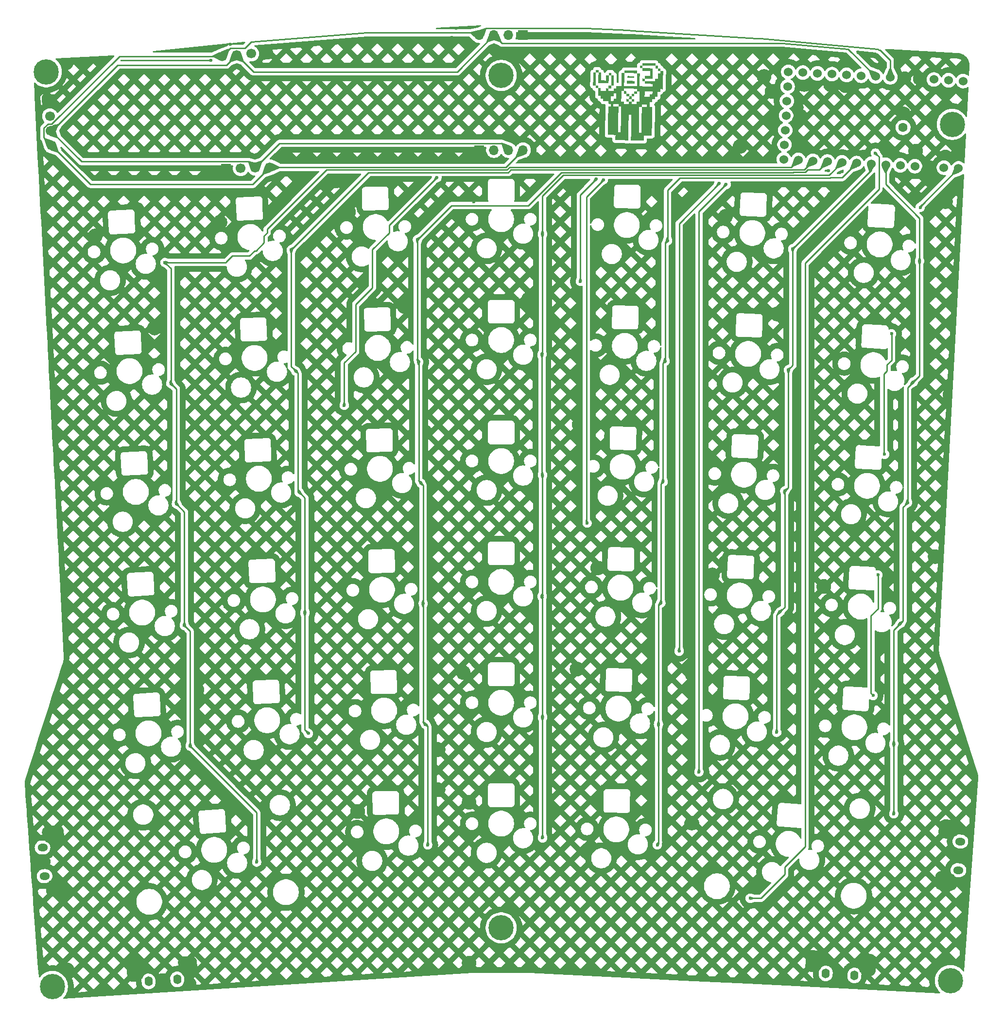
<source format=gbr>
%TF.GenerationSoftware,KiCad,Pcbnew,9.0.7*%
%TF.CreationDate,2026-01-25T01:50:43-05:00*%
%TF.ProjectId,travis_erg2026-v1,74726176-6973-45f6-9572-67323032362d,2026.01.24*%
%TF.SameCoordinates,Original*%
%TF.FileFunction,Copper,L1,Top*%
%TF.FilePolarity,Positive*%
%FSLAX46Y46*%
G04 Gerber Fmt 4.6, Leading zero omitted, Abs format (unit mm)*
G04 Created by KiCad (PCBNEW 9.0.7) date 2026-01-25 01:50:43*
%MOMM*%
%LPD*%
G01*
G04 APERTURE LIST*
G04 Aperture macros list*
%AMRoundRect*
0 Rectangle with rounded corners*
0 $1 Rounding radius*
0 $2 $3 $4 $5 $6 $7 $8 $9 X,Y pos of 4 corners*
0 Add a 4 corners polygon primitive as box body*
4,1,4,$2,$3,$4,$5,$6,$7,$8,$9,$2,$3,0*
0 Add four circle primitives for the rounded corners*
1,1,$1+$1,$2,$3*
1,1,$1+$1,$4,$5*
1,1,$1+$1,$6,$7*
1,1,$1+$1,$8,$9*
0 Add four rect primitives between the rounded corners*
20,1,$1+$1,$2,$3,$4,$5,0*
20,1,$1+$1,$4,$5,$6,$7,0*
20,1,$1+$1,$6,$7,$8,$9,0*
20,1,$1+$1,$8,$9,$2,$3,0*%
%AMHorizOval*
0 Thick line with rounded ends*
0 $1 width*
0 $2 $3 position (X,Y) of the first rounded end (center of the circle)*
0 $4 $5 position (X,Y) of the second rounded end (center of the circle)*
0 Add line between two ends*
20,1,$1,$2,$3,$4,$5,0*
0 Add two circle primitives to create the rounded ends*
1,1,$1,$2,$3*
1,1,$1,$4,$5*%
%AMRotRect*
0 Rectangle, with rotation*
0 The origin of the aperture is its center*
0 $1 length*
0 $2 width*
0 $3 Rotation angle, in degrees counterclockwise*
0 Add horizontal line*
21,1,$1,$2,0,0,$3*%
G04 Aperture macros list end*
%TA.AperFunction,EtchedComponent*%
%ADD10C,0.000000*%
%TD*%
%TA.AperFunction,ComponentPad*%
%ADD11C,1.600000*%
%TD*%
%TA.AperFunction,ComponentPad*%
%ADD12C,0.700000*%
%TD*%
%TA.AperFunction,ComponentPad*%
%ADD13C,4.400000*%
%TD*%
%TA.AperFunction,ComponentPad*%
%ADD14R,1.700000X1.700000*%
%TD*%
%TA.AperFunction,ComponentPad*%
%ADD15O,1.700000X1.700000*%
%TD*%
%TA.AperFunction,ComponentPad*%
%ADD16RoundRect,0.625000X0.829271X-0.684514X0.916466X0.562441X-0.829271X0.684514X-0.916466X-0.562441X0*%
%TD*%
%TA.AperFunction,ComponentPad*%
%ADD17HorizOval,1.400000X-0.149635X0.010463X0.149635X-0.010463X0*%
%TD*%
%TA.AperFunction,ComponentPad*%
%ADD18C,1.524000*%
%TD*%
%TA.AperFunction,ComponentPad*%
%ADD19RotRect,1.700000X1.700000X92.000000*%
%TD*%
%TA.AperFunction,ComponentPad*%
%ADD20HorizOval,1.700000X0.000000X0.000000X0.000000X0.000000X0*%
%TD*%
%TA.AperFunction,ComponentPad*%
%ADD21RotRect,1.700000X1.700000X275.000000*%
%TD*%
%TA.AperFunction,ComponentPad*%
%ADD22HorizOval,1.700000X0.000000X0.000000X0.000000X0.000000X0*%
%TD*%
%TA.AperFunction,ComponentPad*%
%ADD23RoundRect,0.625000X-0.562441X-0.916466X0.684514X-0.829271X0.562441X0.916466X-0.684514X0.829271X0*%
%TD*%
%TA.AperFunction,ComponentPad*%
%ADD24HorizOval,1.400000X-0.010463X0.149635X0.010463X-0.149635X0*%
%TD*%
%TA.AperFunction,ComponentPad*%
%ADD25RotRect,1.700000X1.700000X3.000000*%
%TD*%
%TA.AperFunction,ComponentPad*%
%ADD26HorizOval,1.700000X0.000000X0.000000X0.000000X0.000000X0*%
%TD*%
%TA.AperFunction,ComponentPad*%
%ADD27RoundRect,0.625000X-0.916466X0.562441X-0.829271X-0.684514X0.916466X-0.562441X0.829271X0.684514X0*%
%TD*%
%TA.AperFunction,ComponentPad*%
%ADD28HorizOval,1.400000X-0.149635X-0.010463X0.149635X0.010463X0*%
%TD*%
%TA.AperFunction,ComponentPad*%
%ADD29RoundRect,0.625000X-0.684514X-0.829271X0.562441X-0.916466X0.684514X0.829271X-0.562441X0.916466X0*%
%TD*%
%TA.AperFunction,ComponentPad*%
%ADD30HorizOval,1.400000X-0.010463X-0.149635X0.010463X0.149635X0*%
%TD*%
%TA.AperFunction,ViaPad*%
%ADD31C,0.600000*%
%TD*%
%TA.AperFunction,Conductor*%
%ADD32C,0.250000*%
%TD*%
G04 APERTURE END LIST*
D10*
%TA.AperFunction,EtchedComponent*%
%TO.C,LOGO2*%
G36*
X126684896Y-66373087D02*
G01*
X126909973Y-66377016D01*
X126906044Y-66602092D01*
X126902116Y-66827169D01*
X126677039Y-66823240D01*
X126451962Y-66819312D01*
X126455891Y-66594235D01*
X126459820Y-66369158D01*
X126684896Y-66373087D01*
G37*
%TD.AperFunction*%
%TA.AperFunction,EtchedComponent*%
G36*
X131620866Y-67359826D02*
G01*
X131845943Y-67363754D01*
X131842014Y-67588831D01*
X131838085Y-67813908D01*
X131613009Y-67809979D01*
X131387932Y-67806050D01*
X131391861Y-67580974D01*
X131395789Y-67355897D01*
X131620866Y-67359826D01*
G37*
%TD.AperFunction*%
%TA.AperFunction,EtchedComponent*%
G36*
X132947751Y-68733855D02*
G01*
X133172828Y-68737784D01*
X133168899Y-68962861D01*
X133164970Y-69187937D01*
X132939894Y-69184009D01*
X132714817Y-69180080D01*
X132718746Y-68955003D01*
X132722674Y-68729927D01*
X132947751Y-68733855D01*
G37*
%TD.AperFunction*%
%TA.AperFunction,EtchedComponent*%
G36*
X132552600Y-65574927D02*
G01*
X133227830Y-65586713D01*
X133223901Y-65811790D01*
X133219972Y-66036866D01*
X132544742Y-66025080D01*
X131869515Y-66013294D01*
X131873444Y-65788217D01*
X131877373Y-65563141D01*
X132552600Y-65574927D01*
G37*
%TD.AperFunction*%
%TA.AperFunction,EtchedComponent*%
G36*
X137101276Y-62952584D02*
G01*
X137326352Y-62956513D01*
X137322424Y-63181589D01*
X137318495Y-63406666D01*
X137093418Y-63402737D01*
X136868342Y-63398809D01*
X136872270Y-63173732D01*
X136876199Y-62948655D01*
X137101276Y-62952584D01*
G37*
%TD.AperFunction*%
%TA.AperFunction,EtchedComponent*%
G36*
X137543572Y-63410595D02*
G01*
X137768648Y-63414523D01*
X137764720Y-63639600D01*
X137760791Y-63864677D01*
X137535714Y-63860748D01*
X137310638Y-63856819D01*
X137314566Y-63631743D01*
X137318495Y-63406666D01*
X137543572Y-63410595D01*
G37*
%TD.AperFunction*%
%TA.AperFunction,EtchedComponent*%
G36*
X126732041Y-63672169D02*
G01*
X126957118Y-63676098D01*
X126953189Y-63901175D01*
X126949260Y-64126251D01*
X126724184Y-64122323D01*
X126499107Y-64118394D01*
X126479463Y-65243778D01*
X126459820Y-66369158D01*
X126234743Y-66365229D01*
X126009666Y-66361301D01*
X126029310Y-65235920D01*
X126048953Y-64110537D01*
X126274030Y-64114465D01*
X126499107Y-64118394D01*
X126503036Y-63893317D01*
X126506964Y-63668241D01*
X126732041Y-63672169D01*
G37*
%TD.AperFunction*%
%TA.AperFunction,EtchedComponent*%
G36*
X135758673Y-62478858D02*
G01*
X136884059Y-62498502D01*
X136880128Y-62723578D01*
X136876199Y-62948655D01*
X135750815Y-62929011D01*
X134625435Y-62909368D01*
X134621506Y-63134445D01*
X134617577Y-63359521D01*
X134392501Y-63355593D01*
X134167424Y-63351664D01*
X134171353Y-63126587D01*
X134175281Y-62901510D01*
X134400358Y-62905439D01*
X134625435Y-62909368D01*
X134629364Y-62684291D01*
X134633292Y-62459214D01*
X135758673Y-62478858D01*
G37*
%TD.AperFunction*%
%TA.AperFunction,EtchedComponent*%
G36*
X127174337Y-64130180D02*
G01*
X127399414Y-64134109D01*
X127387627Y-64809339D01*
X127375841Y-65484566D01*
X127825995Y-65492424D01*
X128276148Y-65500281D01*
X128284006Y-65050131D01*
X128291863Y-64599977D01*
X128516940Y-64603906D01*
X128742016Y-64607835D01*
X128745945Y-64382758D01*
X128749874Y-64157681D01*
X128974951Y-64161610D01*
X129200024Y-64165539D01*
X129196096Y-64390615D01*
X129192167Y-64615692D01*
X128967093Y-64611763D01*
X128742016Y-64607835D01*
X128730230Y-65283065D01*
X128718444Y-65958292D01*
X127818137Y-65942577D01*
X126917830Y-65926862D01*
X126933545Y-65026558D01*
X126949260Y-64126251D01*
X127174337Y-64130180D01*
G37*
%TD.AperFunction*%
%TA.AperFunction,EtchedComponent*%
G36*
X133421477Y-67391253D02*
G01*
X133646554Y-67395184D01*
X133642625Y-67620261D01*
X133638696Y-67845338D01*
X133413619Y-67841409D01*
X133188543Y-67837480D01*
X133184614Y-68062557D01*
X133180685Y-68287634D01*
X132955608Y-68283705D01*
X132730532Y-68279776D01*
X132726603Y-68504850D01*
X132722674Y-68729927D01*
X132497598Y-68725998D01*
X132272521Y-68722069D01*
X132268592Y-68947146D01*
X132264663Y-69172223D01*
X132039587Y-69168294D01*
X131814513Y-69164365D01*
X131818442Y-68939288D01*
X131822370Y-68714212D01*
X132047444Y-68718140D01*
X132272521Y-68722069D01*
X132276450Y-68496992D01*
X132280378Y-68271919D01*
X132055302Y-68267990D01*
X131830228Y-68264061D01*
X131834157Y-68038985D01*
X131838085Y-67813908D01*
X132063159Y-67817837D01*
X132288236Y-67821765D01*
X132284307Y-68046842D01*
X132280378Y-68271919D01*
X132505455Y-68275847D01*
X132730532Y-68279776D01*
X132734460Y-68054699D01*
X132738389Y-67829623D01*
X132963466Y-67833551D01*
X133188543Y-67837480D01*
X133192471Y-67612403D01*
X133196400Y-67387327D01*
X133421477Y-67391253D01*
G37*
%TD.AperFunction*%
%TA.AperFunction,EtchedComponent*%
G36*
X135517881Y-63375236D02*
G01*
X136418188Y-63390951D01*
X136402473Y-64291258D01*
X136386758Y-65191565D01*
X135711528Y-65179779D01*
X135036301Y-65167992D01*
X135032372Y-65393069D01*
X135028444Y-65618143D01*
X135928747Y-65633858D01*
X136829054Y-65649573D01*
X136832983Y-65424499D01*
X136836912Y-65199422D01*
X137061988Y-65203351D01*
X137287065Y-65207280D01*
X137294923Y-64757126D01*
X137302780Y-64306973D01*
X137527857Y-64310902D01*
X137752934Y-64314830D01*
X137756862Y-64089754D01*
X137760791Y-63864677D01*
X137985868Y-63868606D01*
X138210944Y-63872534D01*
X138183443Y-65448071D01*
X138155942Y-67023605D01*
X137930866Y-67019677D01*
X137705789Y-67015748D01*
X137701860Y-67240825D01*
X137697931Y-67465901D01*
X137472855Y-67461973D01*
X137247778Y-67458044D01*
X137239918Y-67908197D01*
X137232063Y-68358351D01*
X137006986Y-68354422D01*
X136781910Y-68350493D01*
X136777981Y-68575567D01*
X136774052Y-68800644D01*
X136548975Y-68796715D01*
X136323899Y-68792786D01*
X136319970Y-69017863D01*
X136316041Y-69242940D01*
X136090965Y-69239011D01*
X135865888Y-69235082D01*
X135858030Y-69685236D01*
X135850173Y-70135389D01*
X136075250Y-70139318D01*
X136300326Y-70143246D01*
X136257110Y-72619087D01*
X136213894Y-75094928D01*
X135538664Y-75083142D01*
X134863437Y-75071356D01*
X134855580Y-75521509D01*
X134847722Y-75971663D01*
X133722339Y-75952019D01*
X132596955Y-75932375D01*
X132620116Y-74605491D01*
X133970988Y-74605491D01*
X134196064Y-74609419D01*
X134421141Y-74613348D01*
X134460428Y-72362581D01*
X134499716Y-70111817D01*
X134949869Y-70119674D01*
X135400020Y-70127532D01*
X135403948Y-69902455D01*
X135407877Y-69677378D01*
X134957727Y-69669521D01*
X134507573Y-69661663D01*
X134503644Y-69886740D01*
X134499716Y-70111817D01*
X134274639Y-70107888D01*
X134049562Y-70103959D01*
X134010275Y-72354723D01*
X133970988Y-74605491D01*
X132620116Y-74605491D01*
X132620527Y-74581918D01*
X132636242Y-73681611D01*
X132675530Y-71430847D01*
X132450453Y-71426918D01*
X132225376Y-71422990D01*
X132186089Y-73673754D01*
X132146802Y-75924518D01*
X131021421Y-75904874D01*
X129896038Y-75885231D01*
X129903895Y-75435077D01*
X129911752Y-74984924D01*
X129236522Y-74973138D01*
X128561295Y-74961352D01*
X128604511Y-72485511D01*
X128647453Y-70025385D01*
X129548031Y-70025385D01*
X129998184Y-70033242D01*
X130448338Y-70041100D01*
X130409051Y-72291864D01*
X130369763Y-74542631D01*
X130594840Y-74546560D01*
X130819917Y-74550488D01*
X130859204Y-72299721D01*
X130898491Y-70048957D01*
X130673415Y-70045028D01*
X130448338Y-70041100D01*
X130452267Y-69816023D01*
X130456195Y-69590946D01*
X130006042Y-69583089D01*
X129555888Y-69575231D01*
X129551960Y-69800308D01*
X129548031Y-70025385D01*
X128647453Y-70025385D01*
X128647727Y-70009670D01*
X128872804Y-70013599D01*
X129097878Y-70017527D01*
X129101806Y-69792451D01*
X129105735Y-69567374D01*
X128880661Y-69563445D01*
X128655585Y-69559516D01*
X128659513Y-69334440D01*
X128662756Y-69148650D01*
X130914206Y-69148650D01*
X131139283Y-69152579D01*
X131364360Y-69156508D01*
X131360431Y-69381584D01*
X131356502Y-69606661D01*
X131806656Y-69614519D01*
X132256806Y-69622376D01*
X132260735Y-69397299D01*
X132264663Y-69172223D01*
X132489740Y-69176151D01*
X132714817Y-69180080D01*
X132710888Y-69405157D01*
X132706959Y-69630233D01*
X133157113Y-69638091D01*
X133607266Y-69645948D01*
X133611195Y-69420872D01*
X133615124Y-69195795D01*
X133840200Y-69199724D01*
X134065277Y-69203652D01*
X134080718Y-68319063D01*
X134981299Y-68319063D01*
X135431449Y-68326921D01*
X135881603Y-68334778D01*
X135885531Y-68109702D01*
X135889460Y-67884625D01*
X136114537Y-67888554D01*
X136339614Y-67892482D01*
X136343542Y-67667406D01*
X136347471Y-67442329D01*
X135672241Y-67430543D01*
X134997014Y-67418757D01*
X134989156Y-67868910D01*
X134981299Y-68319063D01*
X134080718Y-68319063D01*
X134080992Y-68303349D01*
X134096707Y-67403042D01*
X133871630Y-67399113D01*
X133646554Y-67395184D01*
X133650482Y-67170108D01*
X133654411Y-66945031D01*
X132529027Y-66925387D01*
X131403647Y-66905744D01*
X131399718Y-67130820D01*
X131395789Y-67355897D01*
X131170713Y-67351968D01*
X130945636Y-67348040D01*
X130929921Y-68248346D01*
X130914206Y-69148650D01*
X128662756Y-69148650D01*
X128663305Y-69117220D01*
X129113592Y-69117220D01*
X129338669Y-69121149D01*
X129563746Y-69125078D01*
X129567675Y-68900001D01*
X129571603Y-68674924D01*
X129796680Y-68678853D01*
X130021757Y-68682782D01*
X130029614Y-68232631D01*
X130037472Y-67782478D01*
X129812395Y-67778549D01*
X129587318Y-67774621D01*
X129583389Y-67999697D01*
X129579461Y-68224774D01*
X129354384Y-68220845D01*
X129129307Y-68216917D01*
X129121450Y-68667067D01*
X129113592Y-69117220D01*
X128663305Y-69117220D01*
X128663442Y-69109363D01*
X128213289Y-69101506D01*
X127763135Y-69093648D01*
X127767064Y-68868571D01*
X127770993Y-68643495D01*
X127545916Y-68639566D01*
X127320839Y-68635637D01*
X127324768Y-68410561D01*
X127328697Y-68185487D01*
X127103620Y-68181558D01*
X126878543Y-68177629D01*
X126890329Y-67502399D01*
X126902116Y-66827169D01*
X127127192Y-66831098D01*
X127352269Y-66835026D01*
X127348340Y-67060103D01*
X127344412Y-67285180D01*
X127794565Y-67293037D01*
X128244718Y-67300895D01*
X128248647Y-67075818D01*
X128252576Y-66850741D01*
X128477653Y-66854670D01*
X128702729Y-66858599D01*
X128706658Y-66633522D01*
X128710587Y-66408445D01*
X128935663Y-66412374D01*
X129160737Y-66416303D01*
X129176452Y-65515996D01*
X129192167Y-64615692D01*
X129417244Y-64619621D01*
X129642320Y-64623550D01*
X129626605Y-65523853D01*
X129610891Y-66424160D01*
X129385814Y-66420232D01*
X129160737Y-66416303D01*
X129156808Y-66641380D01*
X129152880Y-66866456D01*
X128927806Y-66862528D01*
X128702729Y-66858599D01*
X128698801Y-67083676D01*
X128694872Y-67308752D01*
X129145022Y-67316610D01*
X129595176Y-67324467D01*
X129599104Y-67099390D01*
X129603033Y-66874314D01*
X129828110Y-66878242D01*
X130053187Y-66882171D01*
X130057115Y-66657094D01*
X130061044Y-66432018D01*
X130511197Y-66439875D01*
X130961351Y-66447733D01*
X130980994Y-65322352D01*
X131000638Y-64196969D01*
X131225715Y-64200897D01*
X131450792Y-64204826D01*
X131454720Y-63979749D01*
X131458649Y-63754673D01*
X132584030Y-63774316D01*
X133709413Y-63793960D01*
X133705484Y-64019037D01*
X133701556Y-64244113D01*
X132576172Y-64224470D01*
X131450792Y-64204826D01*
X131431148Y-65330210D01*
X131411504Y-66455590D01*
X132536885Y-66475234D01*
X133662268Y-66494877D01*
X133681912Y-65369497D01*
X133701556Y-64244113D01*
X133926632Y-64248042D01*
X134151709Y-64251971D01*
X134132065Y-65377354D01*
X134112422Y-66502735D01*
X135237802Y-66522378D01*
X136363186Y-66542022D01*
X136367115Y-66316945D01*
X136371043Y-66091869D01*
X135695813Y-66080082D01*
X135020586Y-66068296D01*
X135024515Y-65843220D01*
X135028444Y-65618143D01*
X134803367Y-65614214D01*
X134578290Y-65610285D01*
X134582219Y-65385212D01*
X134586148Y-65160135D01*
X134811224Y-65164064D01*
X135036301Y-65167992D01*
X135040230Y-64942916D01*
X135044158Y-64717839D01*
X135494309Y-64725696D01*
X135944462Y-64733554D01*
X135952320Y-64283400D01*
X135960177Y-63833247D01*
X135284947Y-63821461D01*
X134609720Y-63809675D01*
X134613649Y-63584598D01*
X134617577Y-63359521D01*
X135517881Y-63375236D01*
G37*
%TD.AperFunction*%
%TD*%
D11*
%TO.P,C1,1*%
%TO.N,VCC*%
X180020720Y-73678516D03*
%TO.P,C1,2*%
%TO.N,GND*%
X180151560Y-71181942D03*
%TD*%
D12*
%TO.P,HOLE1,1*%
%TO.N,N/C*%
X29066043Y-64062467D03*
X29487593Y-62872048D03*
X29609717Y-65202302D03*
X30627428Y-62328374D03*
D13*
X30713782Y-63976113D03*
D12*
X30800136Y-65623852D03*
X31817847Y-62749924D03*
X31939971Y-65080178D03*
X32361521Y-63889759D03*
%TD*%
D14*
%TO.P,OLED5,1*%
%TO.N,GND*%
X113812567Y-57603140D03*
D15*
%TO.P,OLED5,2*%
%TO.N,VCC*%
X111272567Y-57603140D03*
%TO.P,OLED5,3*%
%TO.N,scl*%
X108732567Y-57603140D03*
%TO.P,OLED5,4*%
%TO.N,sda*%
X106192567Y-57603140D03*
%TD*%
D16*
%TO.P,ROT4,4*%
%TO.N,GND*%
X187517002Y-204857379D03*
X188144810Y-195879303D03*
D17*
%TO.P,ROT4,A*%
%TO.N,encA*%
X189651643Y-203001764D03*
%TO.P,ROT4,B*%
%TO.N,GND*%
X189826034Y-200507854D03*
%TO.P,ROT4,C*%
%TO.N,encC*%
X190000425Y-198013944D03*
%TD*%
D18*
%TO.P,MCU1,1*%
%TO.N,GP10*%
X190468138Y-65594213D03*
%TO.P,MCU1,2*%
%TO.N,D3*%
X187931619Y-65461279D03*
%TO.P,MCU1,3*%
%TO.N,D2*%
X185395100Y-65328346D03*
%TO.P,MCU1,4*%
%TO.N,GND*%
X182858581Y-65195413D03*
%TO.P,MCU1,5*%
X180322062Y-65062479D03*
%TO.P,MCU1,6*%
%TO.N,sda*%
X177785543Y-64929546D03*
%TO.P,MCU1,7*%
%TO.N,scl*%
X175249023Y-64796613D03*
%TO.P,MCU1,8*%
%TO.N,row0*%
X172712504Y-64663679D03*
%TO.P,MCU1,9*%
%TO.N,row1*%
X170175985Y-64530746D03*
%TO.P,MCU1,10*%
%TO.N,row2*%
X167639466Y-64397813D03*
%TO.P,MCU1,11*%
%TO.N,row3*%
X165102947Y-64264879D03*
%TO.P,MCU1,12*%
%TO.N,row4*%
X162566428Y-64131946D03*
%TO.P,MCU1,13*%
%TO.N,row5*%
X160029909Y-63999013D03*
%TO.P,MCU1,14*%
%TO.N,GP12*%
X159896976Y-66535532D03*
%TO.P,MCU1,15*%
%TO.N,GP13*%
X159764043Y-69072051D03*
%TO.P,MCU1,16*%
%TO.N,GP14*%
X159631109Y-71608570D03*
%TO.P,MCU1,17*%
%TO.N,encA*%
X159498176Y-74145089D03*
%TO.P,MCU1,18*%
%TO.N,encC*%
X159365243Y-76681608D03*
%TO.P,MCU1,19*%
%TO.N,N/C*%
X159232309Y-79218127D03*
%TO.P,MCU1,20*%
%TO.N,col0*%
X161768828Y-79351060D03*
%TO.P,MCU1,21*%
%TO.N,col1*%
X164305347Y-79483993D03*
%TO.P,MCU1,22*%
%TO.N,col2*%
X166841866Y-79616927D03*
%TO.P,MCU1,23*%
%TO.N,col3*%
X169378385Y-79749860D03*
%TO.P,MCU1,24*%
%TO.N,col4*%
X171914905Y-79882793D03*
%TO.P,MCU1,25*%
%TO.N,col5*%
X174451424Y-80015727D03*
%TO.P,MCU1,26*%
%TO.N,col6*%
X176987943Y-80148660D03*
%TO.P,MCU1,27*%
%TO.N,VCC*%
X179524462Y-80281593D03*
%TO.P,MCU1,28*%
%TO.N,RST*%
X182060981Y-80414527D03*
%TO.P,MCU1,29*%
%TO.N,GND*%
X184597500Y-80547460D03*
%TO.P,MCU1,30*%
%TO.N,RAW*%
X187134019Y-80680393D03*
%TO.P,MCU1,31*%
%TO.N,LED_1*%
X189670538Y-80813327D03*
%TD*%
D19*
%TO.P,OLED2,1*%
%TO.N,GND*%
X62069669Y-80881442D03*
D20*
%TO.P,OLED2,2*%
%TO.N,VCC*%
X64608122Y-80792797D03*
%TO.P,OLED2,3*%
%TO.N,scl*%
X67146574Y-80704153D03*
%TO.P,OLED2,4*%
%TO.N,sda*%
X69685027Y-80615508D03*
%TD*%
D21*
%TO.P,OLED3,1*%
%TO.N,GND*%
X68986164Y-60602707D03*
D22*
%TO.P,OLED3,2*%
%TO.N,VCC*%
X66455828Y-60824083D03*
%TO.P,OLED3,3*%
%TO.N,scl*%
X63925495Y-61045458D03*
%TO.P,OLED3,4*%
%TO.N,sda*%
X61395160Y-61266834D03*
%TD*%
D12*
%TO.P,HOLE4,4*%
%TO.N,N/C*%
X186636167Y-222112969D03*
X187199651Y-220982796D03*
X187036877Y-223310564D03*
X188397246Y-220582086D03*
D13*
X188282148Y-222228067D03*
D12*
X188167050Y-223874048D03*
X189527419Y-221145570D03*
X189364645Y-223473338D03*
X189928129Y-222343165D03*
%TD*%
D23*
%TO.P,ROT2,4*%
%TO.N,GND*%
X46421479Y-220524582D03*
X55399555Y-219896774D03*
D24*
%TO.P,ROT2,A*%
%TO.N,encA*%
X48556120Y-222380197D03*
%TO.P,ROT2,B*%
%TO.N,GND*%
X51050030Y-222205806D03*
%TO.P,ROT2,C*%
%TO.N,encC*%
X53543940Y-222031415D03*
%TD*%
D25*
%TO.P,OLED1,1*%
%TO.N,GND*%
X31236895Y-69180868D03*
D26*
%TO.P,OLED1,2*%
%TO.N,VCC*%
X31369828Y-71717387D03*
%TO.P,OLED1,3*%
%TO.N,scl*%
X31502762Y-74253906D03*
%TO.P,OLED1,4*%
%TO.N,sda*%
X31635695Y-76790425D03*
%TD*%
D12*
%TO.P,HOLE5,5*%
%TO.N,N/C*%
X108352567Y-213059390D03*
X108835841Y-211892664D03*
X108835841Y-214226116D03*
X110002567Y-211409390D03*
D13*
X110002567Y-213059390D03*
D12*
X110002567Y-214709390D03*
X111169293Y-211892664D03*
X111169293Y-214226116D03*
X111652567Y-213059390D03*
%TD*%
D27*
%TO.P,ROT1,4*%
%TO.N,GND*%
X31940137Y-196927268D03*
X32567945Y-205905344D03*
D28*
%TO.P,ROT1,A*%
%TO.N,encA*%
X30084522Y-199061909D03*
%TO.P,ROT1,B*%
%TO.N,GND*%
X30258913Y-201555819D03*
%TO.P,ROT1,C*%
%TO.N,encC*%
X30433304Y-204049729D03*
%TD*%
D29*
%TO.P,ROT3,4*%
%TO.N,GND*%
X164685392Y-218848809D03*
X173663468Y-219476617D03*
D30*
%TO.P,ROT3,A*%
%TO.N,encA*%
X166541007Y-220983450D03*
%TO.P,ROT3,B*%
%TO.N,GND*%
X169034917Y-221157841D03*
%TO.P,ROT3,C*%
%TO.N,encC*%
X171528827Y-221332232D03*
%TD*%
D12*
%TO.P,HOLE3,3*%
%TO.N,N/C*%
X186937325Y-73064662D03*
X187480999Y-71924827D03*
X187358875Y-74255081D03*
X188671418Y-71503277D03*
D13*
X188585064Y-73151016D03*
D12*
X188498710Y-74798755D03*
X189811253Y-72046951D03*
X189689129Y-74377205D03*
X190232803Y-73237370D03*
%TD*%
%TO.P,HOLE6,6*%
%TO.N,N/C*%
X30156819Y-223391130D03*
X30557529Y-222193535D03*
X30720303Y-224521303D03*
X31687702Y-221630051D03*
D13*
X31802800Y-223276032D03*
D12*
X31917898Y-224922013D03*
X32885297Y-222030761D03*
X33048071Y-224358529D03*
X33448781Y-223160934D03*
%TD*%
D14*
%TO.P,OLED4,1*%
%TO.N,GND*%
X106192567Y-77628140D03*
D15*
%TO.P,OLED4,2*%
%TO.N,VCC*%
X108732567Y-77628140D03*
%TO.P,OLED4,3*%
%TO.N,scl*%
X111272567Y-77628140D03*
%TO.P,OLED4,4*%
%TO.N,sda*%
X113812567Y-77628140D03*
%TD*%
D12*
%TO.P,HOLE2,2*%
%TO.N,N/C*%
X108352567Y-64628140D03*
X108835841Y-63461414D03*
X108835841Y-65794866D03*
X110002567Y-62978140D03*
D13*
X110002567Y-64628140D03*
D12*
X110002567Y-66278140D03*
X111169293Y-63461414D03*
X111169293Y-65794866D03*
X111652567Y-64628140D03*
%TD*%
D31*
%TO.N,GND*%
X190000000Y-78800000D03*
X96600000Y-126600000D03*
X157200000Y-67400000D03*
X162800000Y-66200000D03*
X72000000Y-78400000D03*
X167400000Y-66200000D03*
X105200000Y-86600000D03*
X177200000Y-78200000D03*
X102200000Y-56400000D03*
X164000000Y-127800000D03*
X158016364Y-106149315D03*
X126800000Y-150400000D03*
X118400000Y-192000000D03*
X61000000Y-90200000D03*
X158000000Y-72800000D03*
X99000000Y-189000000D03*
X187400000Y-171200000D03*
X49600000Y-108600000D03*
X166200000Y-153600000D03*
X155800000Y-64800000D03*
X149104972Y-89127942D03*
X182200000Y-77800000D03*
X57000000Y-171600000D03*
X81200000Y-83000000D03*
X93128508Y-104858919D03*
X46600000Y-88000000D03*
X151600000Y-77000000D03*
X188200000Y-120200000D03*
X143200000Y-194800000D03*
X99000000Y-182000000D03*
X139800000Y-109600000D03*
X170000000Y-66400000D03*
X143200000Y-168800000D03*
X167800000Y-86000000D03*
X162000000Y-111400000D03*
X29200000Y-67000000D03*
X59400000Y-62000000D03*
X39246898Y-92568710D03*
X127188587Y-87811694D03*
X187400000Y-78800000D03*
X172200000Y-60600000D03*
X162200000Y-71800000D03*
X104400000Y-191200000D03*
X85000000Y-192800000D03*
X114752567Y-103578140D03*
X123600000Y-125400000D03*
X170800000Y-78800000D03*
X167000000Y-81200000D03*
X124200000Y-83400000D03*
X187400000Y-86600000D03*
X55600000Y-222800000D03*
X29200000Y-72200000D03*
X104600000Y-77800000D03*
X169400000Y-81400000D03*
X118200000Y-108000000D03*
X149050505Y-149427775D03*
X62800000Y-59200000D03*
X34200000Y-62400000D03*
X146800000Y-151600000D03*
X115800000Y-79200000D03*
X101400000Y-58000000D03*
X161400000Y-70200000D03*
X69400000Y-90000000D03*
X173200000Y-78800000D03*
X189800000Y-84400000D03*
X104400000Y-219200000D03*
X123200000Y-168000000D03*
X145600000Y-84400000D03*
X34400000Y-220400000D03*
X185600000Y-148400000D03*
X164000000Y-170600000D03*
X83400000Y-88400000D03*
X60600000Y-81000000D03*
X103400000Y-168600000D03*
X142400000Y-126200000D03*
%TO.N,row0*%
X175200000Y-78130127D03*
X153371030Y-207907908D03*
%TO.N,row1*%
X149200000Y-83600000D03*
X144448988Y-185924416D03*
%TO.N,row2*%
X141000000Y-164887239D03*
X148000000Y-83400000D03*
%TO.N,row3*%
X127800000Y-82800000D03*
X124957389Y-142581096D03*
%TO.N,row4*%
X82652712Y-122094372D03*
X98800000Y-82400000D03*
%TO.N,row5*%
X123800000Y-100487508D03*
X126600000Y-82625000D03*
%TO.N,LED_1*%
X183000000Y-87600000D03*
%TO.N,col0*%
X67400000Y-201600000D03*
X53400000Y-139200000D03*
X52445516Y-118278181D03*
X55800000Y-181400000D03*
X51400000Y-97200000D03*
X54800000Y-160400000D03*
%TO.N,col1*%
X74200978Y-116094517D03*
X75800000Y-158200000D03*
X76400000Y-179200000D03*
X74800000Y-137200000D03*
X73400000Y-95000000D03*
%TO.N,col2*%
X96000000Y-135600000D03*
X95400000Y-93200000D03*
X95631830Y-114481696D03*
X96800000Y-177600000D03*
X96400000Y-156600000D03*
X97200000Y-198600000D03*
%TO.N,col3*%
X117200000Y-176400000D03*
X117087567Y-155343140D03*
X117200000Y-134200000D03*
X117200000Y-197400000D03*
X117200000Y-92200000D03*
X117087567Y-113243140D03*
%TO.N,col4*%
X138561652Y-114379227D03*
X137200000Y-198600000D03*
X137826905Y-156472815D03*
X137400000Y-177600000D03*
X138200000Y-135400000D03*
X139000000Y-93400000D03*
%TO.N,col5*%
X159400000Y-137000000D03*
X158600000Y-158000000D03*
X158000000Y-179000000D03*
X160800000Y-94800000D03*
X160012637Y-115889917D03*
%TO.N,col6*%
X178400000Y-181000000D03*
X178400000Y-193200000D03*
X181800000Y-118000000D03*
X182891684Y-96950664D03*
X179600000Y-160000000D03*
X180800000Y-139000000D03*
%TO.N,LED_29*%
X174800000Y-172600000D03*
X175636833Y-151595864D03*
%TO.N,LED_15*%
X178000000Y-109600000D03*
X176800000Y-130600000D03*
%TD*%
D32*
%TO.N,sda*%
X124808224Y-56427140D02*
X107368567Y-56427140D01*
X105789427Y-57200000D02*
X106192567Y-57603140D01*
X66700535Y-83600000D02*
X38445270Y-83600000D01*
X132172890Y-56764279D02*
X132170369Y-56761469D01*
X155209119Y-58213339D02*
X155207313Y-58214892D01*
X177785543Y-61985543D02*
X176000000Y-60200000D01*
X110825199Y-80615508D02*
X69685027Y-80615508D01*
X154618078Y-58170494D02*
X154616514Y-58168675D01*
X61395160Y-61266834D02*
X43483497Y-61266834D01*
X65345774Y-59869458D02*
X66430244Y-58784988D01*
X66430244Y-58784988D02*
X86606012Y-57200000D01*
X132745600Y-56792624D02*
X132742786Y-56795149D01*
X31672425Y-73077906D02*
X31015646Y-73077906D01*
X176000000Y-60200000D02*
X175800000Y-60200000D01*
X61395160Y-61266834D02*
X62792536Y-59869458D01*
X154616514Y-58168675D02*
X132745600Y-56792624D01*
X132742786Y-56795149D02*
X132172890Y-56764279D01*
X30326762Y-73766790D02*
X30326762Y-75481492D01*
X113812567Y-77628140D02*
X110825199Y-80615508D01*
X107368567Y-56427140D02*
X106192567Y-57603140D01*
X155207313Y-58214892D02*
X154618078Y-58170494D01*
X31015646Y-73077906D02*
X30326762Y-73766790D01*
X43483497Y-61266834D02*
X31672425Y-73077906D01*
X69685027Y-80615508D02*
X66700535Y-83600000D01*
X177785543Y-64929546D02*
X177785543Y-61985543D01*
X62792536Y-59869458D02*
X65345774Y-59869458D01*
X175800000Y-60200000D02*
X175605098Y-60005098D01*
X132170369Y-56761469D02*
X124808224Y-56427140D01*
X38445270Y-83600000D02*
X31635695Y-76790425D01*
X30326762Y-75481492D02*
X31635695Y-76790425D01*
X86606012Y-57200000D02*
X105789427Y-57200000D01*
X175605098Y-60005098D02*
X155209119Y-58213339D01*
%TO.N,scl*%
X43200000Y-62800000D02*
X62170953Y-62800000D01*
X170458087Y-60005677D02*
X159010245Y-59000000D01*
X71398587Y-76452140D02*
X67146574Y-80704153D01*
X66059218Y-79616797D02*
X36865653Y-79616797D01*
X102335707Y-64000000D02*
X66880037Y-64000000D01*
X31502762Y-74253906D02*
X31746094Y-74253906D01*
X159010245Y-59000000D02*
X110129427Y-59000000D01*
X110096567Y-76452140D02*
X71398587Y-76452140D01*
X36865653Y-79616797D02*
X31502762Y-74253906D01*
X111272567Y-77628140D02*
X110096567Y-76452140D01*
X66880037Y-64000000D02*
X63925495Y-61045458D01*
X110129427Y-59000000D02*
X108732567Y-57603140D01*
X175249023Y-64796613D02*
X170458087Y-60005677D01*
X62170953Y-62800000D02*
X63925495Y-61045458D01*
X31746094Y-74253906D02*
X43200000Y-62800000D01*
X108732567Y-57603140D02*
X102335707Y-64000000D01*
X67146574Y-80704153D02*
X66059218Y-79616797D01*
%TO.N,row0*%
X162965979Y-97279650D02*
X162965979Y-198886619D01*
X159400000Y-202452598D02*
X159400000Y-203756386D01*
X162965979Y-198886619D02*
X159400000Y-202452598D01*
X155248478Y-207907908D02*
X153371030Y-207907908D01*
X175800000Y-84445629D02*
X162965979Y-97279650D01*
X159400000Y-203756386D02*
X155248478Y-207907908D01*
X175800000Y-78730127D02*
X175800000Y-84445629D01*
X175200000Y-78130127D02*
X175800000Y-78730127D01*
%TO.N,row1*%
X144448988Y-88351012D02*
X144448988Y-185924416D01*
X149200000Y-83600000D02*
X144448988Y-88351012D01*
%TO.N,row2*%
X141000000Y-90400000D02*
X141000000Y-164887239D01*
X148000000Y-83400000D02*
X141000000Y-90400000D01*
%TO.N,row3*%
X127800000Y-82800000D02*
X124848560Y-85751440D01*
X124848560Y-85751440D02*
X124848560Y-142472267D01*
X124848560Y-142472267D02*
X124957389Y-142581096D01*
%TO.N,row4*%
X82652712Y-114661132D02*
X82652712Y-122094372D01*
X87561252Y-101571381D02*
X84651254Y-104481379D01*
X98800000Y-82400000D02*
X90506107Y-90693893D01*
X90506107Y-92000584D02*
X87561252Y-94945439D01*
X84651254Y-104481379D02*
X84651254Y-112662590D01*
X90506107Y-90693893D02*
X90506107Y-92000584D01*
X87561252Y-94945439D02*
X87561252Y-101571381D01*
X84651254Y-112662590D02*
X82652712Y-114661132D01*
%TO.N,row5*%
X123800000Y-85425000D02*
X123800000Y-100487508D01*
X126600000Y-82625000D02*
X123800000Y-85425000D01*
%TO.N,LED_1*%
X183000000Y-87600000D02*
X183000000Y-87483865D01*
X183000000Y-87483865D02*
X189670538Y-80813327D01*
%TO.N,col0*%
X68666914Y-92533086D02*
X68666914Y-93747795D01*
X63158786Y-96055700D02*
X62059851Y-97154635D01*
X55800000Y-161400000D02*
X54800000Y-160400000D01*
X67400000Y-193000000D02*
X55800000Y-181400000D01*
X51400000Y-97200000D02*
X52445516Y-98245516D01*
X54800000Y-160400000D02*
X54800000Y-140600000D01*
X66144300Y-96055700D02*
X63158786Y-96055700D01*
X79533492Y-81066508D02*
X69200000Y-91400000D01*
X160519888Y-80600000D02*
X111478517Y-80600000D01*
X55800000Y-181400000D02*
X55800000Y-161400000D01*
X69200000Y-92000000D02*
X68666914Y-92533086D01*
X67063950Y-95136050D02*
X66144300Y-96055700D01*
X161768828Y-79351060D02*
X160519888Y-80600000D01*
X111478517Y-80600000D02*
X111012009Y-81066508D01*
X68666914Y-93747795D02*
X67278659Y-95136050D01*
X52445516Y-98245516D02*
X52445516Y-118278181D01*
X62059851Y-97154635D02*
X62059851Y-97200000D01*
X53400000Y-139200000D02*
X53400000Y-119232665D01*
X69200000Y-91400000D02*
X69200000Y-92000000D01*
X67400000Y-201600000D02*
X67400000Y-193000000D01*
X53400000Y-119232665D02*
X52445516Y-118278181D01*
X111012009Y-81066508D02*
X79533492Y-81066508D01*
X67278659Y-95136050D02*
X67063950Y-95136050D01*
X62059851Y-97200000D02*
X51400000Y-97200000D01*
X54800000Y-140600000D02*
X53400000Y-139200000D01*
%TO.N,col1*%
X75800000Y-158200000D02*
X75800000Y-138200000D01*
X75800000Y-178600000D02*
X75800000Y-158200000D01*
X164305347Y-79483993D02*
X162789340Y-81000000D01*
X111198819Y-81517508D02*
X86882492Y-81517508D01*
X162789340Y-81000000D02*
X160757698Y-81000000D01*
X160757698Y-81000000D02*
X160706698Y-81051000D01*
X73400000Y-115293539D02*
X74200978Y-116094517D01*
X73400000Y-95000000D02*
X73400000Y-115293539D01*
X111665327Y-81051000D02*
X111198819Y-81517508D01*
X75800000Y-138200000D02*
X74800000Y-137200000D01*
X76400000Y-179200000D02*
X75800000Y-178600000D01*
X86882492Y-81517508D02*
X73400000Y-95000000D01*
X74600000Y-137000000D02*
X74600000Y-116493539D01*
X74800000Y-137200000D02*
X74600000Y-137000000D01*
X160706698Y-81051000D02*
X111665327Y-81051000D01*
X74600000Y-116493539D02*
X74200978Y-116094517D01*
%TO.N,col2*%
X95400000Y-114249866D02*
X95631830Y-114481696D01*
X97200000Y-178000000D02*
X96800000Y-177600000D01*
X114716760Y-87283240D02*
X101316760Y-87283240D01*
X162976150Y-81451000D02*
X160944508Y-81451000D01*
X120498000Y-81502000D02*
X114716760Y-87283240D01*
X96400000Y-136000000D02*
X96000000Y-135600000D01*
X101316760Y-87283240D02*
X95400000Y-93200000D01*
X96400000Y-156600000D02*
X96400000Y-136000000D01*
X96800000Y-177600000D02*
X96400000Y-177200000D01*
X95400000Y-93200000D02*
X95400000Y-114249866D01*
X160893508Y-81502000D02*
X120498000Y-81502000D01*
X96400000Y-177200000D02*
X96400000Y-156600000D01*
X95631830Y-135231830D02*
X95631830Y-114481696D01*
X96000000Y-135600000D02*
X95631830Y-135231830D01*
X166841866Y-79616927D02*
X165458793Y-81000000D01*
X163427150Y-81000000D02*
X162976150Y-81451000D01*
X97200000Y-198600000D02*
X97200000Y-178000000D01*
X165458793Y-81000000D02*
X163427150Y-81000000D01*
X160944508Y-81451000D02*
X160893508Y-81502000D01*
%TO.N,col3*%
X120800000Y-82000000D02*
X117200000Y-85600000D01*
X117200000Y-197400000D02*
X117200000Y-176400000D01*
X169378385Y-79749860D02*
X167128245Y-82000000D01*
X117200000Y-92200000D02*
X117200000Y-113130707D01*
X117200000Y-176400000D02*
X117200000Y-155455573D01*
X117200000Y-134200000D02*
X117200000Y-155200000D01*
X167128245Y-82000000D02*
X120800000Y-82000000D01*
X117087567Y-134087567D02*
X117087567Y-113243140D01*
X117200000Y-134200000D02*
X117087567Y-134087567D01*
X117200000Y-113130707D02*
X117087567Y-113243140D01*
X117200000Y-155455573D02*
X117087567Y-155343140D01*
X117200000Y-85600000D02*
X117200000Y-92200000D01*
%TO.N,col4*%
X139000000Y-84600000D02*
X139000000Y-93400000D01*
X167366055Y-82400000D02*
X167315055Y-82451000D01*
X138200000Y-114740879D02*
X138561652Y-114379227D01*
X137400000Y-177600000D02*
X137400000Y-156899720D01*
X139000000Y-93400000D02*
X138561652Y-93838348D01*
X171914905Y-79882793D02*
X169397698Y-82400000D01*
X167315055Y-82451000D02*
X141149000Y-82451000D01*
X137400000Y-156899720D02*
X137826905Y-156472815D01*
X137826905Y-156472815D02*
X137826905Y-135773095D01*
X137200000Y-198600000D02*
X137400000Y-198400000D01*
X138561652Y-93838348D02*
X138561652Y-114379227D01*
X138200000Y-135400000D02*
X138200000Y-114740879D01*
X169397698Y-82400000D02*
X167366055Y-82400000D01*
X141149000Y-82451000D02*
X139000000Y-84600000D01*
X137826905Y-135773095D02*
X138200000Y-135400000D01*
X137400000Y-198400000D02*
X137400000Y-177600000D01*
%TO.N,col5*%
X159400000Y-157200000D02*
X159400000Y-137000000D01*
X159400000Y-137000000D02*
X160012637Y-136387363D01*
X158600000Y-158000000D02*
X159400000Y-157200000D01*
X158000000Y-158600000D02*
X158600000Y-158000000D01*
X160012637Y-136387363D02*
X160012637Y-115889917D01*
X174451424Y-81148576D02*
X160800000Y-94800000D01*
X160800000Y-115102554D02*
X160012637Y-115889917D01*
X174451424Y-80015727D02*
X174451424Y-81148576D01*
X158000000Y-179000000D02*
X158000000Y-158600000D01*
X160800000Y-94800000D02*
X160800000Y-115102554D01*
%TO.N,col6*%
X176987943Y-83587943D02*
X182891684Y-89491684D01*
X180800000Y-119000000D02*
X181800000Y-118000000D01*
X179600000Y-160000000D02*
X180000000Y-159600000D01*
X178400000Y-193200000D02*
X178400000Y-181000000D01*
X180800000Y-139000000D02*
X180800000Y-119000000D01*
X182891684Y-116908316D02*
X182891684Y-96950664D01*
X178400000Y-181000000D02*
X178400000Y-161200000D01*
X176987943Y-80148660D02*
X176987943Y-83587943D01*
X180000000Y-159600000D02*
X180000000Y-139800000D01*
X178400000Y-161200000D02*
X179600000Y-160000000D01*
X181800000Y-118000000D02*
X182891684Y-116908316D01*
X182891684Y-89491684D02*
X182891684Y-96950664D01*
X180000000Y-139800000D02*
X180800000Y-139000000D01*
%TO.N,LED_29*%
X175636833Y-157465823D02*
X175636833Y-151595864D01*
X174440156Y-172240156D02*
X174440156Y-158662500D01*
X174440156Y-158662500D02*
X175636833Y-157465823D01*
X174800000Y-172600000D02*
X174440156Y-172240156D01*
%TO.N,LED_15*%
X176643500Y-130443500D02*
X176800000Y-130600000D01*
X176643500Y-116620197D02*
X176643500Y-130443500D01*
X178000000Y-109600000D02*
X178000000Y-114200000D01*
X178000000Y-114200000D02*
X177217555Y-114982445D01*
X177217555Y-114982445D02*
X177217555Y-116046142D01*
X177217555Y-116046142D02*
X176643500Y-116620197D01*
%TD*%
%TA.AperFunction,Conductor*%
%TO.N,col6*%
G36*
X180114964Y-159574877D02*
G01*
X180118391Y-159583150D01*
X180117308Y-159588065D01*
X179855170Y-160154294D01*
X179848585Y-160160362D01*
X179839638Y-160159996D01*
X179838080Y-160159125D01*
X179604057Y-160003694D01*
X179599061Y-159996262D01*
X179599053Y-159996223D01*
X179543357Y-159715269D01*
X179545110Y-159706490D01*
X179550461Y-159702144D01*
X179872897Y-159572297D01*
X179877268Y-159571450D01*
X180106691Y-159571450D01*
X180114964Y-159574877D01*
G37*
%TD.AperFunction*%
%TD*%
%TA.AperFunction,Conductor*%
%TO.N,row2*%
G36*
X147760333Y-83239892D02*
G01*
X147761400Y-83240521D01*
X147987419Y-83390477D01*
X147998734Y-83397984D01*
X148002015Y-83401265D01*
X148159475Y-83638595D01*
X148161194Y-83647383D01*
X148156194Y-83654812D01*
X148155123Y-83655444D01*
X147675808Y-83904621D01*
X147666887Y-83905397D01*
X147662138Y-83902513D01*
X147497486Y-83737861D01*
X147494059Y-83729588D01*
X147495377Y-83724194D01*
X147744557Y-83244874D01*
X147751412Y-83239116D01*
X147760333Y-83239892D01*
G37*
%TD.AperFunction*%
%TD*%
%TA.AperFunction,Conductor*%
%TO.N,col2*%
G36*
X95913309Y-114537642D02*
G01*
X95920737Y-114542641D01*
X95922456Y-114551429D01*
X95922145Y-114552633D01*
X95759413Y-115067756D01*
X95753653Y-115074613D01*
X95748256Y-115075932D01*
X95515404Y-115075932D01*
X95507131Y-115072505D01*
X95504247Y-115067756D01*
X95341514Y-114552633D01*
X95342290Y-114543712D01*
X95349147Y-114537952D01*
X95350330Y-114537646D01*
X95629512Y-114481165D01*
X95634148Y-114481165D01*
X95913309Y-114537642D01*
G37*
%TD.AperFunction*%
%TD*%
%TA.AperFunction,Conductor*%
%TO.N,col4*%
G36*
X137681479Y-177655946D02*
G01*
X137688907Y-177660945D01*
X137690626Y-177669733D01*
X137690315Y-177670937D01*
X137527583Y-178186060D01*
X137521823Y-178192917D01*
X137516426Y-178194236D01*
X137283574Y-178194236D01*
X137275301Y-178190809D01*
X137272417Y-178186060D01*
X137109684Y-177670937D01*
X137110460Y-177662016D01*
X137117317Y-177656256D01*
X137118500Y-177655950D01*
X137397682Y-177599469D01*
X137402318Y-177599469D01*
X137681479Y-177655946D01*
G37*
%TD.AperFunction*%
%TD*%
%TA.AperFunction,Conductor*%
%TO.N,row4*%
G36*
X98560333Y-82239892D02*
G01*
X98561400Y-82240521D01*
X98787419Y-82390477D01*
X98798734Y-82397984D01*
X98802015Y-82401265D01*
X98959475Y-82638595D01*
X98961194Y-82647383D01*
X98956194Y-82654812D01*
X98955123Y-82655444D01*
X98475808Y-82904621D01*
X98466887Y-82905397D01*
X98462138Y-82902513D01*
X98297486Y-82737861D01*
X98294059Y-82729588D01*
X98295377Y-82724194D01*
X98544557Y-82244874D01*
X98551412Y-82239116D01*
X98560333Y-82239892D01*
G37*
%TD.AperFunction*%
%TD*%
%TA.AperFunction,Conductor*%
%TO.N,col4*%
G36*
X138324699Y-134809191D02*
G01*
X138327583Y-134813940D01*
X138490315Y-135329062D01*
X138489539Y-135337983D01*
X138482682Y-135343743D01*
X138481478Y-135344054D01*
X138202320Y-135400530D01*
X138197680Y-135400530D01*
X137964553Y-135353366D01*
X137918520Y-135344053D01*
X137911092Y-135339054D01*
X137909373Y-135330266D01*
X137909680Y-135329075D01*
X138072417Y-134813939D01*
X138078177Y-134807083D01*
X138083574Y-134805764D01*
X138316426Y-134805764D01*
X138324699Y-134809191D01*
G37*
%TD.AperFunction*%
%TD*%
%TA.AperFunction,Conductor*%
%TO.N,col4*%
G36*
X138195209Y-135398063D02*
G01*
X138202671Y-135403014D01*
X138202704Y-135403064D01*
X138359080Y-135638035D01*
X138360811Y-135646821D01*
X138355822Y-135654257D01*
X138354218Y-135655152D01*
X137954227Y-135838630D01*
X137949349Y-135839695D01*
X137719334Y-135839695D01*
X137711061Y-135836268D01*
X137707634Y-135827995D01*
X137708505Y-135823564D01*
X137902124Y-135350367D01*
X137908428Y-135344010D01*
X137915196Y-135343317D01*
X138195209Y-135398063D01*
G37*
%TD.AperFunction*%
%TD*%
%TA.AperFunction,Conductor*%
%TO.N,sda*%
G36*
X70166403Y-79913148D02*
G01*
X71362060Y-80487322D01*
X71368033Y-80493992D01*
X71368694Y-80497868D01*
X71368694Y-80733147D01*
X71365267Y-80741420D01*
X71362059Y-80743694D01*
X70166405Y-81317866D01*
X70157464Y-81318358D01*
X70151619Y-81313830D01*
X69688385Y-80622017D01*
X69686631Y-80613237D01*
X69688386Y-80608998D01*
X69769860Y-80487321D01*
X70151620Y-79917184D01*
X70159069Y-79912219D01*
X70166403Y-79913148D01*
G37*
%TD.AperFunction*%
%TD*%
%TA.AperFunction,Conductor*%
%TO.N,scl*%
G36*
X65928059Y-79495790D02*
G01*
X67301862Y-79867633D01*
X67308952Y-79873103D01*
X67310283Y-79881196D01*
X67149092Y-80696471D01*
X67144125Y-80703923D01*
X67139894Y-80705678D01*
X66322835Y-80868007D01*
X66314053Y-80866258D01*
X66309527Y-80860439D01*
X65913975Y-79743691D01*
X65913304Y-79739785D01*
X65913304Y-79507085D01*
X65916731Y-79498812D01*
X65925004Y-79495385D01*
X65928059Y-79495790D01*
G37*
%TD.AperFunction*%
%TD*%
%TA.AperFunction,Conductor*%
%TO.N,col3*%
G36*
X117481479Y-176455946D02*
G01*
X117488907Y-176460945D01*
X117490626Y-176469733D01*
X117490315Y-176470937D01*
X117327583Y-176986060D01*
X117321823Y-176992917D01*
X117316426Y-176994236D01*
X117083574Y-176994236D01*
X117075301Y-176990809D01*
X117072417Y-176986060D01*
X116909684Y-176470937D01*
X116910460Y-176462016D01*
X116917317Y-176456256D01*
X116918500Y-176455950D01*
X117197682Y-176399469D01*
X117202318Y-176399469D01*
X117481479Y-176455946D01*
G37*
%TD.AperFunction*%
%TD*%
%TA.AperFunction,Conductor*%
%TO.N,col1*%
G36*
X164298367Y-79481765D02*
G01*
X164305817Y-79486732D01*
X164307574Y-79490973D01*
X164452057Y-80221499D01*
X164450300Y-80230280D01*
X164444563Y-80234770D01*
X163333452Y-80637125D01*
X163324506Y-80636720D01*
X163321195Y-80634397D01*
X163154942Y-80468144D01*
X163151515Y-80459871D01*
X163152214Y-80455887D01*
X163233911Y-80230280D01*
X163554570Y-79344774D01*
X163560608Y-79338164D01*
X163567838Y-79337282D01*
X164298367Y-79481765D01*
G37*
%TD.AperFunction*%
%TD*%
%TA.AperFunction,Conductor*%
%TO.N,col0*%
G36*
X52700328Y-118121986D02*
G01*
X52700960Y-118123057D01*
X52950137Y-118602372D01*
X52950913Y-118611293D01*
X52948029Y-118616042D01*
X52783377Y-118780694D01*
X52775104Y-118784121D01*
X52769707Y-118782802D01*
X52290392Y-118533625D01*
X52284632Y-118526768D01*
X52285408Y-118517847D01*
X52286032Y-118516788D01*
X52443501Y-118279444D01*
X52446779Y-118276166D01*
X52684112Y-118118704D01*
X52692899Y-118116986D01*
X52700328Y-118121986D01*
G37*
%TD.AperFunction*%
%TD*%
%TA.AperFunction,Conductor*%
%TO.N,col4*%
G36*
X137524699Y-177009191D02*
G01*
X137527583Y-177013940D01*
X137690315Y-177529062D01*
X137689539Y-177537983D01*
X137682682Y-177543743D01*
X137681478Y-177544054D01*
X137402320Y-177600530D01*
X137397680Y-177600530D01*
X137164553Y-177553366D01*
X137118520Y-177544053D01*
X137111092Y-177539054D01*
X137109373Y-177530266D01*
X137109680Y-177529075D01*
X137272417Y-177013939D01*
X137278177Y-177007083D01*
X137283574Y-177005764D01*
X137516426Y-177005764D01*
X137524699Y-177009191D01*
G37*
%TD.AperFunction*%
%TD*%
%TA.AperFunction,Conductor*%
%TO.N,row0*%
G36*
X175454812Y-77973932D02*
G01*
X175455444Y-77975003D01*
X175704621Y-78454318D01*
X175705397Y-78463239D01*
X175702513Y-78467988D01*
X175537861Y-78632640D01*
X175529588Y-78636067D01*
X175524191Y-78634748D01*
X175044876Y-78385571D01*
X175039116Y-78378714D01*
X175039892Y-78369793D01*
X175040516Y-78368734D01*
X175197985Y-78131390D01*
X175201263Y-78128112D01*
X175438596Y-77970650D01*
X175447383Y-77968932D01*
X175454812Y-77973932D01*
G37*
%TD.AperFunction*%
%TD*%
%TA.AperFunction,Conductor*%
%TO.N,col0*%
G36*
X56054812Y-181243805D02*
G01*
X56055444Y-181244876D01*
X56304621Y-181724191D01*
X56305397Y-181733112D01*
X56302513Y-181737861D01*
X56137861Y-181902513D01*
X56129588Y-181905940D01*
X56124191Y-181904621D01*
X55644876Y-181655444D01*
X55639116Y-181648587D01*
X55639892Y-181639666D01*
X55640516Y-181638607D01*
X55797985Y-181401263D01*
X55801263Y-181397985D01*
X56038596Y-181240523D01*
X56047383Y-181238805D01*
X56054812Y-181243805D01*
G37*
%TD.AperFunction*%
%TD*%
%TA.AperFunction,Conductor*%
%TO.N,scl*%
G36*
X63886863Y-61036965D02*
G01*
X63918516Y-61043230D01*
X63925967Y-61048197D01*
X63927722Y-61052436D01*
X64089353Y-61869175D01*
X64087598Y-61877956D01*
X64081752Y-61882485D01*
X62830295Y-62321940D01*
X62821354Y-62321448D01*
X62818146Y-62319174D01*
X62651778Y-62152806D01*
X62648351Y-62144533D01*
X62649011Y-62140661D01*
X63088468Y-60889198D01*
X63094441Y-60882529D01*
X63101774Y-60881599D01*
X63886863Y-61036965D01*
G37*
%TD.AperFunction*%
%TD*%
%TA.AperFunction,Conductor*%
%TO.N,col6*%
G36*
X182137861Y-117497486D02*
G01*
X182302513Y-117662138D01*
X182305940Y-117670411D01*
X182304621Y-117675808D01*
X182055444Y-118155123D01*
X182048587Y-118160883D01*
X182039666Y-118160107D01*
X182038595Y-118159475D01*
X181801265Y-118002015D01*
X181797984Y-117998734D01*
X181640524Y-117761404D01*
X181638805Y-117752616D01*
X181643805Y-117745187D01*
X181644859Y-117744564D01*
X182124193Y-117495377D01*
X182133112Y-117494602D01*
X182137861Y-117497486D01*
G37*
%TD.AperFunction*%
%TD*%
%TA.AperFunction,Conductor*%
%TO.N,col6*%
G36*
X180560333Y-138839892D02*
G01*
X180561400Y-138840521D01*
X180787419Y-138990477D01*
X180798734Y-138997984D01*
X180802015Y-139001265D01*
X180959475Y-139238595D01*
X180961194Y-139247383D01*
X180956194Y-139254812D01*
X180955123Y-139255444D01*
X180475808Y-139504621D01*
X180466887Y-139505397D01*
X180462138Y-139502513D01*
X180297486Y-139337861D01*
X180294059Y-139329588D01*
X180295377Y-139324194D01*
X180544557Y-138844874D01*
X180551412Y-138839116D01*
X180560333Y-138839892D01*
G37*
%TD.AperFunction*%
%TD*%
%TA.AperFunction,Conductor*%
%TO.N,col6*%
G36*
X178524699Y-192609191D02*
G01*
X178527583Y-192613940D01*
X178690315Y-193129062D01*
X178689539Y-193137983D01*
X178682682Y-193143743D01*
X178681478Y-193144054D01*
X178402320Y-193200530D01*
X178397680Y-193200530D01*
X178164553Y-193153366D01*
X178118520Y-193144053D01*
X178111092Y-193139054D01*
X178109373Y-193130266D01*
X178109680Y-193129075D01*
X178272417Y-192613939D01*
X178278177Y-192607083D01*
X178283574Y-192605764D01*
X178516426Y-192605764D01*
X178524699Y-192609191D01*
G37*
%TD.AperFunction*%
%TD*%
%TA.AperFunction,Conductor*%
%TO.N,col0*%
G36*
X54924699Y-159809191D02*
G01*
X54927583Y-159813940D01*
X55090315Y-160329062D01*
X55089539Y-160337983D01*
X55082682Y-160343743D01*
X55081478Y-160344054D01*
X54802320Y-160400530D01*
X54797680Y-160400530D01*
X54564553Y-160353366D01*
X54518520Y-160344053D01*
X54511092Y-160339054D01*
X54509373Y-160330266D01*
X54509680Y-160329075D01*
X54672417Y-159813939D01*
X54678177Y-159807083D01*
X54683574Y-159805764D01*
X54916426Y-159805764D01*
X54924699Y-159809191D01*
G37*
%TD.AperFunction*%
%TD*%
%TA.AperFunction,Conductor*%
%TO.N,col3*%
G36*
X117322796Y-112674660D02*
G01*
X117326152Y-112681646D01*
X117380626Y-113173979D01*
X117378130Y-113182579D01*
X117371317Y-113186734D01*
X117092356Y-113243170D01*
X117083568Y-113241451D01*
X117083509Y-113241412D01*
X116847244Y-113082598D01*
X116842290Y-113075139D01*
X116843670Y-113066984D01*
X117071612Y-112677029D01*
X117078746Y-112671616D01*
X117081713Y-112671233D01*
X117314523Y-112671233D01*
X117322796Y-112674660D01*
G37*
%TD.AperFunction*%
%TD*%
%TA.AperFunction,Conductor*%
%TO.N,col2*%
G36*
X166834886Y-79614699D02*
G01*
X166842336Y-79619666D01*
X166844093Y-79623907D01*
X166988576Y-80354433D01*
X166986819Y-80363214D01*
X166981082Y-80367704D01*
X165869971Y-80770059D01*
X165861025Y-80769654D01*
X165857714Y-80767331D01*
X165691461Y-80601078D01*
X165688034Y-80592805D01*
X165688733Y-80588821D01*
X165770430Y-80363214D01*
X166091089Y-79477708D01*
X166097127Y-79471098D01*
X166104357Y-79470216D01*
X166834886Y-79614699D01*
G37*
%TD.AperFunction*%
%TD*%
%TA.AperFunction,Conductor*%
%TO.N,col2*%
G36*
X95737861Y-92697486D02*
G01*
X95902513Y-92862138D01*
X95905940Y-92870411D01*
X95904621Y-92875808D01*
X95655444Y-93355123D01*
X95648587Y-93360883D01*
X95639666Y-93360107D01*
X95638595Y-93359475D01*
X95401265Y-93202015D01*
X95397984Y-93198734D01*
X95240524Y-92961404D01*
X95238805Y-92952616D01*
X95243805Y-92945187D01*
X95244859Y-92944564D01*
X95724193Y-92695377D01*
X95733112Y-92694602D01*
X95737861Y-92697486D01*
G37*
%TD.AperFunction*%
%TD*%
%TA.AperFunction,Conductor*%
%TO.N,col2*%
G36*
X97324699Y-198009191D02*
G01*
X97327583Y-198013940D01*
X97490315Y-198529062D01*
X97489539Y-198537983D01*
X97482682Y-198543743D01*
X97481478Y-198544054D01*
X97202320Y-198600530D01*
X97197680Y-198600530D01*
X96964553Y-198553366D01*
X96918520Y-198544053D01*
X96911092Y-198539054D01*
X96909373Y-198530266D01*
X96909680Y-198529075D01*
X97072417Y-198013939D01*
X97078177Y-198007083D01*
X97083574Y-198005764D01*
X97316426Y-198005764D01*
X97324699Y-198009191D01*
G37*
%TD.AperFunction*%
%TD*%
%TA.AperFunction,Conductor*%
%TO.N,sda*%
G36*
X113773935Y-77619647D02*
G01*
X113805588Y-77625912D01*
X113813039Y-77630879D01*
X113814794Y-77635118D01*
X113976425Y-78451857D01*
X113974670Y-78460638D01*
X113968824Y-78465167D01*
X112717367Y-78904622D01*
X112708426Y-78904130D01*
X112705218Y-78901856D01*
X112538850Y-78735488D01*
X112535423Y-78727215D01*
X112536083Y-78723343D01*
X112975540Y-77471880D01*
X112981513Y-77465211D01*
X112988846Y-77464281D01*
X113773935Y-77619647D01*
G37*
%TD.AperFunction*%
%TD*%
%TA.AperFunction,Conductor*%
%TO.N,row2*%
G36*
X141124699Y-164296430D02*
G01*
X141127583Y-164301179D01*
X141290315Y-164816301D01*
X141289539Y-164825222D01*
X141282682Y-164830982D01*
X141281478Y-164831293D01*
X141002320Y-164887769D01*
X140997680Y-164887769D01*
X140764553Y-164840605D01*
X140718520Y-164831292D01*
X140711092Y-164826293D01*
X140709373Y-164817505D01*
X140709680Y-164816314D01*
X140872417Y-164301178D01*
X140878177Y-164294322D01*
X140883574Y-164293003D01*
X141116426Y-164293003D01*
X141124699Y-164296430D01*
G37*
%TD.AperFunction*%
%TD*%
%TA.AperFunction,Conductor*%
%TO.N,col4*%
G36*
X138760333Y-93239892D02*
G01*
X138761400Y-93240521D01*
X138987419Y-93390477D01*
X138998734Y-93397984D01*
X139002015Y-93401265D01*
X139159475Y-93638595D01*
X139161194Y-93647383D01*
X139156194Y-93654812D01*
X139155123Y-93655444D01*
X138675808Y-93904621D01*
X138666887Y-93905397D01*
X138662138Y-93902513D01*
X138497486Y-93737861D01*
X138494059Y-93729588D01*
X138495377Y-93724194D01*
X138744557Y-93244874D01*
X138751412Y-93239116D01*
X138760333Y-93239892D01*
G37*
%TD.AperFunction*%
%TD*%
%TA.AperFunction,Conductor*%
%TO.N,col3*%
G36*
X117481479Y-92255946D02*
G01*
X117488907Y-92260945D01*
X117490626Y-92269733D01*
X117490315Y-92270937D01*
X117327583Y-92786060D01*
X117321823Y-92792917D01*
X117316426Y-92794236D01*
X117083574Y-92794236D01*
X117075301Y-92790809D01*
X117072417Y-92786060D01*
X116909684Y-92270937D01*
X116910460Y-92262016D01*
X116917317Y-92256256D01*
X116918500Y-92255950D01*
X117197682Y-92199469D01*
X117202318Y-92199469D01*
X117481479Y-92255946D01*
G37*
%TD.AperFunction*%
%TD*%
%TA.AperFunction,Conductor*%
%TO.N,col0*%
G36*
X52570215Y-117687372D02*
G01*
X52573099Y-117692121D01*
X52735831Y-118207243D01*
X52735055Y-118216164D01*
X52728198Y-118221924D01*
X52726994Y-118222235D01*
X52447836Y-118278711D01*
X52443196Y-118278711D01*
X52210069Y-118231547D01*
X52164036Y-118222234D01*
X52156608Y-118217235D01*
X52154889Y-118208447D01*
X52155196Y-118207256D01*
X52317933Y-117692120D01*
X52323693Y-117685264D01*
X52329090Y-117683945D01*
X52561942Y-117683945D01*
X52570215Y-117687372D01*
G37*
%TD.AperFunction*%
%TD*%
%TA.AperFunction,Conductor*%
%TO.N,scl*%
G36*
X108693935Y-57594647D02*
G01*
X108725588Y-57600912D01*
X108733039Y-57605879D01*
X108734794Y-57610118D01*
X108896425Y-58426857D01*
X108894670Y-58435638D01*
X108888824Y-58440167D01*
X107637367Y-58879622D01*
X107628426Y-58879130D01*
X107625218Y-58876856D01*
X107458850Y-58710488D01*
X107455423Y-58702215D01*
X107456083Y-58698343D01*
X107895540Y-57446880D01*
X107901513Y-57440211D01*
X107908846Y-57439281D01*
X108693935Y-57594647D01*
G37*
%TD.AperFunction*%
%TD*%
%TA.AperFunction,Conductor*%
%TO.N,col4*%
G36*
X137587238Y-156312707D02*
G01*
X137588305Y-156313336D01*
X137814324Y-156463292D01*
X137825639Y-156470799D01*
X137828920Y-156474080D01*
X137986380Y-156711410D01*
X137988099Y-156720198D01*
X137983099Y-156727627D01*
X137982028Y-156728259D01*
X137502713Y-156977436D01*
X137493792Y-156978212D01*
X137489043Y-156975328D01*
X137324391Y-156810676D01*
X137320964Y-156802403D01*
X137322282Y-156797009D01*
X137571462Y-156317689D01*
X137578317Y-156311931D01*
X137587238Y-156312707D01*
G37*
%TD.AperFunction*%
%TD*%
%TA.AperFunction,Conductor*%
%TO.N,row5*%
G36*
X126360333Y-82464892D02*
G01*
X126361400Y-82465521D01*
X126587419Y-82615477D01*
X126598734Y-82622984D01*
X126602015Y-82626265D01*
X126759475Y-82863595D01*
X126761194Y-82872383D01*
X126756194Y-82879812D01*
X126755123Y-82880444D01*
X126275808Y-83129621D01*
X126266887Y-83130397D01*
X126262138Y-83127513D01*
X126097486Y-82962861D01*
X126094059Y-82954588D01*
X126095377Y-82949194D01*
X126344557Y-82469874D01*
X126351412Y-82464116D01*
X126360333Y-82464892D01*
G37*
%TD.AperFunction*%
%TD*%
%TA.AperFunction,Conductor*%
%TO.N,col3*%
G36*
X117214127Y-133631520D02*
G01*
X117215955Y-133633889D01*
X117443896Y-134023844D01*
X117445112Y-134032715D01*
X117440322Y-134039458D01*
X117204057Y-134198272D01*
X117195279Y-134200043D01*
X117195210Y-134200030D01*
X116916249Y-134143594D01*
X116908820Y-134138594D01*
X116906940Y-134130840D01*
X116961415Y-133638506D01*
X116965731Y-133630660D01*
X116973044Y-133628093D01*
X117205854Y-133628093D01*
X117214127Y-133631520D01*
G37*
%TD.AperFunction*%
%TD*%
%TA.AperFunction,Conductor*%
%TO.N,col1*%
G36*
X75054812Y-137043805D02*
G01*
X75055444Y-137044876D01*
X75304621Y-137524191D01*
X75305397Y-137533112D01*
X75302513Y-137537861D01*
X75137861Y-137702513D01*
X75129588Y-137705940D01*
X75124191Y-137704621D01*
X74644876Y-137455444D01*
X74639116Y-137448587D01*
X74639892Y-137439666D01*
X74640516Y-137438607D01*
X74797985Y-137201263D01*
X74801263Y-137197985D01*
X75038596Y-137040523D01*
X75047383Y-137038805D01*
X75054812Y-137043805D01*
G37*
%TD.AperFunction*%
%TD*%
%TA.AperFunction,Conductor*%
%TO.N,col1*%
G36*
X76081479Y-158255946D02*
G01*
X76088907Y-158260945D01*
X76090626Y-158269733D01*
X76090315Y-158270937D01*
X75927583Y-158786060D01*
X75921823Y-158792917D01*
X75916426Y-158794236D01*
X75683574Y-158794236D01*
X75675301Y-158790809D01*
X75672417Y-158786060D01*
X75509684Y-158270937D01*
X75510460Y-158262016D01*
X75517317Y-158256256D01*
X75518500Y-158255950D01*
X75797682Y-158199469D01*
X75802318Y-158199469D01*
X76081479Y-158255946D01*
G37*
%TD.AperFunction*%
%TD*%
%TA.AperFunction,Conductor*%
%TO.N,col5*%
G36*
X161081479Y-94855946D02*
G01*
X161088907Y-94860945D01*
X161090626Y-94869733D01*
X161090315Y-94870937D01*
X160927583Y-95386060D01*
X160921823Y-95392917D01*
X160916426Y-95394236D01*
X160683574Y-95394236D01*
X160675301Y-95390809D01*
X160672417Y-95386060D01*
X160509684Y-94870937D01*
X160510460Y-94862016D01*
X160517317Y-94856256D01*
X160518500Y-94855950D01*
X160797682Y-94799469D01*
X160802318Y-94799469D01*
X161081479Y-94855946D01*
G37*
%TD.AperFunction*%
%TD*%
%TA.AperFunction,Conductor*%
%TO.N,col5*%
G36*
X159681479Y-137055946D02*
G01*
X159688907Y-137060945D01*
X159690626Y-137069733D01*
X159690315Y-137070937D01*
X159527583Y-137586060D01*
X159521823Y-137592917D01*
X159516426Y-137594236D01*
X159283574Y-137594236D01*
X159275301Y-137590809D01*
X159272417Y-137586060D01*
X159109684Y-137070937D01*
X159110460Y-137062016D01*
X159117317Y-137056256D01*
X159118500Y-137055950D01*
X159397682Y-136999469D01*
X159402318Y-136999469D01*
X159681479Y-137055946D01*
G37*
%TD.AperFunction*%
%TD*%
%TA.AperFunction,Conductor*%
%TO.N,col3*%
G36*
X117322796Y-154774660D02*
G01*
X117326152Y-154781646D01*
X117380626Y-155273979D01*
X117378130Y-155282579D01*
X117371317Y-155286734D01*
X117092356Y-155343170D01*
X117083568Y-155341451D01*
X117083509Y-155341412D01*
X116847244Y-155182598D01*
X116842290Y-155175139D01*
X116843670Y-155166984D01*
X117071612Y-154777029D01*
X117078746Y-154771616D01*
X117081713Y-154771233D01*
X117314523Y-154771233D01*
X117322796Y-154774660D01*
G37*
%TD.AperFunction*%
%TD*%
%TA.AperFunction,Conductor*%
%TO.N,col3*%
G36*
X117369046Y-113299086D02*
G01*
X117376474Y-113304085D01*
X117378193Y-113312873D01*
X117377882Y-113314077D01*
X117215150Y-113829200D01*
X117209390Y-113836057D01*
X117203993Y-113837376D01*
X116971141Y-113837376D01*
X116962868Y-113833949D01*
X116959984Y-113829200D01*
X116797251Y-113314077D01*
X116798027Y-113305156D01*
X116804884Y-113299396D01*
X116806067Y-113299090D01*
X117085249Y-113242609D01*
X117089885Y-113242609D01*
X117369046Y-113299086D01*
G37*
%TD.AperFunction*%
%TD*%
%TA.AperFunction,Conductor*%
%TO.N,row5*%
G36*
X123924699Y-99896699D02*
G01*
X123927583Y-99901448D01*
X124090315Y-100416570D01*
X124089539Y-100425491D01*
X124082682Y-100431251D01*
X124081478Y-100431562D01*
X123802320Y-100488038D01*
X123797680Y-100488038D01*
X123564553Y-100440874D01*
X123518520Y-100431561D01*
X123511092Y-100426562D01*
X123509373Y-100417774D01*
X123509680Y-100416583D01*
X123672417Y-99901447D01*
X123678177Y-99894591D01*
X123683574Y-99893272D01*
X123916426Y-99893272D01*
X123924699Y-99896699D01*
G37*
%TD.AperFunction*%
%TD*%
%TA.AperFunction,Conductor*%
%TO.N,col3*%
G36*
X117324699Y-196809191D02*
G01*
X117327583Y-196813940D01*
X117490315Y-197329062D01*
X117489539Y-197337983D01*
X117482682Y-197343743D01*
X117481478Y-197344054D01*
X117202320Y-197400530D01*
X117197680Y-197400530D01*
X116964553Y-197353366D01*
X116918520Y-197344053D01*
X116911092Y-197339054D01*
X116909373Y-197330266D01*
X116909680Y-197329075D01*
X117072417Y-196813939D01*
X117078177Y-196807083D01*
X117083574Y-196805764D01*
X117316426Y-196805764D01*
X117324699Y-196809191D01*
G37*
%TD.AperFunction*%
%TD*%
%TA.AperFunction,Conductor*%
%TO.N,col2*%
G36*
X96524699Y-156009191D02*
G01*
X96527583Y-156013940D01*
X96690315Y-156529062D01*
X96689539Y-156537983D01*
X96682682Y-156543743D01*
X96681478Y-156544054D01*
X96402320Y-156600530D01*
X96397680Y-156600530D01*
X96164553Y-156553366D01*
X96118520Y-156544053D01*
X96111092Y-156539054D01*
X96109373Y-156530266D01*
X96109680Y-156529075D01*
X96272417Y-156013939D01*
X96278177Y-156007083D01*
X96283574Y-156005764D01*
X96516426Y-156005764D01*
X96524699Y-156009191D01*
G37*
%TD.AperFunction*%
%TD*%
%TA.AperFunction,Conductor*%
%TO.N,col1*%
G36*
X73681479Y-95055946D02*
G01*
X73688907Y-95060945D01*
X73690626Y-95069733D01*
X73690315Y-95070937D01*
X73527583Y-95586060D01*
X73521823Y-95592917D01*
X73516426Y-95594236D01*
X73283574Y-95594236D01*
X73275301Y-95590809D01*
X73272417Y-95586060D01*
X73109684Y-95070937D01*
X73110460Y-95062016D01*
X73117317Y-95056256D01*
X73118500Y-95055950D01*
X73397682Y-94999469D01*
X73402318Y-94999469D01*
X73681479Y-95055946D01*
G37*
%TD.AperFunction*%
%TD*%
%TA.AperFunction,Conductor*%
%TO.N,col0*%
G36*
X55054812Y-160243805D02*
G01*
X55055444Y-160244876D01*
X55304621Y-160724191D01*
X55305397Y-160733112D01*
X55302513Y-160737861D01*
X55137861Y-160902513D01*
X55129588Y-160905940D01*
X55124191Y-160904621D01*
X54644876Y-160655444D01*
X54639116Y-160648587D01*
X54639892Y-160639666D01*
X54640516Y-160638607D01*
X54797985Y-160401263D01*
X54801263Y-160397985D01*
X55038596Y-160240523D01*
X55047383Y-160238805D01*
X55054812Y-160243805D01*
G37*
%TD.AperFunction*%
%TD*%
%TA.AperFunction,Conductor*%
%TO.N,col2*%
G36*
X97054299Y-177444147D02*
G01*
X97055170Y-177445705D01*
X97317308Y-178011935D01*
X97317674Y-178020882D01*
X97311606Y-178027467D01*
X97306691Y-178028550D01*
X97077268Y-178028550D01*
X97072897Y-178027703D01*
X96750463Y-177897856D01*
X96744069Y-177891587D01*
X96743357Y-177884730D01*
X96799053Y-177603775D01*
X96804023Y-177596327D01*
X97038081Y-177440873D01*
X97046867Y-177439151D01*
X97054299Y-177444147D01*
G37*
%TD.AperFunction*%
%TD*%
%TA.AperFunction,Conductor*%
%TO.N,scl*%
G36*
X68250714Y-79428162D02*
G01*
X68253922Y-79430436D01*
X68420290Y-79596804D01*
X68423717Y-79605077D01*
X68423056Y-79608953D01*
X67983601Y-80860410D01*
X67977627Y-80867081D01*
X67970291Y-80868011D01*
X67153552Y-80706380D01*
X67146101Y-80701413D01*
X67144346Y-80697174D01*
X67138081Y-80665521D01*
X66982715Y-79880432D01*
X66984470Y-79871654D01*
X66990314Y-79867126D01*
X68241774Y-79427670D01*
X68250714Y-79428162D01*
G37*
%TD.AperFunction*%
%TD*%
%TA.AperFunction,Conductor*%
%TO.N,row1*%
G36*
X144573687Y-185333607D02*
G01*
X144576571Y-185338356D01*
X144739303Y-185853478D01*
X144738527Y-185862399D01*
X144731670Y-185868159D01*
X144730466Y-185868470D01*
X144451308Y-185924946D01*
X144446668Y-185924946D01*
X144213541Y-185877782D01*
X144167508Y-185868469D01*
X144160080Y-185863470D01*
X144158361Y-185854682D01*
X144158668Y-185853491D01*
X144321405Y-185338355D01*
X144327165Y-185331499D01*
X144332562Y-185330180D01*
X144565414Y-185330180D01*
X144573687Y-185333607D01*
G37*
%TD.AperFunction*%
%TD*%
%TA.AperFunction,Conductor*%
%TO.N,col6*%
G36*
X183173163Y-97006610D02*
G01*
X183180591Y-97011609D01*
X183182310Y-97020397D01*
X183181999Y-97021601D01*
X183019267Y-97536724D01*
X183013507Y-97543581D01*
X183008110Y-97544900D01*
X182775258Y-97544900D01*
X182766985Y-97541473D01*
X182764101Y-97536724D01*
X182601368Y-97021601D01*
X182602144Y-97012680D01*
X182609001Y-97006920D01*
X182610184Y-97006614D01*
X182889366Y-96950133D01*
X182894002Y-96950133D01*
X183173163Y-97006610D01*
G37*
%TD.AperFunction*%
%TD*%
%TA.AperFunction,Conductor*%
%TO.N,col3*%
G36*
X117092356Y-155343109D02*
G01*
X117101046Y-155344867D01*
X117371318Y-155399545D01*
X117378746Y-155404545D01*
X117380626Y-155412300D01*
X117326152Y-155904634D01*
X117321836Y-155912480D01*
X117314523Y-155915047D01*
X117081713Y-155915047D01*
X117073440Y-155911620D01*
X117071612Y-155909251D01*
X116843670Y-155519295D01*
X116842454Y-155510424D01*
X116847242Y-155503682D01*
X117083510Y-155344866D01*
X117092287Y-155343096D01*
X117092356Y-155343109D01*
G37*
%TD.AperFunction*%
%TD*%
%TA.AperFunction,Conductor*%
%TO.N,col3*%
G36*
X117481479Y-134255946D02*
G01*
X117488907Y-134260945D01*
X117490626Y-134269733D01*
X117490315Y-134270937D01*
X117327583Y-134786060D01*
X117321823Y-134792917D01*
X117316426Y-134794236D01*
X117083574Y-134794236D01*
X117075301Y-134790809D01*
X117072417Y-134786060D01*
X116909684Y-134270937D01*
X116910460Y-134262016D01*
X116917317Y-134256256D01*
X116918500Y-134255950D01*
X117197682Y-134199469D01*
X117202318Y-134199469D01*
X117481479Y-134255946D01*
G37*
%TD.AperFunction*%
%TD*%
%TA.AperFunction,Conductor*%
%TO.N,col1*%
G36*
X75924699Y-157609191D02*
G01*
X75927583Y-157613940D01*
X76090315Y-158129062D01*
X76089539Y-158137983D01*
X76082682Y-158143743D01*
X76081478Y-158144054D01*
X75802320Y-158200530D01*
X75797680Y-158200530D01*
X75564553Y-158153366D01*
X75518520Y-158144053D01*
X75511092Y-158139054D01*
X75509373Y-158130266D01*
X75509680Y-158129075D01*
X75672417Y-157613939D01*
X75678177Y-157607083D01*
X75683574Y-157605764D01*
X75916426Y-157605764D01*
X75924699Y-157609191D01*
G37*
%TD.AperFunction*%
%TD*%
%TA.AperFunction,Conductor*%
%TO.N,col1*%
G36*
X73876783Y-115589894D02*
G01*
X74356101Y-115839073D01*
X74361861Y-115845929D01*
X74361085Y-115854850D01*
X74360453Y-115855921D01*
X74202993Y-116093251D01*
X74199712Y-116096532D01*
X73962382Y-116253992D01*
X73953594Y-116255711D01*
X73946165Y-116250711D01*
X73945538Y-116249649D01*
X73696355Y-115770323D01*
X73695580Y-115761404D01*
X73698462Y-115756657D01*
X73863117Y-115592002D01*
X73871389Y-115588576D01*
X73876783Y-115589894D01*
G37*
%TD.AperFunction*%
%TD*%
%TA.AperFunction,Conductor*%
%TO.N,col6*%
G36*
X178524699Y-180409191D02*
G01*
X178527583Y-180413940D01*
X178690315Y-180929062D01*
X178689539Y-180937983D01*
X178682682Y-180943743D01*
X178681478Y-180944054D01*
X178402320Y-181000530D01*
X178397680Y-181000530D01*
X178164553Y-180953366D01*
X178118520Y-180944053D01*
X178111092Y-180939054D01*
X178109373Y-180930266D01*
X178109680Y-180929075D01*
X178272417Y-180413939D01*
X178278177Y-180407083D01*
X178283574Y-180405764D01*
X178516426Y-180405764D01*
X178524699Y-180409191D01*
G37*
%TD.AperFunction*%
%TD*%
%TA.AperFunction,Conductor*%
%TO.N,col4*%
G36*
X137520930Y-198087315D02*
G01*
X137524357Y-198095588D01*
X137524340Y-198096213D01*
X137494955Y-198645086D01*
X137491091Y-198653165D01*
X137482647Y-198656144D01*
X137481027Y-198655944D01*
X137202318Y-198601453D01*
X137198036Y-198599680D01*
X136961921Y-198440966D01*
X136956967Y-198433507D01*
X136958738Y-198424729D01*
X136959867Y-198423303D01*
X137271528Y-198087626D01*
X137279668Y-198083896D01*
X137280102Y-198083888D01*
X137512657Y-198083888D01*
X137520930Y-198087315D01*
G37*
%TD.AperFunction*%
%TD*%
%TA.AperFunction,Conductor*%
%TO.N,col5*%
G36*
X159737861Y-136497486D02*
G01*
X159902513Y-136662138D01*
X159905940Y-136670411D01*
X159904621Y-136675808D01*
X159655444Y-137155123D01*
X159648587Y-137160883D01*
X159639666Y-137160107D01*
X159638595Y-137159475D01*
X159401265Y-137002015D01*
X159397984Y-136998734D01*
X159240524Y-136761404D01*
X159238805Y-136752616D01*
X159243805Y-136745187D01*
X159244859Y-136744564D01*
X159724193Y-136495377D01*
X159733112Y-136494602D01*
X159737861Y-136497486D01*
G37*
%TD.AperFunction*%
%TD*%
%TA.AperFunction,Conductor*%
%TO.N,col0*%
G36*
X51654812Y-97043805D02*
G01*
X51655444Y-97044876D01*
X51904621Y-97524191D01*
X51905397Y-97533112D01*
X51902513Y-97537861D01*
X51737861Y-97702513D01*
X51729588Y-97705940D01*
X51724191Y-97704621D01*
X51244876Y-97455444D01*
X51239116Y-97448587D01*
X51239892Y-97439666D01*
X51240516Y-97438607D01*
X51397985Y-97201263D01*
X51401263Y-97197985D01*
X51638596Y-97040523D01*
X51647383Y-97038805D01*
X51654812Y-97043805D01*
G37*
%TD.AperFunction*%
%TD*%
%TA.AperFunction,Conductor*%
%TO.N,row4*%
G36*
X82777411Y-121503563D02*
G01*
X82780295Y-121508312D01*
X82943027Y-122023434D01*
X82942251Y-122032355D01*
X82935394Y-122038115D01*
X82934190Y-122038426D01*
X82655032Y-122094902D01*
X82650392Y-122094902D01*
X82417265Y-122047738D01*
X82371232Y-122038425D01*
X82363804Y-122033426D01*
X82362085Y-122024638D01*
X82362392Y-122023447D01*
X82525129Y-121508311D01*
X82530889Y-121501455D01*
X82536286Y-121500136D01*
X82769138Y-121500136D01*
X82777411Y-121503563D01*
G37*
%TD.AperFunction*%
%TD*%
%TA.AperFunction,Conductor*%
%TO.N,row1*%
G36*
X148960333Y-83439892D02*
G01*
X148961400Y-83440521D01*
X149187419Y-83590477D01*
X149198734Y-83597984D01*
X149202015Y-83601265D01*
X149359475Y-83838595D01*
X149361194Y-83847383D01*
X149356194Y-83854812D01*
X149355123Y-83855444D01*
X148875808Y-84104621D01*
X148866887Y-84105397D01*
X148862138Y-84102513D01*
X148697486Y-83937861D01*
X148694059Y-83929588D01*
X148695377Y-83924194D01*
X148944557Y-83444874D01*
X148951412Y-83439116D01*
X148960333Y-83439892D01*
G37*
%TD.AperFunction*%
%TD*%
%TA.AperFunction,Conductor*%
%TO.N,col6*%
G36*
X179360333Y-159839892D02*
G01*
X179361400Y-159840521D01*
X179587419Y-159990477D01*
X179598734Y-159997984D01*
X179602015Y-160001265D01*
X179759475Y-160238595D01*
X179761194Y-160247383D01*
X179756194Y-160254812D01*
X179755123Y-160255444D01*
X179275808Y-160504621D01*
X179266887Y-160505397D01*
X179262138Y-160502513D01*
X179097486Y-160337861D01*
X179094059Y-160329588D01*
X179095377Y-160324194D01*
X179344557Y-159844874D01*
X179351412Y-159839116D01*
X179360333Y-159839892D01*
G37*
%TD.AperFunction*%
%TD*%
%TA.AperFunction,Conductor*%
%TO.N,col6*%
G36*
X180924699Y-138409191D02*
G01*
X180927583Y-138413940D01*
X181090315Y-138929062D01*
X181089539Y-138937983D01*
X181082682Y-138943743D01*
X181081478Y-138944054D01*
X180802320Y-139000530D01*
X180797680Y-139000530D01*
X180564553Y-138953366D01*
X180518520Y-138944053D01*
X180511092Y-138939054D01*
X180509373Y-138930266D01*
X180509680Y-138929075D01*
X180672417Y-138413939D01*
X180678177Y-138407083D01*
X180683574Y-138405764D01*
X180916426Y-138405764D01*
X180924699Y-138409191D01*
G37*
%TD.AperFunction*%
%TD*%
%TA.AperFunction,Conductor*%
%TO.N,sda*%
G36*
X107382560Y-56308012D02*
G01*
X107388486Y-56314726D01*
X107389119Y-56318522D01*
X107389119Y-56550432D01*
X107388631Y-56553776D01*
X107029278Y-57758759D01*
X107023630Y-57765707D01*
X107015786Y-57766891D01*
X106199246Y-57604665D01*
X106191799Y-57599691D01*
X106190048Y-57595458D01*
X106028721Y-56779494D01*
X106030478Y-56770714D01*
X106036402Y-56766158D01*
X107373624Y-56307455D01*
X107382560Y-56308012D01*
G37*
%TD.AperFunction*%
%TD*%
%TA.AperFunction,Conductor*%
%TO.N,col5*%
G36*
X174456148Y-80017712D02*
G01*
X174456168Y-80017725D01*
X175074671Y-80432148D01*
X175079636Y-80439600D01*
X175077878Y-80448381D01*
X175077462Y-80448962D01*
X174281695Y-81492554D01*
X174273953Y-81497055D01*
X174265297Y-81494764D01*
X174264118Y-81493733D01*
X174098738Y-81328353D01*
X174095928Y-81323828D01*
X173708328Y-80176996D01*
X173708925Y-80168064D01*
X173715666Y-80162169D01*
X173717116Y-80161780D01*
X174447366Y-80015971D01*
X174456148Y-80017712D01*
G37*
%TD.AperFunction*%
%TD*%
%TA.AperFunction,Conductor*%
%TO.N,row0*%
G36*
X153441959Y-207617589D02*
G01*
X153957090Y-207780325D01*
X153963947Y-207786085D01*
X153965266Y-207791482D01*
X153965266Y-208024333D01*
X153961839Y-208032606D01*
X153957090Y-208035490D01*
X153441967Y-208198223D01*
X153433046Y-208197447D01*
X153427286Y-208190590D01*
X153426979Y-208189402D01*
X153370499Y-207910226D01*
X153370499Y-207905588D01*
X153393584Y-207791482D01*
X153426976Y-207626426D01*
X153431975Y-207619000D01*
X153440763Y-207617281D01*
X153441959Y-207617589D01*
G37*
%TD.AperFunction*%
%TD*%
%TA.AperFunction,Conductor*%
%TO.N,col5*%
G36*
X158360333Y-157839892D02*
G01*
X158361400Y-157840521D01*
X158587419Y-157990477D01*
X158598734Y-157997984D01*
X158602015Y-158001265D01*
X158759475Y-158238595D01*
X158761194Y-158247383D01*
X158756194Y-158254812D01*
X158755123Y-158255444D01*
X158275808Y-158504621D01*
X158266887Y-158505397D01*
X158262138Y-158502513D01*
X158097486Y-158337861D01*
X158094059Y-158329588D01*
X158095377Y-158324194D01*
X158344557Y-157844874D01*
X158351412Y-157839116D01*
X158360333Y-157839892D01*
G37*
%TD.AperFunction*%
%TD*%
%TA.AperFunction,Conductor*%
%TO.N,col2*%
G36*
X95681479Y-93255946D02*
G01*
X95688907Y-93260945D01*
X95690626Y-93269733D01*
X95690315Y-93270937D01*
X95527583Y-93786060D01*
X95521823Y-93792917D01*
X95516426Y-93794236D01*
X95283574Y-93794236D01*
X95275301Y-93790809D01*
X95272417Y-93786060D01*
X95109684Y-93270937D01*
X95110460Y-93262016D01*
X95117317Y-93256256D01*
X95118500Y-93255950D01*
X95397682Y-93199469D01*
X95402318Y-93199469D01*
X95681479Y-93255946D01*
G37*
%TD.AperFunction*%
%TD*%
%TA.AperFunction,Conductor*%
%TO.N,col6*%
G36*
X183016383Y-96359855D02*
G01*
X183019267Y-96364604D01*
X183181999Y-96879726D01*
X183181223Y-96888647D01*
X183174366Y-96894407D01*
X183173162Y-96894718D01*
X182894004Y-96951194D01*
X182889364Y-96951194D01*
X182656237Y-96904030D01*
X182610204Y-96894717D01*
X182602776Y-96889718D01*
X182601057Y-96880930D01*
X182601364Y-96879739D01*
X182764101Y-96364603D01*
X182769861Y-96357747D01*
X182775258Y-96356428D01*
X183008110Y-96356428D01*
X183016383Y-96359855D01*
G37*
%TD.AperFunction*%
%TD*%
%TA.AperFunction,Conductor*%
%TO.N,LED_1*%
G36*
X183273836Y-87047282D02*
G01*
X183438459Y-87211905D01*
X183441886Y-87220178D01*
X183441269Y-87223928D01*
X183297518Y-87648825D01*
X183291620Y-87655563D01*
X183284184Y-87656556D01*
X183004088Y-87601647D01*
X182996630Y-87596694D01*
X182839570Y-87359966D01*
X182837852Y-87351180D01*
X182842508Y-87343988D01*
X183258755Y-87046040D01*
X183267475Y-87044012D01*
X183273836Y-87047282D01*
G37*
%TD.AperFunction*%
%TD*%
%TA.AperFunction,Conductor*%
%TO.N,scl*%
G36*
X64757993Y-60883354D02*
G01*
X64762522Y-60889200D01*
X65201977Y-62140657D01*
X65201485Y-62149598D01*
X65199211Y-62152806D01*
X65032843Y-62319174D01*
X65024570Y-62322601D01*
X65020694Y-62321940D01*
X63769237Y-61882485D01*
X63762566Y-61876511D01*
X63761636Y-61869178D01*
X63923267Y-61052435D01*
X63928234Y-61044985D01*
X63932472Y-61043230D01*
X64749214Y-60881599D01*
X64757993Y-60883354D01*
G37*
%TD.AperFunction*%
%TD*%
%TA.AperFunction,Conductor*%
%TO.N,col5*%
G36*
X158124699Y-178409191D02*
G01*
X158127583Y-178413940D01*
X158290315Y-178929062D01*
X158289539Y-178937983D01*
X158282682Y-178943743D01*
X158281478Y-178944054D01*
X158002320Y-179000530D01*
X157997680Y-179000530D01*
X157764553Y-178953366D01*
X157718520Y-178944053D01*
X157711092Y-178939054D01*
X157709373Y-178930266D01*
X157709680Y-178929075D01*
X157872417Y-178413939D01*
X157878177Y-178407083D01*
X157883574Y-178405764D01*
X158116426Y-178405764D01*
X158124699Y-178409191D01*
G37*
%TD.AperFunction*%
%TD*%
%TA.AperFunction,Conductor*%
%TO.N,sda*%
G36*
X32468193Y-76628321D02*
G01*
X32472722Y-76634167D01*
X32912177Y-77885624D01*
X32911685Y-77894565D01*
X32909411Y-77897773D01*
X32743043Y-78064141D01*
X32734770Y-78067568D01*
X32730894Y-78066907D01*
X31479437Y-77627452D01*
X31472766Y-77621478D01*
X31471836Y-77614145D01*
X31633467Y-76797402D01*
X31638434Y-76789952D01*
X31642672Y-76788197D01*
X32459414Y-76626566D01*
X32468193Y-76628321D01*
G37*
%TD.AperFunction*%
%TD*%
%TA.AperFunction,Conductor*%
%TO.N,col6*%
G36*
X176994450Y-80152018D02*
G01*
X177613179Y-80566416D01*
X177618146Y-80573867D01*
X177617264Y-80581099D01*
X177116098Y-81651280D01*
X177109486Y-81657319D01*
X177105502Y-81658018D01*
X176870384Y-81658018D01*
X176862111Y-81654591D01*
X176859788Y-81651280D01*
X176679238Y-81265738D01*
X176358620Y-80581097D01*
X176358216Y-80572153D01*
X176362704Y-80566418D01*
X176981433Y-80152019D01*
X176990213Y-80150263D01*
X176994450Y-80152018D01*
G37*
%TD.AperFunction*%
%TD*%
%TA.AperFunction,Conductor*%
%TO.N,scl*%
G36*
X174277127Y-63643479D02*
G01*
X175388239Y-64045835D01*
X175394851Y-64051874D01*
X175395733Y-64059106D01*
X175251250Y-64789632D01*
X175246283Y-64797083D01*
X175242042Y-64798840D01*
X174511516Y-64943323D01*
X174502735Y-64941566D01*
X174498245Y-64935830D01*
X174095890Y-63824717D01*
X174096295Y-63815772D01*
X174098615Y-63812464D01*
X174264872Y-63646207D01*
X174273144Y-63642781D01*
X174277127Y-63643479D01*
G37*
%TD.AperFunction*%
%TD*%
%TA.AperFunction,Conductor*%
%TO.N,col0*%
G36*
X51470929Y-96909681D02*
G01*
X51986060Y-97072417D01*
X51992917Y-97078177D01*
X51994236Y-97083574D01*
X51994236Y-97316425D01*
X51990809Y-97324698D01*
X51986060Y-97327582D01*
X51470937Y-97490315D01*
X51462016Y-97489539D01*
X51456256Y-97482682D01*
X51455949Y-97481494D01*
X51399469Y-97202318D01*
X51399469Y-97197680D01*
X51422554Y-97083574D01*
X51455946Y-96918518D01*
X51460945Y-96911092D01*
X51469733Y-96909373D01*
X51470929Y-96909681D01*
G37*
%TD.AperFunction*%
%TD*%
%TA.AperFunction,Conductor*%
%TO.N,col5*%
G36*
X158937861Y-157497486D02*
G01*
X159102513Y-157662138D01*
X159105940Y-157670411D01*
X159104621Y-157675808D01*
X158855444Y-158155123D01*
X158848587Y-158160883D01*
X158839666Y-158160107D01*
X158838595Y-158159475D01*
X158601265Y-158002015D01*
X158597984Y-157998734D01*
X158440524Y-157761404D01*
X158438805Y-157752616D01*
X158443805Y-157745187D01*
X158444859Y-157744564D01*
X158924193Y-157495377D01*
X158933112Y-157494602D01*
X158937861Y-157497486D01*
G37*
%TD.AperFunction*%
%TD*%
%TA.AperFunction,Conductor*%
%TO.N,col4*%
G36*
X139124699Y-92809191D02*
G01*
X139127583Y-92813940D01*
X139290315Y-93329062D01*
X139289539Y-93337983D01*
X139282682Y-93343743D01*
X139281478Y-93344054D01*
X139002320Y-93400530D01*
X138997680Y-93400530D01*
X138764553Y-93353366D01*
X138718520Y-93344053D01*
X138711092Y-93339054D01*
X138709373Y-93330266D01*
X138709680Y-93329075D01*
X138872417Y-92813939D01*
X138878177Y-92807083D01*
X138883574Y-92805764D01*
X139116426Y-92805764D01*
X139124699Y-92809191D01*
G37*
%TD.AperFunction*%
%TD*%
%TA.AperFunction,Conductor*%
%TO.N,col2*%
G36*
X96254299Y-135444147D02*
G01*
X96255170Y-135445705D01*
X96517308Y-136011935D01*
X96517674Y-136020882D01*
X96511606Y-136027467D01*
X96506691Y-136028550D01*
X96277268Y-136028550D01*
X96272897Y-136027703D01*
X95950463Y-135897856D01*
X95944069Y-135891587D01*
X95943357Y-135884730D01*
X95999053Y-135603775D01*
X96004023Y-135596327D01*
X96238081Y-135440873D01*
X96246867Y-135439151D01*
X96254299Y-135444147D01*
G37*
%TD.AperFunction*%
%TD*%
%TA.AperFunction,Conductor*%
%TO.N,scl*%
G36*
X32335260Y-74091802D02*
G01*
X32339789Y-74097648D01*
X32779244Y-75349105D01*
X32778752Y-75358046D01*
X32776478Y-75361254D01*
X32610110Y-75527622D01*
X32601837Y-75531049D01*
X32597961Y-75530388D01*
X31346504Y-75090933D01*
X31339833Y-75084959D01*
X31338903Y-75077626D01*
X31500534Y-74260883D01*
X31505501Y-74253433D01*
X31509739Y-74251678D01*
X32326481Y-74090047D01*
X32335260Y-74091802D01*
G37*
%TD.AperFunction*%
%TD*%
%TA.AperFunction,Conductor*%
%TO.N,col4*%
G36*
X137951604Y-155882006D02*
G01*
X137954488Y-155886755D01*
X138117220Y-156401877D01*
X138116444Y-156410798D01*
X138109587Y-156416558D01*
X138108383Y-156416869D01*
X137829225Y-156473345D01*
X137824585Y-156473345D01*
X137591458Y-156426181D01*
X137545425Y-156416868D01*
X137537997Y-156411869D01*
X137536278Y-156403081D01*
X137536585Y-156401890D01*
X137699322Y-155886754D01*
X137705082Y-155879898D01*
X137710479Y-155878579D01*
X137943331Y-155878579D01*
X137951604Y-155882006D01*
G37*
%TD.AperFunction*%
%TD*%
%TA.AperFunction,Conductor*%
%TO.N,scl*%
G36*
X110091507Y-76332454D02*
G01*
X110809590Y-76578776D01*
X111428730Y-76791158D01*
X111435444Y-76797084D01*
X111436412Y-76804494D01*
X111275085Y-77620458D01*
X111270118Y-77627910D01*
X111265887Y-77629665D01*
X110449347Y-77791891D01*
X110440565Y-77790142D01*
X110435856Y-77783760D01*
X110076503Y-76578776D01*
X110076015Y-76575432D01*
X110076015Y-76343522D01*
X110079442Y-76335249D01*
X110087715Y-76331822D01*
X110091507Y-76332454D01*
G37*
%TD.AperFunction*%
%TD*%
%TA.AperFunction,Conductor*%
%TO.N,col0*%
G36*
X55924699Y-180809191D02*
G01*
X55927583Y-180813940D01*
X56090315Y-181329062D01*
X56089539Y-181337983D01*
X56082682Y-181343743D01*
X56081478Y-181344054D01*
X55802320Y-181400530D01*
X55797680Y-181400530D01*
X55564553Y-181353366D01*
X55518520Y-181344053D01*
X55511092Y-181339054D01*
X55509373Y-181330266D01*
X55509680Y-181329075D01*
X55672417Y-180813939D01*
X55678177Y-180807083D01*
X55683574Y-180805764D01*
X55916426Y-180805764D01*
X55924699Y-180809191D01*
G37*
%TD.AperFunction*%
%TD*%
%TA.AperFunction,Conductor*%
%TO.N,col0*%
G36*
X53654812Y-139043805D02*
G01*
X53655444Y-139044876D01*
X53904621Y-139524191D01*
X53905397Y-139533112D01*
X53902513Y-139537861D01*
X53737861Y-139702513D01*
X53729588Y-139705940D01*
X53724191Y-139704621D01*
X53244876Y-139455444D01*
X53239116Y-139448587D01*
X53239892Y-139439666D01*
X53240516Y-139438607D01*
X53397985Y-139201263D01*
X53401263Y-139197985D01*
X53638596Y-139040523D01*
X53647383Y-139038805D01*
X53654812Y-139043805D01*
G37*
%TD.AperFunction*%
%TD*%
%TA.AperFunction,Conductor*%
%TO.N,col5*%
G36*
X160294116Y-115945863D02*
G01*
X160301544Y-115950862D01*
X160303263Y-115959650D01*
X160302952Y-115960854D01*
X160140220Y-116475977D01*
X160134460Y-116482834D01*
X160129063Y-116484153D01*
X159896211Y-116484153D01*
X159887938Y-116480726D01*
X159885054Y-116475977D01*
X159722321Y-115960854D01*
X159723097Y-115951933D01*
X159729954Y-115946173D01*
X159731137Y-115945867D01*
X160010319Y-115889386D01*
X160014955Y-115889386D01*
X160294116Y-115945863D01*
G37*
%TD.AperFunction*%
%TD*%
%TA.AperFunction,Conductor*%
%TO.N,scl*%
G36*
X32727255Y-73101413D02*
G01*
X32729337Y-73103068D01*
X32895676Y-73269407D01*
X32899103Y-73277680D01*
X32897963Y-73282717D01*
X32215324Y-74713953D01*
X32208670Y-74719945D01*
X32199727Y-74719476D01*
X32198275Y-74718652D01*
X31506099Y-74257308D01*
X31501116Y-74249870D01*
X31339133Y-73431347D01*
X31340888Y-73422569D01*
X31347966Y-73417681D01*
X31408236Y-73403707D01*
X31410878Y-73403406D01*
X31715279Y-73403406D01*
X31715279Y-73403405D01*
X31756671Y-73392315D01*
X31798062Y-73381225D01*
X31798066Y-73381223D01*
X31822805Y-73366939D01*
X31872287Y-73338371D01*
X31924927Y-73285730D01*
X31930548Y-73282610D01*
X32718422Y-73099943D01*
X32727255Y-73101413D01*
G37*
%TD.AperFunction*%
%TD*%
%TA.AperFunction,Conductor*%
%TO.N,scl*%
G36*
X109565065Y-57441036D02*
G01*
X109569594Y-57446882D01*
X110009049Y-58698339D01*
X110008557Y-58707280D01*
X110006283Y-58710488D01*
X109839915Y-58876856D01*
X109831642Y-58880283D01*
X109827766Y-58879622D01*
X108576309Y-58440167D01*
X108569638Y-58434193D01*
X108568708Y-58426860D01*
X108730339Y-57610117D01*
X108735306Y-57602667D01*
X108739544Y-57600912D01*
X109556286Y-57439281D01*
X109565065Y-57441036D01*
G37*
%TD.AperFunction*%
%TD*%
%TA.AperFunction,Conductor*%
%TO.N,col0*%
G36*
X53524699Y-138609191D02*
G01*
X53527583Y-138613940D01*
X53690315Y-139129062D01*
X53689539Y-139137983D01*
X53682682Y-139143743D01*
X53681478Y-139144054D01*
X53402320Y-139200530D01*
X53397680Y-139200530D01*
X53164553Y-139153366D01*
X53118520Y-139144053D01*
X53111092Y-139139054D01*
X53109373Y-139130266D01*
X53109680Y-139129075D01*
X53272417Y-138613939D01*
X53278177Y-138607083D01*
X53283574Y-138605764D01*
X53516426Y-138605764D01*
X53524699Y-138609191D01*
G37*
%TD.AperFunction*%
%TD*%
%TA.AperFunction,Conductor*%
%TO.N,col4*%
G36*
X138686351Y-113788418D02*
G01*
X138689235Y-113793167D01*
X138851967Y-114308289D01*
X138851191Y-114317210D01*
X138844334Y-114322970D01*
X138843130Y-114323281D01*
X138563972Y-114379757D01*
X138559332Y-114379757D01*
X138326205Y-114332593D01*
X138280172Y-114323280D01*
X138272744Y-114318281D01*
X138271025Y-114309493D01*
X138271332Y-114308302D01*
X138434069Y-113793166D01*
X138439829Y-113786310D01*
X138445226Y-113784991D01*
X138678078Y-113784991D01*
X138686351Y-113788418D01*
G37*
%TD.AperFunction*%
%TD*%
%TA.AperFunction,Conductor*%
%TO.N,sda*%
G36*
X69646395Y-80607015D02*
G01*
X69678048Y-80613280D01*
X69685499Y-80618247D01*
X69687254Y-80622486D01*
X69848885Y-81439225D01*
X69847130Y-81448006D01*
X69841284Y-81452535D01*
X68589827Y-81891990D01*
X68580886Y-81891498D01*
X68577678Y-81889224D01*
X68411310Y-81722856D01*
X68407883Y-81714583D01*
X68408543Y-81710711D01*
X68848000Y-80459248D01*
X68853973Y-80452579D01*
X68861306Y-80451649D01*
X69646395Y-80607015D01*
G37*
%TD.AperFunction*%
%TD*%
%TA.AperFunction,Conductor*%
%TO.N,col2*%
G36*
X95528348Y-113986533D02*
G01*
X95791062Y-114225489D01*
X95794876Y-114233591D01*
X95792929Y-114240626D01*
X95634534Y-114478631D01*
X95627098Y-114483620D01*
X95627039Y-114483632D01*
X95350048Y-114537788D01*
X95341271Y-114536012D01*
X95336320Y-114528550D01*
X95336176Y-114527612D01*
X95276462Y-113996495D01*
X95278943Y-113987891D01*
X95286782Y-113983561D01*
X95288089Y-113983488D01*
X95520475Y-113983488D01*
X95528348Y-113986533D01*
G37*
%TD.AperFunction*%
%TD*%
%TA.AperFunction,Conductor*%
%TO.N,col3*%
G36*
X117324699Y-91609191D02*
G01*
X117327583Y-91613940D01*
X117490315Y-92129062D01*
X117489539Y-92137983D01*
X117482682Y-92143743D01*
X117481478Y-92144054D01*
X117202320Y-92200530D01*
X117197680Y-92200530D01*
X116964553Y-92153366D01*
X116918520Y-92144053D01*
X116911092Y-92139054D01*
X116909373Y-92130266D01*
X116909680Y-92129075D01*
X117072417Y-91613939D01*
X117078177Y-91607083D01*
X117083574Y-91605764D01*
X117316426Y-91605764D01*
X117324699Y-91609191D01*
G37*
%TD.AperFunction*%
%TD*%
%TA.AperFunction,Conductor*%
%TO.N,col4*%
G36*
X138556861Y-114377290D02*
G01*
X138564323Y-114382241D01*
X138564356Y-114382291D01*
X138720886Y-114617493D01*
X138722617Y-114626279D01*
X138717628Y-114633715D01*
X138716239Y-114634509D01*
X138362707Y-114805430D01*
X138332089Y-114820234D01*
X138327412Y-114822495D01*
X138322319Y-114823661D01*
X138092004Y-114823661D01*
X138083731Y-114820234D01*
X138080304Y-114811961D01*
X138081076Y-114807780D01*
X138245408Y-114378227D01*
X138263900Y-114329889D01*
X138270057Y-114323388D01*
X138277073Y-114322588D01*
X138556861Y-114377290D01*
G37*
%TD.AperFunction*%
%TD*%
%TA.AperFunction,Conductor*%
%TO.N,col0*%
G36*
X67524699Y-201009191D02*
G01*
X67527583Y-201013940D01*
X67690315Y-201529062D01*
X67689539Y-201537983D01*
X67682682Y-201543743D01*
X67681478Y-201544054D01*
X67402320Y-201600530D01*
X67397680Y-201600530D01*
X67164553Y-201553366D01*
X67118520Y-201544053D01*
X67111092Y-201539054D01*
X67109373Y-201530266D01*
X67109680Y-201529075D01*
X67272417Y-201013939D01*
X67278177Y-201007083D01*
X67283574Y-201005764D01*
X67516426Y-201005764D01*
X67524699Y-201009191D01*
G37*
%TD.AperFunction*%
%TD*%
%TA.AperFunction,Conductor*%
%TO.N,sda*%
G36*
X60928568Y-60568512D02*
G01*
X61391800Y-61260324D01*
X61393555Y-61269105D01*
X61391800Y-61273344D01*
X60928568Y-61965155D01*
X60921117Y-61970122D01*
X60913781Y-61969192D01*
X60905374Y-61965155D01*
X59718128Y-61395020D01*
X59712154Y-61388349D01*
X59711493Y-61384473D01*
X59711493Y-61149194D01*
X59714920Y-61140921D01*
X59718124Y-61138649D01*
X60913783Y-60564474D01*
X60922722Y-60563983D01*
X60928568Y-60568512D01*
G37*
%TD.AperFunction*%
%TD*%
%TA.AperFunction,Conductor*%
%TO.N,sda*%
G36*
X177911375Y-63423615D02*
G01*
X177913698Y-63426926D01*
X178414864Y-64497106D01*
X178415269Y-64506052D01*
X178410779Y-64511789D01*
X177792054Y-64926185D01*
X177783273Y-64927942D01*
X177779032Y-64926185D01*
X177160306Y-64511789D01*
X177155339Y-64504338D01*
X177156220Y-64497109D01*
X177657388Y-63426926D01*
X177664000Y-63420887D01*
X177667984Y-63420188D01*
X177903102Y-63420188D01*
X177911375Y-63423615D01*
G37*
%TD.AperFunction*%
%TD*%
%TA.AperFunction,Conductor*%
%TO.N,col1*%
G36*
X74728171Y-136687315D02*
G01*
X74728458Y-136687613D01*
X75040125Y-137023295D01*
X75043243Y-137031690D01*
X75039512Y-137039830D01*
X75038078Y-137040966D01*
X74801963Y-137199680D01*
X74797681Y-137201453D01*
X74518972Y-137255944D01*
X74510195Y-137254168D01*
X74505244Y-137246706D01*
X74505044Y-137245086D01*
X74502613Y-137199680D01*
X74475660Y-136696213D01*
X74478639Y-136687769D01*
X74486718Y-136683905D01*
X74487343Y-136683888D01*
X74719898Y-136683888D01*
X74728171Y-136687315D01*
G37*
%TD.AperFunction*%
%TD*%
%TA.AperFunction,Conductor*%
%TO.N,col3*%
G36*
X117324699Y-175809191D02*
G01*
X117327583Y-175813940D01*
X117490315Y-176329062D01*
X117489539Y-176337983D01*
X117482682Y-176343743D01*
X117481478Y-176344054D01*
X117202320Y-176400530D01*
X117197680Y-176400530D01*
X116964553Y-176353366D01*
X116918520Y-176344053D01*
X116911092Y-176339054D01*
X116909373Y-176330266D01*
X116909680Y-176329075D01*
X117072417Y-175813939D01*
X117078177Y-175807083D01*
X117083574Y-175805764D01*
X117316426Y-175805764D01*
X117324699Y-175809191D01*
G37*
%TD.AperFunction*%
%TD*%
%TA.AperFunction,Conductor*%
%TO.N,GND*%
G36*
X42506119Y-61118249D02*
G01*
X42557060Y-61166070D01*
X42574061Y-61233839D01*
X42551723Y-61300042D01*
X42537840Y-61316585D01*
X32759515Y-71094910D01*
X32698192Y-71128395D01*
X32628500Y-71123411D01*
X32572567Y-71081539D01*
X32561349Y-71063524D01*
X32531721Y-71005377D01*
X32486171Y-70942683D01*
X32406034Y-70832383D01*
X32254832Y-70681181D01*
X32081837Y-70555493D01*
X32015988Y-70521941D01*
X31891311Y-70458414D01*
X31891308Y-70458413D01*
X31687945Y-70392338D01*
X31550387Y-70370551D01*
X31476744Y-70358887D01*
X31262912Y-70358887D01*
X31213583Y-70366700D01*
X31051710Y-70392338D01*
X30848347Y-70458413D01*
X30848344Y-70458414D01*
X30657818Y-70555493D01*
X30484821Y-70681183D01*
X30333624Y-70832380D01*
X30207934Y-71005377D01*
X30110855Y-71195903D01*
X30110854Y-71195906D01*
X30044779Y-71399269D01*
X30015962Y-71581215D01*
X30011328Y-71610471D01*
X30011328Y-71824303D01*
X30015861Y-71852922D01*
X30044779Y-72035504D01*
X30110854Y-72238867D01*
X30110855Y-72238870D01*
X30192969Y-72400025D01*
X30207934Y-72429396D01*
X30333622Y-72602391D01*
X30333624Y-72602393D01*
X30376758Y-72645527D01*
X30410243Y-72706850D01*
X30405259Y-72776542D01*
X30376758Y-72820889D01*
X30139188Y-73058460D01*
X29922929Y-73274719D01*
X29894526Y-73303122D01*
X29834689Y-73362958D01*
X29765365Y-73466708D01*
X29765360Y-73466717D01*
X29717607Y-73582004D01*
X29717605Y-73582012D01*
X29693262Y-73704391D01*
X29693262Y-75543890D01*
X29717605Y-75666269D01*
X29717607Y-75666277D01*
X29765360Y-75781564D01*
X29765365Y-75781573D01*
X29834690Y-75885324D01*
X29834693Y-75885328D01*
X29887220Y-75937854D01*
X29916535Y-75984451D01*
X30265532Y-76978309D01*
X30307212Y-77097002D01*
X30310309Y-77107504D01*
X30376720Y-77311902D01*
X30376722Y-77311908D01*
X30463063Y-77481360D01*
X30473801Y-77502434D01*
X30599489Y-77675429D01*
X30750691Y-77826631D01*
X30923686Y-77952319D01*
X30962689Y-77972192D01*
X31114211Y-78049397D01*
X31114214Y-78049398D01*
X31318650Y-78115822D01*
X31329128Y-78118909D01*
X32441668Y-78509583D01*
X32488263Y-78538897D01*
X38041433Y-84092068D01*
X38041437Y-84092071D01*
X38145188Y-84161396D01*
X38145197Y-84161401D01*
X38171313Y-84172218D01*
X38260485Y-84209155D01*
X38382871Y-84233499D01*
X38382875Y-84233500D01*
X38382876Y-84233500D01*
X66762930Y-84233500D01*
X66762931Y-84233499D01*
X66885320Y-84209155D01*
X67000610Y-84161400D01*
X67104368Y-84092071D01*
X67351370Y-83845069D01*
X68762751Y-83845069D01*
X69006761Y-84089079D01*
X70068836Y-83027004D01*
X71480220Y-83027004D01*
X72542295Y-84089079D01*
X73604370Y-83027004D01*
X72824374Y-82247008D01*
X72260216Y-82247008D01*
X71480220Y-83027004D01*
X70068836Y-83027004D01*
X70030058Y-82988226D01*
X69397451Y-83210369D01*
X68762751Y-83845069D01*
X67351370Y-83845069D01*
X68832459Y-82363978D01*
X68879050Y-82334667D01*
X69991601Y-81943990D01*
X70002083Y-81940901D01*
X70003140Y-81940557D01*
X70003143Y-81940557D01*
X70206510Y-81874480D01*
X70397036Y-81777402D01*
X70397043Y-81777396D01*
X70398026Y-81776896D01*
X70407631Y-81771663D01*
X71470565Y-81261227D01*
X71524240Y-81249008D01*
X78155725Y-81249008D01*
X78222764Y-81268693D01*
X78268519Y-81321497D01*
X78278463Y-81390655D01*
X78249438Y-81454211D01*
X78243406Y-81460689D01*
X73458414Y-86245682D01*
X68796167Y-90907929D01*
X68768363Y-90935733D01*
X68707927Y-90996168D01*
X68638603Y-91099918D01*
X68638598Y-91099927D01*
X68590845Y-91215214D01*
X68590843Y-91215222D01*
X68566500Y-91337601D01*
X68566500Y-91686233D01*
X68546815Y-91753272D01*
X68530181Y-91773914D01*
X68508510Y-91795585D01*
X68447187Y-91829070D01*
X68377495Y-91824086D01*
X68321562Y-91782214D01*
X68313442Y-91769904D01*
X68171064Y-91523299D01*
X68167169Y-91516553D01*
X68041723Y-91353069D01*
X67988065Y-91283140D01*
X67988059Y-91283133D01*
X67780030Y-91075104D01*
X67780023Y-91075098D01*
X67546619Y-90896001D01*
X67546617Y-90895999D01*
X67546611Y-90895995D01*
X67546606Y-90895992D01*
X67546603Y-90895990D01*
X67291824Y-90748892D01*
X67291808Y-90748884D01*
X67020008Y-90636302D01*
X67006199Y-90632602D01*
X66735814Y-90560152D01*
X66735813Y-90560151D01*
X66735810Y-90560151D01*
X66444130Y-90521751D01*
X66444125Y-90521750D01*
X66444120Y-90521750D01*
X66149908Y-90521750D01*
X66149902Y-90521750D01*
X66149897Y-90521751D01*
X65858217Y-90560151D01*
X65574019Y-90636302D01*
X65302219Y-90748884D01*
X65302203Y-90748892D01*
X65047424Y-90895990D01*
X65047408Y-90896001D01*
X64814004Y-91075098D01*
X64813997Y-91075104D01*
X64605968Y-91283133D01*
X64605962Y-91283140D01*
X64426865Y-91516544D01*
X64426854Y-91516560D01*
X64279756Y-91771339D01*
X64279748Y-91771355D01*
X64167166Y-92043155D01*
X64091015Y-92327353D01*
X64052615Y-92619033D01*
X64052614Y-92619050D01*
X64052614Y-92913249D01*
X64052615Y-92913266D01*
X64090615Y-93201909D01*
X64091016Y-93204950D01*
X64159043Y-93458831D01*
X64167166Y-93489144D01*
X64279748Y-93760944D01*
X64279756Y-93760960D01*
X64426854Y-94015739D01*
X64426865Y-94015755D01*
X64605962Y-94249159D01*
X64605968Y-94249166D01*
X64813997Y-94457195D01*
X64814004Y-94457201D01*
X64849727Y-94484612D01*
X65047417Y-94636305D01*
X65053235Y-94639664D01*
X65302203Y-94783407D01*
X65302219Y-94783415D01*
X65574019Y-94895997D01*
X65574021Y-94895997D01*
X65574027Y-94896000D01*
X65858214Y-94972148D01*
X65962163Y-94985833D01*
X66027539Y-94994440D01*
X66091436Y-95022706D01*
X66129907Y-95081031D01*
X66130738Y-95150896D01*
X66099035Y-95205060D01*
X65918215Y-95385881D01*
X65856892Y-95419366D01*
X65830534Y-95422200D01*
X63096387Y-95422200D01*
X62974008Y-95446542D01*
X62973999Y-95446545D01*
X62858710Y-95494299D01*
X62858707Y-95494300D01*
X62754953Y-95563627D01*
X62754949Y-95563630D01*
X61788401Y-96530181D01*
X61727078Y-96563666D01*
X61700720Y-96566500D01*
X52108363Y-96566500D01*
X52071011Y-96560740D01*
X51647995Y-96427104D01*
X51637903Y-96423428D01*
X51635834Y-96422571D01*
X51635424Y-96422446D01*
X51626440Y-96420270D01*
X51598986Y-96412404D01*
X51597798Y-96412098D01*
X51514221Y-96397559D01*
X51502409Y-96396030D01*
X51479632Y-96391500D01*
X51479630Y-96391500D01*
X51320370Y-96391500D01*
X51320365Y-96391500D01*
X51164176Y-96422568D01*
X51164168Y-96422570D01*
X51017030Y-96483517D01*
X50884612Y-96571995D01*
X50884605Y-96572001D01*
X50772001Y-96684605D01*
X50771995Y-96684612D01*
X50683517Y-96817030D01*
X50622570Y-96964168D01*
X50622568Y-96964176D01*
X50591500Y-97120365D01*
X50591500Y-97279634D01*
X50622568Y-97435823D01*
X50622570Y-97435831D01*
X50683517Y-97582969D01*
X50771995Y-97715387D01*
X50772001Y-97715394D01*
X50884608Y-97828001D01*
X50994223Y-97901243D01*
X50997605Y-97903585D01*
X51000957Y-97905989D01*
X51008021Y-97911056D01*
X51008023Y-97911057D01*
X51011804Y-97913380D01*
X51011775Y-97913425D01*
X51016127Y-97915999D01*
X51017024Y-97916478D01*
X51017032Y-97916483D01*
X51019091Y-97917336D01*
X51028830Y-97921873D01*
X51268447Y-98046441D01*
X51422454Y-98126503D01*
X51452939Y-98148843D01*
X51775697Y-98471601D01*
X51809182Y-98532924D01*
X51812016Y-98559282D01*
X51812016Y-117569812D01*
X51806256Y-117607166D01*
X51672616Y-118030194D01*
X51668947Y-118040269D01*
X51668089Y-118042341D01*
X51667961Y-118042762D01*
X51665783Y-118051746D01*
X51657952Y-118079071D01*
X51657644Y-118080266D01*
X51657642Y-118080274D01*
X51643075Y-118163954D01*
X51641546Y-118175770D01*
X51637016Y-118198545D01*
X51637016Y-118357815D01*
X51668084Y-118514004D01*
X51668086Y-118514012D01*
X51729033Y-118661150D01*
X51817511Y-118793568D01*
X51817517Y-118793575D01*
X51930124Y-118906182D01*
X52039739Y-118979424D01*
X52043121Y-118981766D01*
X52053537Y-118989237D01*
X52053539Y-118989238D01*
X52057320Y-118991561D01*
X52057291Y-118991606D01*
X52061643Y-118994180D01*
X52062540Y-118994659D01*
X52062548Y-118994664D01*
X52064607Y-118995517D01*
X52074346Y-119000054D01*
X52467970Y-119204684D01*
X52498455Y-119227024D01*
X52730181Y-119458750D01*
X52763666Y-119520073D01*
X52766500Y-119546431D01*
X52766500Y-138491631D01*
X52760740Y-138528985D01*
X52627100Y-138952013D01*
X52623431Y-138962088D01*
X52622573Y-138964160D01*
X52622445Y-138964581D01*
X52620267Y-138973565D01*
X52612436Y-139000890D01*
X52612128Y-139002085D01*
X52612126Y-139002093D01*
X52597559Y-139085773D01*
X52596030Y-139097589D01*
X52591500Y-139120364D01*
X52591500Y-139279634D01*
X52622568Y-139435823D01*
X52622570Y-139435831D01*
X52683517Y-139582969D01*
X52771995Y-139715387D01*
X52772001Y-139715394D01*
X52884608Y-139828001D01*
X52994223Y-139901243D01*
X52997605Y-139903585D01*
X53002296Y-139906950D01*
X53008021Y-139911056D01*
X53008023Y-139911057D01*
X53011804Y-139913380D01*
X53011775Y-139913425D01*
X53016127Y-139915999D01*
X53017024Y-139916478D01*
X53017032Y-139916483D01*
X53019091Y-139917336D01*
X53028830Y-139921873D01*
X53411474Y-140120795D01*
X53422454Y-140126503D01*
X53452939Y-140148843D01*
X54130181Y-140826085D01*
X54163666Y-140887408D01*
X54166500Y-140913766D01*
X54166500Y-159691631D01*
X54160740Y-159728985D01*
X54027100Y-160152013D01*
X54023431Y-160162088D01*
X54022573Y-160164160D01*
X54022445Y-160164581D01*
X54020267Y-160173565D01*
X54012436Y-160200890D01*
X54012128Y-160202085D01*
X54012126Y-160202093D01*
X53997559Y-160285773D01*
X53996030Y-160297589D01*
X53991500Y-160320364D01*
X53991500Y-160479634D01*
X54022568Y-160635823D01*
X54022570Y-160635831D01*
X54083517Y-160782969D01*
X54171995Y-160915387D01*
X54172001Y-160915394D01*
X54284608Y-161028001D01*
X54394223Y-161101243D01*
X54397605Y-161103585D01*
X54408021Y-161111056D01*
X54408023Y-161111057D01*
X54411804Y-161113380D01*
X54411775Y-161113425D01*
X54416127Y-161115999D01*
X54417024Y-161116478D01*
X54417032Y-161116483D01*
X54419091Y-161117336D01*
X54428830Y-161121873D01*
X54822453Y-161326503D01*
X54852938Y-161348843D01*
X55130181Y-161626085D01*
X55163666Y-161687408D01*
X55166500Y-161713766D01*
X55166500Y-180691631D01*
X55160740Y-180728985D01*
X55027100Y-181152013D01*
X55023431Y-181162088D01*
X55022573Y-181164160D01*
X55022445Y-181164581D01*
X55020267Y-181173565D01*
X55012436Y-181200890D01*
X55012128Y-181202085D01*
X55012126Y-181202093D01*
X54997559Y-181285773D01*
X54996030Y-181297589D01*
X54991500Y-181320364D01*
X54991500Y-181479634D01*
X55022568Y-181635823D01*
X55022570Y-181635831D01*
X55083517Y-181782969D01*
X55171995Y-181915387D01*
X55172001Y-181915394D01*
X55284608Y-182028001D01*
X55394223Y-182101243D01*
X55397605Y-182103585D01*
X55408021Y-182111056D01*
X55408023Y-182111057D01*
X55411804Y-182113380D01*
X55411775Y-182113425D01*
X55416127Y-182115999D01*
X55417024Y-182116478D01*
X55417032Y-182116483D01*
X55419091Y-182117336D01*
X55428830Y-182121873D01*
X55821650Y-182326085D01*
X55822454Y-182326503D01*
X55852939Y-182348843D01*
X66730181Y-193226085D01*
X66763666Y-193287408D01*
X66766500Y-193313766D01*
X66766500Y-200891631D01*
X66760740Y-200928985D01*
X66627100Y-201352013D01*
X66623431Y-201362088D01*
X66622573Y-201364160D01*
X66622445Y-201364581D01*
X66620267Y-201373565D01*
X66612436Y-201400890D01*
X66612128Y-201402085D01*
X66612126Y-201402093D01*
X66597559Y-201485773D01*
X66596030Y-201497589D01*
X66591500Y-201520364D01*
X66591500Y-201679634D01*
X66622568Y-201835823D01*
X66622570Y-201835831D01*
X66683517Y-201982969D01*
X66771995Y-202115387D01*
X66772001Y-202115394D01*
X66884605Y-202227998D01*
X66884612Y-202228004D01*
X67017030Y-202316482D01*
X67017031Y-202316482D01*
X67017032Y-202316483D01*
X67164169Y-202377430D01*
X67320365Y-202408499D01*
X67320369Y-202408500D01*
X67320370Y-202408500D01*
X67479631Y-202408500D01*
X67479632Y-202408499D01*
X67635831Y-202377430D01*
X67782968Y-202316483D01*
X67915389Y-202228003D01*
X68028003Y-202115389D01*
X68116483Y-201982968D01*
X68177430Y-201835831D01*
X68208500Y-201679630D01*
X68208500Y-201520370D01*
X68197962Y-201467390D01*
X69712453Y-201467390D01*
X70774528Y-202529465D01*
X71836603Y-201467390D01*
X73247987Y-201467390D01*
X74310062Y-202529465D01*
X75372137Y-201467390D01*
X76783521Y-201467390D01*
X77845595Y-202529464D01*
X78907670Y-201467390D01*
X80319054Y-201467390D01*
X81381129Y-202529464D01*
X82443204Y-201467390D01*
X83854588Y-201467390D01*
X84916662Y-202529464D01*
X84993093Y-202453034D01*
X84932680Y-202307184D01*
X84931189Y-202303412D01*
X84922547Y-202280452D01*
X84921180Y-202276631D01*
X84910680Y-202245700D01*
X84909439Y-202241839D01*
X84902309Y-202218337D01*
X84901194Y-202214431D01*
X84833350Y-201961230D01*
X84832364Y-201957295D01*
X84826793Y-201933403D01*
X84825937Y-201929440D01*
X84819564Y-201897406D01*
X84818838Y-201893414D01*
X84814837Y-201869185D01*
X84814241Y-201865167D01*
X84780025Y-201605272D01*
X84779561Y-201601245D01*
X84777154Y-201576814D01*
X84776822Y-201572764D01*
X84774686Y-201540168D01*
X84774487Y-201536117D01*
X84773684Y-201511586D01*
X84773618Y-201507529D01*
X84773618Y-201261722D01*
X85771618Y-201261722D01*
X85771618Y-201491205D01*
X85794453Y-201664643D01*
X85801570Y-201718702D01*
X85849453Y-201897406D01*
X85860960Y-201940351D01*
X85948768Y-202152340D01*
X85948775Y-202152354D01*
X85994470Y-202231500D01*
X86038628Y-202307985D01*
X86063510Y-202351081D01*
X86203199Y-202533125D01*
X86203207Y-202533134D01*
X86365448Y-202695375D01*
X86365456Y-202695382D01*
X86365457Y-202695383D01*
X86404358Y-202725233D01*
X86547500Y-202835071D01*
X86547503Y-202835072D01*
X86547506Y-202835075D01*
X86746230Y-202949808D01*
X86746235Y-202949810D01*
X86746241Y-202949813D01*
X86808432Y-202975573D01*
X86958231Y-203037622D01*
X87179880Y-203097012D01*
X87407384Y-203126964D01*
X87407391Y-203126964D01*
X87636845Y-203126964D01*
X87636852Y-203126964D01*
X87864356Y-203097012D01*
X88086005Y-203037622D01*
X88298006Y-202949808D01*
X88496730Y-202835075D01*
X88678779Y-202695383D01*
X88678783Y-202695378D01*
X88678788Y-202695375D01*
X88841029Y-202533134D01*
X88841032Y-202533129D01*
X88841037Y-202533125D01*
X88980729Y-202351076D01*
X89095462Y-202152352D01*
X89183276Y-201940351D01*
X89242666Y-201718702D01*
X89272618Y-201491198D01*
X89272618Y-201467389D01*
X90925655Y-201467389D01*
X91987731Y-202529465D01*
X93049806Y-201467390D01*
X93049805Y-201467389D01*
X94461189Y-201467389D01*
X95523265Y-202529465D01*
X96585340Y-201467390D01*
X97996724Y-201467390D01*
X99058799Y-202529465D01*
X100120874Y-201467390D01*
X101532258Y-201467390D01*
X102594333Y-202529465D01*
X103031271Y-202092527D01*
X109228463Y-202092527D01*
X109665401Y-202529465D01*
X110727476Y-201467390D01*
X112138860Y-201467390D01*
X113200934Y-202529464D01*
X114263009Y-201467390D01*
X115674394Y-201467390D01*
X116736468Y-202529464D01*
X117798543Y-201467390D01*
X119209927Y-201467390D01*
X120272002Y-202529464D01*
X121334077Y-201467390D01*
X122745461Y-201467390D01*
X123807535Y-202529464D01*
X124752152Y-201584847D01*
X124735528Y-201522803D01*
X124734542Y-201518868D01*
X124728971Y-201494976D01*
X124728115Y-201491013D01*
X124721742Y-201458979D01*
X124721016Y-201454987D01*
X124717015Y-201430758D01*
X124716419Y-201426741D01*
X124699355Y-201297134D01*
X124225516Y-200823295D01*
X125673796Y-200823295D01*
X125673796Y-201052778D01*
X125697858Y-201235534D01*
X125703748Y-201280275D01*
X125754820Y-201470882D01*
X125763138Y-201501924D01*
X125850946Y-201713913D01*
X125850953Y-201713927D01*
X125854305Y-201719732D01*
X125956884Y-201897406D01*
X125965688Y-201912654D01*
X126105377Y-202094698D01*
X126105385Y-202094707D01*
X126267626Y-202256948D01*
X126267634Y-202256955D01*
X126267635Y-202256956D01*
X126307258Y-202287360D01*
X126449678Y-202396644D01*
X126449681Y-202396645D01*
X126449684Y-202396648D01*
X126648408Y-202511381D01*
X126648413Y-202511383D01*
X126648419Y-202511386D01*
X126731674Y-202545871D01*
X126860409Y-202599195D01*
X127082058Y-202658585D01*
X127309562Y-202688537D01*
X127309569Y-202688537D01*
X127539023Y-202688537D01*
X127539030Y-202688537D01*
X127766534Y-202658585D01*
X127988183Y-202599195D01*
X128200184Y-202511381D01*
X128398908Y-202396648D01*
X128580957Y-202256956D01*
X128580961Y-202256951D01*
X128580966Y-202256948D01*
X128743207Y-202094707D01*
X128743210Y-202094702D01*
X128743215Y-202094698D01*
X128882907Y-201912649D01*
X128997640Y-201713925D01*
X128998036Y-201712970D01*
X130062109Y-201712970D01*
X130878604Y-202529465D01*
X131940679Y-201467390D01*
X131940678Y-201467389D01*
X133352062Y-201467389D01*
X134414138Y-202529465D01*
X135476213Y-201467390D01*
X136887597Y-201467390D01*
X137949672Y-202529465D01*
X139011747Y-201467390D01*
X140423131Y-201467390D01*
X141485206Y-202529465D01*
X142547281Y-201467390D01*
X143958665Y-201467390D01*
X145020740Y-202529465D01*
X146082815Y-201467390D01*
X147494199Y-201467390D01*
X148556274Y-202529465D01*
X149618349Y-201467390D01*
X151029733Y-201467390D01*
X152091807Y-202529464D01*
X153153882Y-201467390D01*
X153153881Y-201467389D01*
X154565266Y-201467389D01*
X154892896Y-201795019D01*
X154906132Y-201775208D01*
X154908444Y-201771868D01*
X154922761Y-201751887D01*
X154925182Y-201748623D01*
X155084759Y-201540661D01*
X155087276Y-201537489D01*
X155102822Y-201518544D01*
X155105443Y-201515454D01*
X155126977Y-201490894D01*
X155129707Y-201487881D01*
X155146511Y-201469938D01*
X155149337Y-201467019D01*
X155334718Y-201281638D01*
X155337637Y-201278812D01*
X155355580Y-201262008D01*
X155358593Y-201259278D01*
X155383153Y-201237744D01*
X155386243Y-201235123D01*
X155405188Y-201219577D01*
X155408360Y-201217060D01*
X155616322Y-201057483D01*
X155619586Y-201055062D01*
X155639567Y-201040745D01*
X155642907Y-201038433D01*
X155670069Y-201020287D01*
X155673476Y-201018091D01*
X155694292Y-201005148D01*
X155697768Y-201003065D01*
X155924759Y-200872012D01*
X155928302Y-200870043D01*
X155949935Y-200858479D01*
X155953544Y-200856625D01*
X155982839Y-200842177D01*
X155986509Y-200840441D01*
X156008883Y-200830303D01*
X156012608Y-200828688D01*
X156039552Y-200817526D01*
X155627341Y-200405315D01*
X154565266Y-201467389D01*
X153153881Y-201467389D01*
X152091807Y-200405315D01*
X151029733Y-201467390D01*
X149618349Y-201467390D01*
X148556274Y-200405315D01*
X147494199Y-201467390D01*
X146082815Y-201467390D01*
X145020740Y-200405315D01*
X143958665Y-201467390D01*
X142547281Y-201467390D01*
X141485206Y-200405315D01*
X140423131Y-201467390D01*
X139011747Y-201467390D01*
X137949672Y-200405315D01*
X136887597Y-201467390D01*
X135476213Y-201467390D01*
X135002056Y-200993233D01*
X134994285Y-200996755D01*
X134990560Y-200998370D01*
X134748378Y-201098685D01*
X134744606Y-201100176D01*
X134721646Y-201108818D01*
X134717825Y-201110185D01*
X134686894Y-201120685D01*
X134683033Y-201121926D01*
X134659531Y-201129056D01*
X134655625Y-201130171D01*
X134402424Y-201198015D01*
X134398489Y-201199001D01*
X134374597Y-201204572D01*
X134370634Y-201205428D01*
X134338600Y-201211801D01*
X134334608Y-201212527D01*
X134310379Y-201216528D01*
X134306361Y-201217124D01*
X134046466Y-201251340D01*
X134042439Y-201251804D01*
X134018008Y-201254211D01*
X134013958Y-201254543D01*
X133981362Y-201256679D01*
X133977311Y-201256878D01*
X133952780Y-201257681D01*
X133948723Y-201257747D01*
X133686593Y-201257747D01*
X133682536Y-201257681D01*
X133658005Y-201256878D01*
X133653954Y-201256679D01*
X133621358Y-201254543D01*
X133617308Y-201254211D01*
X133592877Y-201251804D01*
X133588848Y-201251340D01*
X133570524Y-201248927D01*
X133352062Y-201467389D01*
X131940678Y-201467389D01*
X130878604Y-200405315D01*
X130170995Y-201112923D01*
X130169592Y-201134337D01*
X130169260Y-201138387D01*
X130166853Y-201162818D01*
X130166389Y-201166845D01*
X130132173Y-201426740D01*
X130131577Y-201430758D01*
X130127576Y-201454987D01*
X130126850Y-201458979D01*
X130120477Y-201491013D01*
X130119621Y-201494976D01*
X130114050Y-201518868D01*
X130113064Y-201522803D01*
X130062109Y-201712970D01*
X128998036Y-201712970D01*
X129085454Y-201501924D01*
X129144844Y-201280275D01*
X129174796Y-201052771D01*
X129174796Y-200823303D01*
X129144844Y-200595799D01*
X129085454Y-200374150D01*
X129021521Y-200219802D01*
X128997645Y-200162160D01*
X128997642Y-200162154D01*
X128997640Y-200162149D01*
X128882907Y-199963425D01*
X128882904Y-199963422D01*
X128882903Y-199963419D01*
X128763089Y-199807276D01*
X128743215Y-199781376D01*
X128743214Y-199781375D01*
X128743207Y-199781367D01*
X128580966Y-199619126D01*
X128580957Y-199619118D01*
X128398913Y-199479429D01*
X128394217Y-199476718D01*
X128299722Y-199422161D01*
X128200186Y-199364694D01*
X128200172Y-199364687D01*
X127988183Y-199276879D01*
X127973967Y-199273070D01*
X127766534Y-199217489D01*
X127728511Y-199212483D01*
X127539037Y-199187537D01*
X127539030Y-199187537D01*
X127309562Y-199187537D01*
X127309554Y-199187537D01*
X127093011Y-199216046D01*
X127082058Y-199217489D01*
X127001956Y-199238952D01*
X126860408Y-199276879D01*
X126648419Y-199364687D01*
X126648405Y-199364694D01*
X126449678Y-199479429D01*
X126267634Y-199619118D01*
X126105377Y-199781375D01*
X125965688Y-199963419D01*
X125850953Y-200162146D01*
X125850946Y-200162160D01*
X125763138Y-200374149D01*
X125743955Y-200445744D01*
X125703748Y-200595799D01*
X125703119Y-200600576D01*
X125673796Y-200823295D01*
X124225516Y-200823295D01*
X123807536Y-200405315D01*
X122745461Y-201467390D01*
X121334077Y-201467390D01*
X120272002Y-200405315D01*
X119209927Y-201467390D01*
X117798543Y-201467390D01*
X116736468Y-200405315D01*
X115674394Y-201467390D01*
X114263009Y-201467390D01*
X113200934Y-200405315D01*
X112138860Y-201467390D01*
X110727476Y-201467390D01*
X110082980Y-200822894D01*
X110082376Y-200825013D01*
X110075246Y-200848515D01*
X110074005Y-200852376D01*
X110063505Y-200883307D01*
X110062138Y-200887128D01*
X110053496Y-200910088D01*
X110052005Y-200913860D01*
X109951690Y-201156042D01*
X109950075Y-201159767D01*
X109939937Y-201182141D01*
X109938201Y-201185811D01*
X109923753Y-201215106D01*
X109921899Y-201218715D01*
X109910335Y-201240348D01*
X109908366Y-201243891D01*
X109777313Y-201470882D01*
X109775230Y-201474358D01*
X109762287Y-201495174D01*
X109760091Y-201498581D01*
X109741945Y-201525743D01*
X109739633Y-201529083D01*
X109725316Y-201549064D01*
X109722895Y-201552328D01*
X109563318Y-201760290D01*
X109560801Y-201763462D01*
X109545255Y-201782407D01*
X109542634Y-201785497D01*
X109521100Y-201810057D01*
X109518370Y-201813070D01*
X109501566Y-201831013D01*
X109498740Y-201833932D01*
X109313359Y-202019313D01*
X109310440Y-202022139D01*
X109292497Y-202038943D01*
X109289484Y-202041673D01*
X109264924Y-202063207D01*
X109261834Y-202065828D01*
X109242889Y-202081374D01*
X109239717Y-202083892D01*
X109228463Y-202092527D01*
X103031271Y-202092527D01*
X103656408Y-201467390D01*
X102594333Y-200405315D01*
X101532258Y-201467390D01*
X100120874Y-201467390D01*
X99058799Y-200405315D01*
X97996724Y-201467390D01*
X96585340Y-201467390D01*
X95778882Y-200660932D01*
X95677614Y-200762201D01*
X95674695Y-200765027D01*
X95656752Y-200781831D01*
X95653739Y-200784561D01*
X95629179Y-200806095D01*
X95626089Y-200808716D01*
X95607144Y-200824262D01*
X95603972Y-200826779D01*
X95396010Y-200986356D01*
X95392746Y-200988777D01*
X95372765Y-201003094D01*
X95369425Y-201005406D01*
X95342263Y-201023552D01*
X95338856Y-201025748D01*
X95318040Y-201038691D01*
X95314564Y-201040774D01*
X95087573Y-201171827D01*
X95084030Y-201173796D01*
X95062397Y-201185360D01*
X95058788Y-201187214D01*
X95029493Y-201201662D01*
X95025823Y-201203398D01*
X95003449Y-201213536D01*
X94999724Y-201215151D01*
X94757542Y-201315466D01*
X94753770Y-201316957D01*
X94730810Y-201325599D01*
X94726989Y-201326966D01*
X94696058Y-201337466D01*
X94692197Y-201338707D01*
X94668695Y-201345837D01*
X94664789Y-201346952D01*
X94551189Y-201377389D01*
X94461189Y-201467389D01*
X93049805Y-201467389D01*
X92899045Y-201316629D01*
X92896102Y-201315466D01*
X92653920Y-201215151D01*
X92650195Y-201213536D01*
X92627821Y-201203398D01*
X92624151Y-201201662D01*
X92594856Y-201187214D01*
X92591247Y-201185360D01*
X92569614Y-201173796D01*
X92566071Y-201171827D01*
X92339080Y-201040774D01*
X92335604Y-201038691D01*
X92314788Y-201025748D01*
X92311381Y-201023552D01*
X92284219Y-201005406D01*
X92280879Y-201003094D01*
X92260898Y-200988777D01*
X92257634Y-200986356D01*
X92049672Y-200826779D01*
X92046500Y-200824262D01*
X92027555Y-200808716D01*
X92024465Y-200806095D01*
X91999905Y-200784561D01*
X91996892Y-200781831D01*
X91978949Y-200765027D01*
X91976030Y-200762201D01*
X91803437Y-200589608D01*
X90925655Y-201467389D01*
X89272618Y-201467389D01*
X89272618Y-201261730D01*
X89242666Y-201034226D01*
X89183276Y-200812577D01*
X89123386Y-200667991D01*
X89095467Y-200600587D01*
X89095464Y-200600581D01*
X89095462Y-200600576D01*
X88980729Y-200401852D01*
X88980726Y-200401849D01*
X88980725Y-200401846D01*
X88871687Y-200259747D01*
X88841037Y-200219803D01*
X88841036Y-200219802D01*
X88841029Y-200219794D01*
X88678788Y-200057553D01*
X88678779Y-200057545D01*
X88496735Y-199917856D01*
X88483791Y-199910383D01*
X88398297Y-199861023D01*
X88298008Y-199803121D01*
X88297994Y-199803114D01*
X88086005Y-199715306D01*
X88035756Y-199701842D01*
X87864356Y-199655916D01*
X87826333Y-199650910D01*
X87636859Y-199625964D01*
X87636852Y-199625964D01*
X87407384Y-199625964D01*
X87407376Y-199625964D01*
X87195922Y-199653804D01*
X87179880Y-199655916D01*
X87101357Y-199676956D01*
X86958230Y-199715306D01*
X86746241Y-199803114D01*
X86746227Y-199803121D01*
X86547500Y-199917856D01*
X86365456Y-200057545D01*
X86203199Y-200219802D01*
X86063510Y-200401846D01*
X85948775Y-200600573D01*
X85948768Y-200600587D01*
X85860960Y-200812576D01*
X85829769Y-200928985D01*
X85809920Y-201003065D01*
X85801571Y-201034223D01*
X85801569Y-201034234D01*
X85771618Y-201261722D01*
X84773618Y-201261722D01*
X84773618Y-201245399D01*
X84773684Y-201241342D01*
X84774487Y-201216811D01*
X84774686Y-201212760D01*
X84776822Y-201180164D01*
X84777154Y-201176114D01*
X84779561Y-201151683D01*
X84780025Y-201147656D01*
X84814241Y-200887761D01*
X84814837Y-200883743D01*
X84818838Y-200859514D01*
X84819564Y-200855522D01*
X84825937Y-200823488D01*
X84826793Y-200819525D01*
X84832364Y-200795633D01*
X84833350Y-200791698D01*
X84901194Y-200538497D01*
X84902309Y-200534591D01*
X84909439Y-200511089D01*
X84910680Y-200507228D01*
X84921180Y-200476297D01*
X84922547Y-200472476D01*
X84931189Y-200449516D01*
X84932679Y-200445746D01*
X84939829Y-200428481D01*
X84916663Y-200405315D01*
X83854588Y-201467390D01*
X82443204Y-201467390D01*
X81381129Y-200405315D01*
X80319054Y-201467390D01*
X78907670Y-201467390D01*
X77845595Y-200405315D01*
X76783521Y-201467390D01*
X75372137Y-201467390D01*
X74310062Y-200405315D01*
X73247987Y-201467390D01*
X71836603Y-201467390D01*
X70774528Y-200405315D01*
X69712453Y-201467390D01*
X68197962Y-201467390D01*
X68182781Y-201391070D01*
X68182047Y-201387034D01*
X68179964Y-201374383D01*
X68178933Y-201370070D01*
X68178985Y-201370057D01*
X68177718Y-201365118D01*
X68177430Y-201364169D01*
X68176571Y-201362095D01*
X68172891Y-201351993D01*
X68039260Y-200928987D01*
X68033500Y-200891634D01*
X68033500Y-200736959D01*
X69031500Y-200736959D01*
X70068836Y-199699623D01*
X71480220Y-199699623D01*
X72542295Y-200761698D01*
X73604370Y-199699623D01*
X75015754Y-199699623D01*
X76077828Y-200761697D01*
X77139903Y-199699623D01*
X78551288Y-199699623D01*
X79613362Y-200761697D01*
X80675437Y-199699623D01*
X82086821Y-199699623D01*
X83148896Y-200761697D01*
X84210971Y-199699623D01*
X83971388Y-199460040D01*
X89492659Y-199460040D01*
X89558291Y-199525672D01*
X89561117Y-199528591D01*
X89577921Y-199546534D01*
X89580651Y-199549547D01*
X89602185Y-199574107D01*
X89604806Y-199577197D01*
X89620352Y-199596142D01*
X89622869Y-199599314D01*
X89782446Y-199807276D01*
X89784867Y-199810540D01*
X89799184Y-199830521D01*
X89801496Y-199833861D01*
X89819642Y-199861023D01*
X89821838Y-199864430D01*
X89834781Y-199885246D01*
X89836864Y-199888722D01*
X89967917Y-200115713D01*
X89969886Y-200119256D01*
X89981450Y-200140889D01*
X89983304Y-200144498D01*
X89997752Y-200173793D01*
X89999488Y-200177463D01*
X90009626Y-200199837D01*
X90011241Y-200203562D01*
X90111556Y-200445744D01*
X90113047Y-200449516D01*
X90121689Y-200472476D01*
X90123056Y-200476297D01*
X90133556Y-200507228D01*
X90134797Y-200511089D01*
X90141927Y-200534591D01*
X90143042Y-200538497D01*
X90196581Y-200738315D01*
X90219963Y-200761697D01*
X91263020Y-199718640D01*
X91237384Y-199656747D01*
X91236220Y-199653804D01*
X90934492Y-199352076D01*
X90654400Y-199427127D01*
X90650468Y-199428112D01*
X90626566Y-199433686D01*
X90622598Y-199434543D01*
X90590561Y-199440916D01*
X90586568Y-199441643D01*
X90562347Y-199445642D01*
X90558332Y-199446237D01*
X90234251Y-199488903D01*
X90230220Y-199489367D01*
X90205791Y-199491773D01*
X90201745Y-199492105D01*
X90169149Y-199494241D01*
X90165098Y-199494440D01*
X90140567Y-199495243D01*
X90136510Y-199495309D01*
X89809636Y-199495309D01*
X89805579Y-199495243D01*
X89781048Y-199494440D01*
X89776997Y-199494241D01*
X89744401Y-199492105D01*
X89740355Y-199491773D01*
X89715926Y-199489367D01*
X89711895Y-199488903D01*
X89492659Y-199460040D01*
X83971388Y-199460040D01*
X83148896Y-198637548D01*
X82086821Y-199699623D01*
X80675437Y-199699623D01*
X79613362Y-198637548D01*
X78551288Y-199699623D01*
X77139903Y-199699623D01*
X76077828Y-198637548D01*
X75015754Y-199699623D01*
X73604370Y-199699623D01*
X72542295Y-198637548D01*
X71480220Y-199699623D01*
X70068836Y-199699623D01*
X69031500Y-198662287D01*
X69031500Y-200736959D01*
X68033500Y-200736959D01*
X68033500Y-197931856D01*
X69712453Y-197931856D01*
X70774528Y-198993931D01*
X71836603Y-197931856D01*
X73247987Y-197931856D01*
X74310062Y-198993931D01*
X75372137Y-197931856D01*
X76783521Y-197931856D01*
X77845595Y-198993930D01*
X78907670Y-197931856D01*
X80319054Y-197931856D01*
X81381129Y-198993930D01*
X81763773Y-198611286D01*
X92076322Y-198611286D01*
X92076322Y-198840769D01*
X92098408Y-199008522D01*
X92106274Y-199068266D01*
X92153762Y-199245497D01*
X92165664Y-199289915D01*
X92253472Y-199501904D01*
X92253479Y-199501918D01*
X92277712Y-199543891D01*
X92330751Y-199635758D01*
X92368214Y-199700645D01*
X92507903Y-199882689D01*
X92507911Y-199882698D01*
X92670152Y-200044939D01*
X92670160Y-200044946D01*
X92670161Y-200044947D01*
X92693622Y-200062949D01*
X92852204Y-200184635D01*
X92852207Y-200184636D01*
X92852210Y-200184639D01*
X93050934Y-200299372D01*
X93050939Y-200299374D01*
X93050945Y-200299377D01*
X93142302Y-200337218D01*
X93262935Y-200387186D01*
X93484584Y-200446576D01*
X93712088Y-200476528D01*
X93712095Y-200476528D01*
X93941549Y-200476528D01*
X93941556Y-200476528D01*
X94169060Y-200446576D01*
X94390709Y-200387186D01*
X94602710Y-200299372D01*
X94801434Y-200184639D01*
X94983483Y-200044947D01*
X94983487Y-200044942D01*
X94983492Y-200044939D01*
X95145733Y-199882698D01*
X95145736Y-199882693D01*
X95145741Y-199882689D01*
X95285433Y-199700640D01*
X95286020Y-199699623D01*
X99764491Y-199699623D01*
X100826566Y-200761698D01*
X101888641Y-199699623D01*
X103300025Y-199699623D01*
X104362099Y-200761697D01*
X104742737Y-200381059D01*
X104720474Y-200211948D01*
X104720010Y-200207921D01*
X104717603Y-200183490D01*
X104717271Y-200179440D01*
X104715135Y-200146844D01*
X104714936Y-200142793D01*
X104714133Y-200118262D01*
X104714067Y-200114205D01*
X104714067Y-199868398D01*
X105712067Y-199868398D01*
X105712067Y-200097881D01*
X105736672Y-200284762D01*
X105742019Y-200325378D01*
X105782457Y-200476297D01*
X105801409Y-200547027D01*
X105889217Y-200759016D01*
X105889224Y-200759030D01*
X105933973Y-200836537D01*
X105996659Y-200945114D01*
X106003959Y-200957757D01*
X106143648Y-201139801D01*
X106143656Y-201139810D01*
X106305897Y-201302051D01*
X106305905Y-201302058D01*
X106305906Y-201302059D01*
X106328651Y-201319512D01*
X106487949Y-201441747D01*
X106487952Y-201441748D01*
X106487955Y-201441751D01*
X106686679Y-201556484D01*
X106686684Y-201556486D01*
X106686690Y-201556489D01*
X106740658Y-201578843D01*
X106898680Y-201644298D01*
X107120329Y-201703688D01*
X107347833Y-201733640D01*
X107347840Y-201733640D01*
X107577294Y-201733640D01*
X107577301Y-201733640D01*
X107804805Y-201703688D01*
X108026454Y-201644298D01*
X108238455Y-201556484D01*
X108437179Y-201441751D01*
X108619228Y-201302059D01*
X108619232Y-201302054D01*
X108619237Y-201302051D01*
X108781478Y-201139810D01*
X108781481Y-201139805D01*
X108781486Y-201139801D01*
X108921178Y-200957752D01*
X109035911Y-200759028D01*
X109123725Y-200547027D01*
X109183115Y-200325378D01*
X109213067Y-200097874D01*
X109213067Y-199868406D01*
X109190846Y-199699622D01*
X110371092Y-199699622D01*
X111433167Y-200761697D01*
X112052355Y-200142509D01*
X114349513Y-200142509D01*
X114968701Y-200761697D01*
X116030776Y-199699623D01*
X116030775Y-199699622D01*
X117442160Y-199699622D01*
X118504235Y-200761697D01*
X119566310Y-199699623D01*
X120977694Y-199699623D01*
X122039769Y-200761697D01*
X123101844Y-199699623D01*
X122039769Y-198637548D01*
X120977694Y-199699623D01*
X119566310Y-199699623D01*
X118510732Y-198644045D01*
X118403747Y-198751030D01*
X118399337Y-198755229D01*
X118372035Y-198779973D01*
X118367422Y-198783952D01*
X118329537Y-198815039D01*
X118324738Y-198818783D01*
X118318009Y-198823772D01*
X117442160Y-199699622D01*
X116030775Y-199699622D01*
X115736912Y-199405759D01*
X115663360Y-199479313D01*
X115660440Y-199482139D01*
X115642497Y-199498943D01*
X115639484Y-199501673D01*
X115614924Y-199523207D01*
X115611834Y-199525828D01*
X115592889Y-199541374D01*
X115589717Y-199543891D01*
X115381755Y-199703468D01*
X115378491Y-199705889D01*
X115358510Y-199720206D01*
X115355170Y-199722518D01*
X115328008Y-199740664D01*
X115324601Y-199742860D01*
X115303785Y-199755803D01*
X115300309Y-199757886D01*
X115073318Y-199888939D01*
X115069775Y-199890908D01*
X115048142Y-199902472D01*
X115044533Y-199904326D01*
X115015238Y-199918774D01*
X115011568Y-199920510D01*
X114989194Y-199930648D01*
X114985469Y-199932263D01*
X114743287Y-200032578D01*
X114739515Y-200034069D01*
X114716555Y-200042711D01*
X114712734Y-200044078D01*
X114681803Y-200054578D01*
X114677942Y-200055819D01*
X114654440Y-200062949D01*
X114650534Y-200064064D01*
X114397333Y-200131908D01*
X114393398Y-200132894D01*
X114369506Y-200138465D01*
X114365543Y-200139321D01*
X114349513Y-200142509D01*
X112052355Y-200142509D01*
X112395927Y-199798937D01*
X112324825Y-199757886D01*
X112321349Y-199755803D01*
X112300533Y-199742860D01*
X112297126Y-199740664D01*
X112269964Y-199722518D01*
X112266624Y-199720206D01*
X112246643Y-199705889D01*
X112243379Y-199703468D01*
X112035417Y-199543891D01*
X112032245Y-199541374D01*
X112013300Y-199525828D01*
X112010210Y-199523207D01*
X111985650Y-199501673D01*
X111982637Y-199498943D01*
X111964694Y-199482139D01*
X111961775Y-199479313D01*
X111776394Y-199293932D01*
X111773568Y-199291013D01*
X111756764Y-199273070D01*
X111754034Y-199270057D01*
X111732500Y-199245497D01*
X111729879Y-199242407D01*
X111714333Y-199223462D01*
X111711816Y-199220290D01*
X111552239Y-199012328D01*
X111549818Y-199009064D01*
X111535501Y-198989083D01*
X111533189Y-198985743D01*
X111515043Y-198958581D01*
X111512847Y-198955174D01*
X111499904Y-198934358D01*
X111497821Y-198930882D01*
X111366788Y-198703926D01*
X110371092Y-199699622D01*
X109190846Y-199699622D01*
X109183115Y-199640902D01*
X109123725Y-199419253D01*
X109061926Y-199270057D01*
X109035916Y-199207263D01*
X109035913Y-199207257D01*
X109035911Y-199207252D01*
X108921178Y-199008528D01*
X108921175Y-199008525D01*
X108921174Y-199008522D01*
X108813666Y-198868417D01*
X108781486Y-198826479D01*
X108781485Y-198826478D01*
X108781478Y-198826470D01*
X108619237Y-198664229D01*
X108619228Y-198664221D01*
X108437184Y-198524532D01*
X108435947Y-198523818D01*
X108302967Y-198447042D01*
X108238457Y-198409797D01*
X108238443Y-198409790D01*
X108026454Y-198321982D01*
X108000068Y-198314912D01*
X107804805Y-198262592D01*
X107766782Y-198257586D01*
X107577308Y-198232640D01*
X107577301Y-198232640D01*
X107347833Y-198232640D01*
X107347825Y-198232640D01*
X107131282Y-198261149D01*
X107120329Y-198262592D01*
X107054428Y-198280250D01*
X106898679Y-198321982D01*
X106686690Y-198409790D01*
X106686676Y-198409797D01*
X106487949Y-198524532D01*
X106305905Y-198664221D01*
X106143648Y-198826478D01*
X106003959Y-199008522D01*
X105889224Y-199207249D01*
X105889217Y-199207263D01*
X105801409Y-199419252D01*
X105776184Y-199513395D01*
X105743398Y-199635758D01*
X105742020Y-199640899D01*
X105742018Y-199640910D01*
X105712067Y-199868398D01*
X104714067Y-199868398D01*
X104714067Y-199852075D01*
X104714133Y-199848018D01*
X104714936Y-199823487D01*
X104715135Y-199819436D01*
X104717271Y-199786840D01*
X104717603Y-199782790D01*
X104720010Y-199758359D01*
X104720474Y-199754332D01*
X104754690Y-199494437D01*
X104755286Y-199490419D01*
X104759287Y-199466190D01*
X104760013Y-199462198D01*
X104766386Y-199430164D01*
X104767242Y-199426201D01*
X104772813Y-199402309D01*
X104773799Y-199398374D01*
X104841643Y-199145173D01*
X104842758Y-199141267D01*
X104848125Y-199123573D01*
X104362100Y-198637548D01*
X103300025Y-199699623D01*
X101888641Y-199699623D01*
X100826566Y-198637548D01*
X99764491Y-199699623D01*
X95286020Y-199699623D01*
X95400166Y-199501916D01*
X95487980Y-199289915D01*
X95547370Y-199068266D01*
X95577322Y-198840762D01*
X95577322Y-198611294D01*
X95547370Y-198383790D01*
X95487980Y-198162141D01*
X95434484Y-198032990D01*
X95400171Y-197950151D01*
X95400168Y-197950145D01*
X95400166Y-197950140D01*
X95285433Y-197751416D01*
X95285430Y-197751413D01*
X95285429Y-197751410D01*
X95145740Y-197569366D01*
X95145733Y-197569358D01*
X95053707Y-197477332D01*
X95020222Y-197416009D01*
X95025206Y-197346317D01*
X95067078Y-197290384D01*
X95132542Y-197265967D01*
X95136990Y-197265808D01*
X95138984Y-197265651D01*
X95200770Y-197255864D01*
X95310211Y-197238531D01*
X95475090Y-197184959D01*
X95629559Y-197106253D01*
X95769813Y-197004352D01*
X95892400Y-196881765D01*
X95994301Y-196741511D01*
X96073007Y-196587042D01*
X96126579Y-196422163D01*
X96144014Y-196312082D01*
X96153699Y-196250938D01*
X96153699Y-196077563D01*
X96133861Y-195952318D01*
X96126579Y-195906339D01*
X96090048Y-195793908D01*
X96073008Y-195741462D01*
X96073007Y-195741459D01*
X96013184Y-195624051D01*
X95994301Y-195586991D01*
X95892400Y-195446737D01*
X95769813Y-195324150D01*
X95629559Y-195222249D01*
X95581087Y-195197551D01*
X95475090Y-195143542D01*
X95475087Y-195143541D01*
X95310212Y-195089971D01*
X95138986Y-195062851D01*
X95138981Y-195062851D01*
X94965617Y-195062851D01*
X94965612Y-195062851D01*
X94794385Y-195089971D01*
X94629510Y-195143541D01*
X94629507Y-195143542D01*
X94475038Y-195222249D01*
X94413050Y-195267287D01*
X94334785Y-195324150D01*
X94334783Y-195324152D01*
X94334782Y-195324152D01*
X94212200Y-195446734D01*
X94212200Y-195446735D01*
X94212198Y-195446737D01*
X94172435Y-195501466D01*
X94110297Y-195586990D01*
X94031590Y-195741459D01*
X94031589Y-195741462D01*
X93978019Y-195906337D01*
X93950899Y-196077563D01*
X93950899Y-196250938D01*
X93978019Y-196422164D01*
X94031589Y-196587039D01*
X94031590Y-196587042D01*
X94076418Y-196675020D01*
X94105145Y-196731400D01*
X94110299Y-196741514D01*
X94146505Y-196791348D01*
X94169985Y-196857154D01*
X94154160Y-196925208D01*
X94104054Y-196973903D01*
X94035576Y-196987778D01*
X94030002Y-196987172D01*
X93941565Y-196975529D01*
X93941562Y-196975528D01*
X93941556Y-196975528D01*
X93712088Y-196975528D01*
X93712080Y-196975528D01*
X93495537Y-197004037D01*
X93484584Y-197005480D01*
X93458359Y-197012507D01*
X93262934Y-197064870D01*
X93050945Y-197152678D01*
X93050931Y-197152685D01*
X92852204Y-197267420D01*
X92670160Y-197407109D01*
X92507903Y-197569366D01*
X92368214Y-197751410D01*
X92253479Y-197950137D01*
X92253472Y-197950151D01*
X92165664Y-198162140D01*
X92138748Y-198262593D01*
X92109947Y-198370084D01*
X92106275Y-198383787D01*
X92106273Y-198383798D01*
X92076322Y-198611286D01*
X81763773Y-198611286D01*
X82443204Y-197931856D01*
X81381129Y-196869781D01*
X80319054Y-197931856D01*
X78907670Y-197931856D01*
X77845595Y-196869781D01*
X76783521Y-197931856D01*
X75372137Y-197931856D01*
X74310062Y-196869781D01*
X73247987Y-197931856D01*
X71836603Y-197931856D01*
X70774528Y-196869781D01*
X69712453Y-197931856D01*
X68033500Y-197931856D01*
X68033500Y-197201425D01*
X69031500Y-197201425D01*
X70068836Y-196164089D01*
X71480220Y-196164089D01*
X72542295Y-197226164D01*
X73604370Y-196164089D01*
X75015754Y-196164089D01*
X76077828Y-197226163D01*
X77139903Y-196164089D01*
X78551288Y-196164089D01*
X79613362Y-197226163D01*
X80675437Y-196164089D01*
X82086821Y-196164089D01*
X82889568Y-196966836D01*
X82864352Y-196889226D01*
X82862938Y-196884564D01*
X82854938Y-196856196D01*
X82853707Y-196851479D01*
X82844559Y-196813364D01*
X82843517Y-196808613D01*
X82837775Y-196779742D01*
X82836920Y-196774953D01*
X82803666Y-196565005D01*
X82802998Y-196560174D01*
X82799535Y-196530901D01*
X82799058Y-196526057D01*
X82795984Y-196486977D01*
X82795697Y-196482118D01*
X82794542Y-196452704D01*
X82794447Y-196447839D01*
X82794447Y-196428252D01*
X83792446Y-196428252D01*
X83819567Y-196599480D01*
X83873137Y-196764355D01*
X83873138Y-196764358D01*
X83941746Y-196899006D01*
X83951845Y-196918827D01*
X84053746Y-197059081D01*
X84176333Y-197181668D01*
X84316587Y-197283569D01*
X84378914Y-197315326D01*
X84471055Y-197362275D01*
X84471058Y-197362276D01*
X84532385Y-197382202D01*
X84635935Y-197415847D01*
X84715238Y-197428407D01*
X84807160Y-197442967D01*
X84807165Y-197442967D01*
X84980534Y-197442967D01*
X85064660Y-197429642D01*
X85151759Y-197415847D01*
X85316638Y-197362275D01*
X85471107Y-197283569D01*
X85611361Y-197181668D01*
X85733948Y-197059081D01*
X85835849Y-196918827D01*
X85914555Y-196764358D01*
X85968127Y-196599479D01*
X85986715Y-196482118D01*
X85995247Y-196428252D01*
X85995247Y-196254879D01*
X85974320Y-196122759D01*
X85971636Y-196105809D01*
X87728673Y-196105809D01*
X87728673Y-196400008D01*
X87728674Y-196400025D01*
X87767064Y-196691631D01*
X87767075Y-196691709D01*
X87843124Y-196975528D01*
X87843225Y-196975903D01*
X87955807Y-197247703D01*
X87955815Y-197247719D01*
X88102913Y-197502498D01*
X88102924Y-197502514D01*
X88282021Y-197735918D01*
X88282027Y-197735925D01*
X88490056Y-197943954D01*
X88490063Y-197943960D01*
X88619361Y-198043174D01*
X88723476Y-198123064D01*
X88723483Y-198123068D01*
X88978262Y-198270166D01*
X88978278Y-198270174D01*
X89250078Y-198382756D01*
X89250080Y-198382756D01*
X89250086Y-198382759D01*
X89534273Y-198458907D01*
X89825967Y-198497309D01*
X89825974Y-198497309D01*
X90120172Y-198497309D01*
X90120179Y-198497309D01*
X90411873Y-198458907D01*
X90696060Y-198382759D01*
X90842790Y-198321982D01*
X90967867Y-198270174D01*
X90967870Y-198270172D01*
X90967876Y-198270170D01*
X91222670Y-198123064D01*
X91456084Y-197943959D01*
X91664123Y-197735920D01*
X91843228Y-197502506D01*
X91990334Y-197247712D01*
X91992056Y-197243556D01*
X92072548Y-197049227D01*
X92102923Y-196975896D01*
X92179071Y-196691709D01*
X92217473Y-196400015D01*
X92217473Y-196105803D01*
X92179071Y-195814109D01*
X92102923Y-195529922D01*
X92096450Y-195514295D01*
X91990338Y-195258114D01*
X91990330Y-195258098D01*
X91843232Y-195003319D01*
X91843228Y-195003312D01*
X91699850Y-194816458D01*
X91664124Y-194769899D01*
X91664118Y-194769892D01*
X91456089Y-194561863D01*
X91456082Y-194561857D01*
X91222678Y-194382760D01*
X91222676Y-194382758D01*
X91222670Y-194382754D01*
X91222665Y-194382751D01*
X91222662Y-194382749D01*
X90967883Y-194235651D01*
X90967867Y-194235643D01*
X90696067Y-194123061D01*
X90671771Y-194116551D01*
X90411873Y-194046911D01*
X90411872Y-194046910D01*
X90411869Y-194046910D01*
X90120189Y-194008510D01*
X90120184Y-194008509D01*
X90120179Y-194008509D01*
X89825967Y-194008509D01*
X89825961Y-194008509D01*
X89825956Y-194008510D01*
X89534276Y-194046910D01*
X89250078Y-194123061D01*
X88978278Y-194235643D01*
X88978262Y-194235651D01*
X88723483Y-194382749D01*
X88723467Y-194382760D01*
X88490063Y-194561857D01*
X88490056Y-194561863D01*
X88282027Y-194769892D01*
X88282021Y-194769899D01*
X88102924Y-195003303D01*
X88102913Y-195003319D01*
X87955815Y-195258098D01*
X87955807Y-195258114D01*
X87843225Y-195529914D01*
X87767074Y-195814112D01*
X87728674Y-196105792D01*
X87728673Y-196105809D01*
X85971636Y-196105809D01*
X85968127Y-196083655D01*
X85934089Y-195978895D01*
X85914556Y-195918778D01*
X85914555Y-195918775D01*
X85861224Y-195814109D01*
X85835849Y-195764307D01*
X85733948Y-195624053D01*
X85611361Y-195501466D01*
X85471107Y-195399565D01*
X85461745Y-195394795D01*
X85316638Y-195320858D01*
X85316635Y-195320857D01*
X85151760Y-195267287D01*
X84980534Y-195240167D01*
X84980529Y-195240167D01*
X84807165Y-195240167D01*
X84807160Y-195240167D01*
X84635933Y-195267287D01*
X84471058Y-195320857D01*
X84471055Y-195320858D01*
X84316586Y-195399565D01*
X84236566Y-195457703D01*
X84176333Y-195501466D01*
X84176331Y-195501468D01*
X84176330Y-195501468D01*
X84053748Y-195624050D01*
X84053748Y-195624051D01*
X84053746Y-195624053D01*
X84031180Y-195655112D01*
X83951845Y-195764306D01*
X83873138Y-195918775D01*
X83873137Y-195918778D01*
X83819567Y-196083653D01*
X83792447Y-196254879D01*
X83792447Y-196428250D01*
X83792446Y-196428252D01*
X82794447Y-196428252D01*
X82794447Y-196235295D01*
X82794542Y-196230430D01*
X82795697Y-196201016D01*
X82795984Y-196196157D01*
X82799058Y-196157077D01*
X82799535Y-196152233D01*
X82802998Y-196122960D01*
X82803666Y-196118129D01*
X82836920Y-195908181D01*
X82837775Y-195903392D01*
X82843517Y-195874521D01*
X82844559Y-195869770D01*
X82853707Y-195831655D01*
X82854938Y-195826938D01*
X82862938Y-195798570D01*
X82864352Y-195793908D01*
X82930039Y-195591741D01*
X82931635Y-195587139D01*
X82941829Y-195559508D01*
X82943602Y-195554978D01*
X82958603Y-195518760D01*
X82960556Y-195514295D01*
X82972891Y-195487539D01*
X82975015Y-195483159D01*
X83071518Y-195293761D01*
X83073814Y-195289467D01*
X83088204Y-195263772D01*
X83090665Y-195259572D01*
X83111147Y-195226148D01*
X83113771Y-195222049D01*
X83130139Y-195197551D01*
X83132925Y-195193553D01*
X83178166Y-195131284D01*
X83148896Y-195102014D01*
X82086821Y-196164089D01*
X80675437Y-196164089D01*
X79613362Y-195102014D01*
X78551288Y-196164089D01*
X77139903Y-196164089D01*
X76077828Y-195102014D01*
X75015754Y-196164089D01*
X73604370Y-196164089D01*
X72542295Y-195102014D01*
X71480220Y-196164089D01*
X70068836Y-196164089D01*
X69031500Y-195126753D01*
X69031500Y-197201425D01*
X68033500Y-197201425D01*
X68033500Y-194396321D01*
X69712452Y-194396321D01*
X70774528Y-195458397D01*
X71811785Y-194421139D01*
X71663315Y-194440687D01*
X71659287Y-194441151D01*
X71634856Y-194443558D01*
X71630806Y-194443890D01*
X71598209Y-194446026D01*
X71594158Y-194446225D01*
X71569627Y-194447028D01*
X71565570Y-194447094D01*
X71300294Y-194447094D01*
X71296237Y-194447028D01*
X71271706Y-194446225D01*
X71267655Y-194446026D01*
X71235058Y-194443890D01*
X71231008Y-194443558D01*
X71206577Y-194441151D01*
X71202549Y-194440687D01*
X70939539Y-194406060D01*
X70935524Y-194405464D01*
X70911305Y-194401465D01*
X70907316Y-194400740D01*
X70885104Y-194396322D01*
X73247987Y-194396322D01*
X74310062Y-195458397D01*
X75372137Y-194396322D01*
X76783521Y-194396322D01*
X77845595Y-195458396D01*
X78907670Y-194396322D01*
X80319054Y-194396322D01*
X81381129Y-195458396D01*
X82443204Y-194396322D01*
X82443203Y-194396321D01*
X83854587Y-194396321D01*
X83933129Y-194474863D01*
X84035439Y-194422735D01*
X84039819Y-194420611D01*
X84066575Y-194408276D01*
X84071040Y-194406323D01*
X84107258Y-194391322D01*
X84111788Y-194389549D01*
X84139419Y-194379355D01*
X84144021Y-194377759D01*
X84346188Y-194312072D01*
X84350850Y-194310658D01*
X84379218Y-194302658D01*
X84383935Y-194301427D01*
X84422050Y-194292279D01*
X84426801Y-194291237D01*
X84455672Y-194285495D01*
X84460461Y-194284640D01*
X84670409Y-194251386D01*
X84675240Y-194250718D01*
X84704513Y-194247255D01*
X84709357Y-194246778D01*
X84748437Y-194243704D01*
X84753296Y-194243417D01*
X84782710Y-194242262D01*
X84787575Y-194242167D01*
X85000119Y-194242167D01*
X85004984Y-194242262D01*
X85034398Y-194243417D01*
X85039257Y-194243704D01*
X85078337Y-194246778D01*
X85083181Y-194247255D01*
X85112454Y-194250718D01*
X85117285Y-194251386D01*
X85327233Y-194284640D01*
X85332022Y-194285495D01*
X85360893Y-194291237D01*
X85365644Y-194292279D01*
X85403759Y-194301427D01*
X85408476Y-194302658D01*
X85436844Y-194310658D01*
X85441506Y-194312072D01*
X85643673Y-194377759D01*
X85648275Y-194379355D01*
X85675906Y-194389549D01*
X85680436Y-194391322D01*
X85716654Y-194406323D01*
X85721119Y-194408276D01*
X85747875Y-194420611D01*
X85752255Y-194422735D01*
X85884792Y-194490266D01*
X85978737Y-194396321D01*
X85538089Y-193955673D01*
X85497742Y-193976232D01*
X85479765Y-193983678D01*
X85307610Y-194039614D01*
X85288690Y-194044156D01*
X85109905Y-194072473D01*
X85090507Y-194074000D01*
X84909493Y-194074000D01*
X84890095Y-194072473D01*
X84711310Y-194044156D01*
X84692390Y-194039614D01*
X84520235Y-193983678D01*
X84502258Y-193976232D01*
X84351495Y-193899413D01*
X83854587Y-194396321D01*
X82443203Y-194396321D01*
X81381129Y-193334247D01*
X80319054Y-194396322D01*
X78907670Y-194396322D01*
X77845595Y-193334247D01*
X76783521Y-194396322D01*
X75372137Y-194396322D01*
X74310062Y-193334247D01*
X73247987Y-194396322D01*
X70885104Y-194396322D01*
X70875280Y-194394368D01*
X70871312Y-194393511D01*
X70847411Y-194387938D01*
X70843475Y-194386952D01*
X70587245Y-194318295D01*
X70583347Y-194317182D01*
X70559873Y-194310062D01*
X70556011Y-194308821D01*
X70525081Y-194298323D01*
X70521261Y-194296956D01*
X70498273Y-194288305D01*
X70494494Y-194286812D01*
X70249402Y-194185292D01*
X70245679Y-194183678D01*
X70223324Y-194173549D01*
X70219660Y-194171816D01*
X70190362Y-194157369D01*
X70186746Y-194155512D01*
X70165094Y-194143938D01*
X70161550Y-194141968D01*
X70038087Y-194070686D01*
X69712452Y-194396321D01*
X68033500Y-194396321D01*
X68033500Y-192937605D01*
X68033499Y-192937601D01*
X68009155Y-192815215D01*
X67965363Y-192709493D01*
X67961401Y-192699927D01*
X67961396Y-192699918D01*
X67892072Y-192596168D01*
X67849471Y-192553567D01*
X67803833Y-192507929D01*
X66854183Y-191558279D01*
X69658432Y-191558279D01*
X69658432Y-191790908D01*
X69678747Y-191945205D01*
X69688795Y-192021524D01*
X69701962Y-192070663D01*
X69749000Y-192246214D01*
X69838015Y-192461115D01*
X69838020Y-192461126D01*
X69954319Y-192662560D01*
X69954330Y-192662576D01*
X70095928Y-192847111D01*
X70095934Y-192847118D01*
X70260407Y-193011591D01*
X70260414Y-193011597D01*
X70373183Y-193098127D01*
X70444958Y-193153202D01*
X70444965Y-193153206D01*
X70646399Y-193269505D01*
X70646404Y-193269507D01*
X70646407Y-193269509D01*
X70747266Y-193311286D01*
X70861311Y-193358525D01*
X70861312Y-193358525D01*
X70861314Y-193358526D01*
X71086002Y-193418731D01*
X71316625Y-193449094D01*
X71316632Y-193449094D01*
X71549232Y-193449094D01*
X71549239Y-193449094D01*
X71779862Y-193418731D01*
X72004550Y-193358526D01*
X72219457Y-193269509D01*
X72420906Y-193153202D01*
X72605451Y-193011596D01*
X72769934Y-192847113D01*
X72911540Y-192662568D01*
X72931177Y-192628555D01*
X75015754Y-192628555D01*
X76077828Y-193690629D01*
X77139903Y-192628555D01*
X78551288Y-192628555D01*
X79613362Y-193690629D01*
X80675437Y-192628555D01*
X82086821Y-192628555D01*
X83148895Y-193690629D01*
X83755159Y-193084365D01*
X83727527Y-192909905D01*
X83726000Y-192890507D01*
X83726000Y-192709493D01*
X83727527Y-192690095D01*
X83755844Y-192511310D01*
X83760386Y-192492390D01*
X83816322Y-192320235D01*
X83823768Y-192302259D01*
X83844326Y-192261910D01*
X83733911Y-192151495D01*
X86099413Y-192151495D01*
X86176232Y-192302258D01*
X86183678Y-192320235D01*
X86239614Y-192492390D01*
X86244156Y-192511310D01*
X86272473Y-192690095D01*
X86274000Y-192709493D01*
X86274000Y-192890507D01*
X86272473Y-192909905D01*
X86244156Y-193088690D01*
X86239614Y-193107610D01*
X86205721Y-193211921D01*
X86684429Y-193690629D01*
X86791483Y-193583575D01*
X86778597Y-193562129D01*
X86774646Y-193555038D01*
X86752161Y-193511378D01*
X86748685Y-193504047D01*
X86722625Y-193444111D01*
X86719635Y-193436569D01*
X86703045Y-193390361D01*
X86700555Y-193382640D01*
X86646212Y-193193128D01*
X86644231Y-193185256D01*
X86633809Y-193137251D01*
X86632347Y-193129267D01*
X86622688Y-193064623D01*
X86621752Y-193056563D01*
X86617689Y-193007644D01*
X86617283Y-192999545D01*
X86614393Y-192834023D01*
X86614393Y-192834022D01*
X86593848Y-191657060D01*
X86099413Y-192151495D01*
X83733911Y-192151495D01*
X83148896Y-191566480D01*
X82086821Y-192628555D01*
X80675437Y-192628555D01*
X79613362Y-191566480D01*
X78551288Y-192628555D01*
X77139903Y-192628555D01*
X76077828Y-191566480D01*
X75015754Y-192628555D01*
X72931177Y-192628555D01*
X73027847Y-192461119D01*
X73116864Y-192246212D01*
X73177069Y-192021524D01*
X73207432Y-191790901D01*
X73207432Y-191558287D01*
X73177069Y-191327664D01*
X73116864Y-191102976D01*
X73108221Y-191082111D01*
X73055625Y-190955131D01*
X73027847Y-190888069D01*
X73027845Y-190888066D01*
X73027843Y-190888061D01*
X72911544Y-190686627D01*
X72911540Y-190686620D01*
X72769934Y-190502075D01*
X72769929Y-190502069D01*
X72605456Y-190337596D01*
X72605449Y-190337590D01*
X72530069Y-190279749D01*
X73829024Y-190279749D01*
X73900306Y-190403212D01*
X73902276Y-190406756D01*
X73913850Y-190428408D01*
X73915707Y-190432024D01*
X73930154Y-190461322D01*
X73931887Y-190464986D01*
X73942016Y-190487341D01*
X73943630Y-190491064D01*
X74045150Y-190736156D01*
X74046643Y-190739935D01*
X74055294Y-190762923D01*
X74056661Y-190766743D01*
X74067159Y-190797673D01*
X74068400Y-190801535D01*
X74075520Y-190825009D01*
X74076633Y-190828907D01*
X74145290Y-191085137D01*
X74146276Y-191089073D01*
X74151849Y-191112974D01*
X74152706Y-191116942D01*
X74159078Y-191148978D01*
X74159803Y-191152967D01*
X74163802Y-191177186D01*
X74164398Y-191181201D01*
X74199025Y-191444211D01*
X74199489Y-191448239D01*
X74201896Y-191472670D01*
X74202228Y-191476720D01*
X74204364Y-191509317D01*
X74204563Y-191513368D01*
X74205366Y-191537899D01*
X74205432Y-191541956D01*
X74205432Y-191807232D01*
X74205366Y-191811289D01*
X74205147Y-191817948D01*
X74310062Y-191922863D01*
X75372137Y-190860788D01*
X76783521Y-190860788D01*
X77845595Y-191922862D01*
X78907670Y-190860788D01*
X80319054Y-190860788D01*
X81381129Y-191922862D01*
X82443204Y-190860788D01*
X83854588Y-190860788D01*
X84588078Y-191594278D01*
X84692390Y-191560386D01*
X84711310Y-191555844D01*
X84890095Y-191527527D01*
X84909493Y-191526000D01*
X85090507Y-191526000D01*
X85109905Y-191527527D01*
X85284365Y-191555159D01*
X85978737Y-190860787D01*
X84916663Y-189798713D01*
X83854588Y-190860788D01*
X82443204Y-190860788D01*
X81381129Y-189798713D01*
X80319054Y-190860788D01*
X78907670Y-190860788D01*
X77845595Y-189798713D01*
X76783521Y-190860788D01*
X75372137Y-190860788D01*
X74310061Y-189798712D01*
X73829024Y-190279749D01*
X72530069Y-190279749D01*
X72420914Y-190195992D01*
X72420912Y-190195990D01*
X72420906Y-190195986D01*
X72420901Y-190195983D01*
X72420898Y-190195981D01*
X72219464Y-190079682D01*
X72219453Y-190079677D01*
X72004552Y-189990662D01*
X71892206Y-189960559D01*
X71779862Y-189930457D01*
X71728612Y-189923709D01*
X71549246Y-189900094D01*
X71549239Y-189900094D01*
X71316625Y-189900094D01*
X71316617Y-189900094D01*
X71119855Y-189926000D01*
X71086002Y-189930457D01*
X71056239Y-189938432D01*
X70861311Y-189990662D01*
X70646410Y-190079677D01*
X70646399Y-190079682D01*
X70444965Y-190195981D01*
X70444949Y-190195992D01*
X70260414Y-190337590D01*
X70260407Y-190337596D01*
X70095934Y-190502069D01*
X70095928Y-190502076D01*
X69954330Y-190686611D01*
X69954319Y-190686627D01*
X69838020Y-190888061D01*
X69838015Y-190888072D01*
X69749000Y-191102973D01*
X69715692Y-191227284D01*
X69695194Y-191303785D01*
X69688795Y-191327665D01*
X69658432Y-191558279D01*
X66854183Y-191558279D01*
X65461113Y-190165209D01*
X66872497Y-190165209D01*
X67934572Y-191227284D01*
X68301068Y-190860787D01*
X67238993Y-189798712D01*
X66872497Y-190165209D01*
X65461113Y-190165209D01*
X63693346Y-188397442D01*
X65104730Y-188397442D01*
X66166805Y-189459517D01*
X66533300Y-189093021D01*
X67944686Y-189093021D01*
X69006761Y-190155096D01*
X70068836Y-189093021D01*
X69884481Y-188908666D01*
X71664574Y-188908666D01*
X71926325Y-188943128D01*
X71930340Y-188943724D01*
X71954559Y-188947723D01*
X71958548Y-188948448D01*
X71990584Y-188954820D01*
X71994552Y-188955677D01*
X72018453Y-188961250D01*
X72022389Y-188962236D01*
X72278619Y-189030893D01*
X72282517Y-189032006D01*
X72305991Y-189039126D01*
X72309853Y-189040367D01*
X72340783Y-189050865D01*
X72344603Y-189052232D01*
X72367591Y-189060883D01*
X72371370Y-189062376D01*
X72616462Y-189163896D01*
X72620185Y-189165510D01*
X72642540Y-189175639D01*
X72646204Y-189177372D01*
X72675502Y-189191819D01*
X72679118Y-189193676D01*
X72700770Y-189205250D01*
X72704315Y-189207220D01*
X72934050Y-189339859D01*
X72937525Y-189341942D01*
X72958362Y-189354898D01*
X72961776Y-189357099D01*
X72988934Y-189375245D01*
X72992272Y-189377556D01*
X73012230Y-189391858D01*
X73015488Y-189394274D01*
X73178236Y-189519154D01*
X73604368Y-189093021D01*
X75015754Y-189093021D01*
X76077828Y-190155095D01*
X77139903Y-189093021D01*
X78551288Y-189093021D01*
X79613362Y-190155095D01*
X80675437Y-189093021D01*
X82086821Y-189093021D01*
X83148896Y-190155095D01*
X84210971Y-189093021D01*
X85622355Y-189093021D01*
X86565557Y-190036223D01*
X86560006Y-189718166D01*
X87558157Y-189718166D01*
X87612241Y-192816605D01*
X87612241Y-192816613D01*
X87614560Y-192949458D01*
X87614561Y-192949464D01*
X87650885Y-193076139D01*
X87718756Y-193189097D01*
X87718757Y-193189098D01*
X87718758Y-193189099D01*
X87813556Y-193280644D01*
X87872987Y-193313587D01*
X87928817Y-193344534D01*
X88056682Y-193376415D01*
X88056686Y-193376416D01*
X88056686Y-193376415D01*
X88056687Y-193376416D01*
X91656138Y-193313587D01*
X91656139Y-193313588D01*
X91787903Y-193311288D01*
X91914582Y-193274963D01*
X92027543Y-193207090D01*
X92114735Y-193116800D01*
X93181668Y-193116800D01*
X93755498Y-193690630D01*
X94817573Y-192628555D01*
X93755497Y-191566479D01*
X93199969Y-192122007D01*
X93213278Y-192884416D01*
X93213154Y-192892527D01*
X93210799Y-192941572D01*
X93210145Y-192949662D01*
X93202746Y-193014603D01*
X93201564Y-193022629D01*
X93192826Y-193070955D01*
X93191121Y-193078892D01*
X93181668Y-193116800D01*
X92114735Y-193116800D01*
X92119088Y-193112292D01*
X92182978Y-192997031D01*
X92188626Y-192974378D01*
X92214860Y-192869161D01*
X92213918Y-192815222D01*
X92210212Y-192602874D01*
X92179804Y-190860788D01*
X94461190Y-190860788D01*
X95523265Y-191922863D01*
X95568500Y-191877628D01*
X95568500Y-189843948D01*
X95523265Y-189798713D01*
X94461190Y-190860788D01*
X92179804Y-190860788D01*
X92158458Y-189637869D01*
X92122133Y-189511190D01*
X92116847Y-189502392D01*
X92054261Y-189398230D01*
X92035842Y-189380443D01*
X91959462Y-189306684D01*
X91959459Y-189306682D01*
X91844200Y-189242793D01*
X91716335Y-189210912D01*
X91716331Y-189210911D01*
X88116879Y-189273740D01*
X87985115Y-189276040D01*
X87985109Y-189276041D01*
X87858434Y-189312365D01*
X87745476Y-189380236D01*
X87653928Y-189475038D01*
X87590039Y-189590297D01*
X87590039Y-189590298D01*
X87558158Y-189718162D01*
X87558157Y-189718166D01*
X86560006Y-189718166D01*
X86559740Y-189702912D01*
X86559864Y-189694801D01*
X86562219Y-189645756D01*
X86562873Y-189637666D01*
X86570272Y-189572725D01*
X86571454Y-189564697D01*
X86580193Y-189516369D01*
X86581898Y-189508435D01*
X86629593Y-189317146D01*
X86631812Y-189309342D01*
X86646781Y-189262579D01*
X86649506Y-189254936D01*
X86673459Y-189194127D01*
X86676678Y-189186681D01*
X86697624Y-189142267D01*
X86701324Y-189135043D01*
X86796904Y-188962611D01*
X86801069Y-188955645D01*
X86827642Y-188914334D01*
X86832254Y-188907655D01*
X86853058Y-188879541D01*
X92906901Y-188879541D01*
X92994421Y-189025199D01*
X92998372Y-189032290D01*
X93020857Y-189075950D01*
X93024333Y-189083281D01*
X93050393Y-189143217D01*
X93053383Y-189150759D01*
X93069973Y-189196967D01*
X93072463Y-189204688D01*
X93126806Y-189394200D01*
X93128787Y-189402072D01*
X93139209Y-189450077D01*
X93140671Y-189458061D01*
X93150330Y-189522705D01*
X93151266Y-189530766D01*
X93153086Y-189552684D01*
X93755498Y-190155096D01*
X94817573Y-189093021D01*
X93755497Y-188030945D01*
X92906901Y-188879541D01*
X86853058Y-188879541D01*
X86871133Y-188855116D01*
X86876171Y-188848755D01*
X86907892Y-188811287D01*
X86913332Y-188805271D01*
X87050274Y-188663463D01*
X87056098Y-188657815D01*
X87092443Y-188624801D01*
X87098623Y-188619545D01*
X87149774Y-188578856D01*
X87156289Y-188574014D01*
X87196641Y-188546021D01*
X87198380Y-188544896D01*
X86684430Y-188030946D01*
X85622355Y-189093021D01*
X84210971Y-189093021D01*
X83148896Y-188030946D01*
X82086821Y-189093021D01*
X80675437Y-189093021D01*
X79613362Y-188030946D01*
X78551288Y-189093021D01*
X77139903Y-189093021D01*
X76077828Y-188030946D01*
X75015754Y-189093021D01*
X73604368Y-189093021D01*
X73604369Y-189093020D01*
X72542295Y-188030946D01*
X71664574Y-188908666D01*
X69884481Y-188908666D01*
X69006761Y-188030946D01*
X67944686Y-189093021D01*
X66533300Y-189093021D01*
X66533301Y-189093020D01*
X65471226Y-188030945D01*
X65104730Y-188397442D01*
X63693346Y-188397442D01*
X61925579Y-186629675D01*
X63336963Y-186629675D01*
X64399038Y-187691750D01*
X64765533Y-187325254D01*
X66176919Y-187325254D01*
X67238994Y-188387329D01*
X68301069Y-187325254D01*
X69712453Y-187325254D01*
X70774528Y-188387329D01*
X71836603Y-187325254D01*
X73247987Y-187325254D01*
X74310062Y-188387329D01*
X75372137Y-187325254D01*
X76783521Y-187325254D01*
X77845595Y-188387328D01*
X78907670Y-187325254D01*
X80319054Y-187325254D01*
X81381129Y-188387328D01*
X82443204Y-187325254D01*
X83854588Y-187325254D01*
X84916663Y-188387329D01*
X85978738Y-187325254D01*
X87390122Y-187325254D01*
X88336620Y-188271752D01*
X88571879Y-188267645D01*
X89514270Y-187325254D01*
X90925656Y-187325254D01*
X91818497Y-188218095D01*
X91861773Y-188223026D01*
X91869801Y-188224208D01*
X91918129Y-188232947D01*
X91926063Y-188234652D01*
X92097629Y-188277429D01*
X93049804Y-187325254D01*
X94461190Y-187325254D01*
X95523265Y-188387329D01*
X95568500Y-188342094D01*
X95568500Y-186308414D01*
X95523265Y-186263179D01*
X94461190Y-187325254D01*
X93049804Y-187325254D01*
X93049805Y-187325253D01*
X91987731Y-186263179D01*
X90925656Y-187325254D01*
X89514270Y-187325254D01*
X89514271Y-187325253D01*
X88452197Y-186263179D01*
X87390122Y-187325254D01*
X85978738Y-187325254D01*
X84916663Y-186263179D01*
X83854588Y-187325254D01*
X82443204Y-187325254D01*
X81381129Y-186263179D01*
X80319054Y-187325254D01*
X78907670Y-187325254D01*
X77845595Y-186263179D01*
X76783521Y-187325254D01*
X75372137Y-187325254D01*
X74310062Y-186263179D01*
X73247987Y-187325254D01*
X71836603Y-187325254D01*
X70774528Y-186263179D01*
X69712453Y-187325254D01*
X68301069Y-187325254D01*
X67238994Y-186263179D01*
X66176919Y-187325254D01*
X64765533Y-187325254D01*
X64765534Y-187325253D01*
X63703459Y-186263178D01*
X63336963Y-186629675D01*
X61925579Y-186629675D01*
X60157812Y-184861908D01*
X61569196Y-184861908D01*
X62631271Y-185923983D01*
X62997766Y-185557487D01*
X64409152Y-185557487D01*
X65471227Y-186619562D01*
X66533302Y-185557487D01*
X67944686Y-185557487D01*
X69006761Y-186619562D01*
X70068836Y-185557487D01*
X71480220Y-185557487D01*
X72542295Y-186619562D01*
X73604370Y-185557487D01*
X75015754Y-185557487D01*
X76077828Y-186619561D01*
X77139903Y-185557487D01*
X78551288Y-185557487D01*
X79613362Y-186619561D01*
X80675437Y-185557487D01*
X82086821Y-185557487D01*
X83148896Y-186619561D01*
X84210971Y-185557487D01*
X85622355Y-185557487D01*
X86684430Y-186619562D01*
X87746505Y-185557487D01*
X89157889Y-185557487D01*
X90219964Y-186619562D01*
X91282039Y-185557487D01*
X92693423Y-185557487D01*
X93755498Y-186619562D01*
X94817573Y-185557487D01*
X93755498Y-184495412D01*
X92693423Y-185557487D01*
X91282039Y-185557487D01*
X90219964Y-184495412D01*
X89157889Y-185557487D01*
X87746505Y-185557487D01*
X86684430Y-184495412D01*
X85622355Y-185557487D01*
X84210971Y-185557487D01*
X83148896Y-184495412D01*
X82086821Y-185557487D01*
X80675437Y-185557487D01*
X79613362Y-184495412D01*
X78551288Y-185557487D01*
X77139903Y-185557487D01*
X76077828Y-184495412D01*
X75015754Y-185557487D01*
X73604370Y-185557487D01*
X72542295Y-184495412D01*
X71480220Y-185557487D01*
X70068836Y-185557487D01*
X69006761Y-184495412D01*
X67944686Y-185557487D01*
X66533302Y-185557487D01*
X65471227Y-184495412D01*
X64409152Y-185557487D01*
X62997766Y-185557487D01*
X62997767Y-185557486D01*
X61935692Y-184495411D01*
X61569196Y-184861908D01*
X60157812Y-184861908D01*
X58390045Y-183094141D01*
X59801429Y-183094141D01*
X60863504Y-184156216D01*
X61229999Y-183789720D01*
X62641385Y-183789720D01*
X63703459Y-184851794D01*
X64740665Y-183814588D01*
X64614061Y-183649596D01*
X64611640Y-183646332D01*
X64597323Y-183626351D01*
X64595011Y-183623011D01*
X64587332Y-183611517D01*
X63703460Y-182727645D01*
X62641385Y-183789720D01*
X61229999Y-183789720D01*
X61230000Y-183789719D01*
X60167925Y-182727644D01*
X59801429Y-183094141D01*
X58390045Y-183094141D01*
X56748843Y-181452939D01*
X56726503Y-181422454D01*
X56714730Y-181399808D01*
X56676555Y-181326374D01*
X58033662Y-181326374D01*
X59095737Y-182388449D01*
X59462232Y-182021953D01*
X60873618Y-182021953D01*
X61935693Y-183084028D01*
X62997768Y-182021953D01*
X62941481Y-181965666D01*
X65123889Y-181965666D01*
X65123889Y-182195149D01*
X65145679Y-182360654D01*
X65153841Y-182422646D01*
X65201782Y-182601566D01*
X65213231Y-182644295D01*
X65301039Y-182856284D01*
X65301046Y-182856298D01*
X65415781Y-183055025D01*
X65555470Y-183237069D01*
X65555478Y-183237078D01*
X65717719Y-183399319D01*
X65717727Y-183399326D01*
X65717728Y-183399327D01*
X65768351Y-183438172D01*
X65899771Y-183539015D01*
X65899774Y-183539016D01*
X65899777Y-183539019D01*
X66098501Y-183653752D01*
X66098506Y-183653754D01*
X66098512Y-183653757D01*
X66189635Y-183691501D01*
X66310502Y-183741566D01*
X66532151Y-183800956D01*
X66759655Y-183830908D01*
X66759662Y-183830908D01*
X66989116Y-183830908D01*
X66989123Y-183830908D01*
X67216627Y-183800956D01*
X67258561Y-183789720D01*
X69712453Y-183789720D01*
X70774528Y-184851795D01*
X71836603Y-183789720D01*
X73247987Y-183789720D01*
X74310062Y-184851795D01*
X75372137Y-183789720D01*
X76783521Y-183789720D01*
X77845595Y-184851794D01*
X78907670Y-183789720D01*
X80319054Y-183789720D01*
X81381129Y-184851794D01*
X82443204Y-183789720D01*
X83854588Y-183789720D01*
X84916663Y-184851795D01*
X85978738Y-183789720D01*
X85978737Y-183789719D01*
X87390121Y-183789719D01*
X88452197Y-184851795D01*
X89514272Y-183789720D01*
X90925656Y-183789720D01*
X91987731Y-184851795D01*
X93049806Y-183789720D01*
X94461190Y-183789720D01*
X95523265Y-184851795D01*
X95568500Y-184806560D01*
X95568500Y-182772880D01*
X95523265Y-182727645D01*
X94461190Y-183789720D01*
X93049806Y-183789720D01*
X91987731Y-182727645D01*
X90925656Y-183789720D01*
X89514272Y-183789720D01*
X88469082Y-182744530D01*
X88415497Y-182775469D01*
X88411953Y-182777438D01*
X88391435Y-182788405D01*
X87390121Y-183789719D01*
X85978737Y-183789719D01*
X84916663Y-182727645D01*
X83854588Y-183789720D01*
X82443204Y-183789720D01*
X81381129Y-182727645D01*
X80319054Y-183789720D01*
X78907670Y-183789720D01*
X77845595Y-182727645D01*
X76783521Y-183789720D01*
X75372137Y-183789720D01*
X74310062Y-182727645D01*
X73247987Y-183789720D01*
X71836603Y-183789720D01*
X70774528Y-182727645D01*
X69712453Y-183789720D01*
X67258561Y-183789720D01*
X67438276Y-183741566D01*
X67650277Y-183653752D01*
X67849001Y-183539019D01*
X68031050Y-183399327D01*
X68031054Y-183399322D01*
X68031059Y-183399319D01*
X68193300Y-183237078D01*
X68193303Y-183237073D01*
X68193308Y-183237069D01*
X68333000Y-183055020D01*
X68447733Y-182856296D01*
X68535547Y-182644295D01*
X68594937Y-182422646D01*
X68624889Y-182195142D01*
X68624889Y-182021952D01*
X71480219Y-182021952D01*
X72542295Y-183084028D01*
X73594694Y-182031628D01*
X73360684Y-182062437D01*
X73356657Y-182062901D01*
X73332226Y-182065308D01*
X73328176Y-182065640D01*
X73295580Y-182067776D01*
X73291529Y-182067975D01*
X73266998Y-182068778D01*
X73262941Y-182068844D01*
X73000811Y-182068844D01*
X72996754Y-182068778D01*
X72972223Y-182067975D01*
X72968172Y-182067776D01*
X72935576Y-182065640D01*
X72931526Y-182065308D01*
X72907095Y-182062901D01*
X72903068Y-182062437D01*
X72643173Y-182028221D01*
X72639155Y-182027625D01*
X72614926Y-182023624D01*
X72610934Y-182022898D01*
X72606179Y-182021952D01*
X75015753Y-182021952D01*
X76077828Y-183084027D01*
X77139902Y-182021953D01*
X78551288Y-182021953D01*
X79613362Y-183084027D01*
X80675437Y-182021953D01*
X82086821Y-182021953D01*
X83148896Y-183084027D01*
X84119060Y-182113864D01*
X89249800Y-182113864D01*
X90219964Y-183084028D01*
X91282039Y-182021953D01*
X92693423Y-182021953D01*
X93755498Y-183084028D01*
X94817573Y-182021953D01*
X93755498Y-180959878D01*
X92693423Y-182021953D01*
X91282039Y-182021953D01*
X90219963Y-180959877D01*
X89613480Y-181566360D01*
X89602513Y-181586878D01*
X89600544Y-181590421D01*
X89469491Y-181817412D01*
X89467408Y-181820888D01*
X89454465Y-181841704D01*
X89452269Y-181845111D01*
X89434123Y-181872273D01*
X89431811Y-181875613D01*
X89417494Y-181895594D01*
X89415073Y-181898858D01*
X89255496Y-182106820D01*
X89252979Y-182109992D01*
X89249800Y-182113864D01*
X84119060Y-182113864D01*
X84210971Y-182021953D01*
X83148896Y-180959878D01*
X82086821Y-182021953D01*
X80675437Y-182021953D01*
X79613362Y-180959878D01*
X78551288Y-182021953D01*
X77139902Y-182021953D01*
X77139903Y-182021952D01*
X76100210Y-180982259D01*
X76062873Y-180974832D01*
X75015753Y-182021952D01*
X72606179Y-182021952D01*
X72578900Y-182016525D01*
X72574937Y-182015669D01*
X72551045Y-182010098D01*
X72547110Y-182009112D01*
X72293909Y-181941268D01*
X72290003Y-181940153D01*
X72266501Y-181933023D01*
X72262640Y-181931782D01*
X72231709Y-181921282D01*
X72227888Y-181919915D01*
X72204928Y-181911273D01*
X72201156Y-181909782D01*
X71958974Y-181809467D01*
X71955249Y-181807852D01*
X71932875Y-181797714D01*
X71929205Y-181795978D01*
X71899910Y-181781530D01*
X71896301Y-181779676D01*
X71874668Y-181768112D01*
X71871125Y-181766143D01*
X71785477Y-181716694D01*
X71480219Y-182021952D01*
X68624889Y-182021952D01*
X68624889Y-181965674D01*
X68594937Y-181738170D01*
X68535547Y-181516521D01*
X68474559Y-181369284D01*
X68447738Y-181304531D01*
X68447735Y-181304525D01*
X68447733Y-181304520D01*
X68333000Y-181105796D01*
X68332997Y-181105793D01*
X68332996Y-181105790D01*
X68193307Y-180923746D01*
X68193300Y-180923738D01*
X68031059Y-180761497D01*
X68031050Y-180761489D01*
X67849006Y-180621800D01*
X67830166Y-180610923D01*
X67765009Y-180573304D01*
X67650279Y-180507065D01*
X67650265Y-180507058D01*
X67438276Y-180419250D01*
X67380417Y-180403747D01*
X67216627Y-180359860D01*
X67178604Y-180354854D01*
X66989130Y-180329908D01*
X66989123Y-180329908D01*
X66759655Y-180329908D01*
X66759647Y-180329908D01*
X66543104Y-180358417D01*
X66532151Y-180359860D01*
X66442861Y-180383785D01*
X66310501Y-180419250D01*
X66098512Y-180507058D01*
X66098498Y-180507065D01*
X65899771Y-180621800D01*
X65717727Y-180761489D01*
X65555470Y-180923746D01*
X65415781Y-181105790D01*
X65301046Y-181304517D01*
X65301039Y-181304531D01*
X65213231Y-181516520D01*
X65201668Y-181559676D01*
X65153841Y-181738170D01*
X65153332Y-181742035D01*
X65123889Y-181965666D01*
X62941481Y-181965666D01*
X61935693Y-180959878D01*
X60873618Y-182021953D01*
X59462232Y-182021953D01*
X59462233Y-182021952D01*
X58400158Y-180959877D01*
X58033662Y-181326374D01*
X56676555Y-181326374D01*
X56557708Y-181097761D01*
X56549491Y-181077923D01*
X56548911Y-181076088D01*
X56445627Y-180749143D01*
X56439260Y-180728987D01*
X56433500Y-180691634D01*
X56433500Y-180254186D01*
X59105851Y-180254186D01*
X60167926Y-181316261D01*
X61230001Y-180254186D01*
X61230000Y-180254185D01*
X62641384Y-180254185D01*
X63703460Y-181316261D01*
X64765535Y-180254186D01*
X64765534Y-180254185D01*
X69712452Y-180254185D01*
X70774527Y-181316260D01*
X71014699Y-181076088D01*
X70871548Y-180889532D01*
X70869127Y-180886268D01*
X70854810Y-180866287D01*
X70852498Y-180862947D01*
X70834352Y-180835785D01*
X70832156Y-180832378D01*
X70819213Y-180811562D01*
X70817130Y-180808086D01*
X70686077Y-180581095D01*
X70684108Y-180577552D01*
X70672544Y-180555919D01*
X70670690Y-180552310D01*
X70656242Y-180523015D01*
X70654506Y-180519345D01*
X70644368Y-180496971D01*
X70642753Y-180493246D01*
X70542438Y-180251064D01*
X70540947Y-180247292D01*
X70532305Y-180224332D01*
X70530938Y-180220511D01*
X70520438Y-180189580D01*
X70519197Y-180185719D01*
X70512067Y-180162217D01*
X70510952Y-180158311D01*
X70447717Y-179922311D01*
X70325359Y-179972994D01*
X70321580Y-179974487D01*
X70298592Y-179983138D01*
X70294772Y-179984505D01*
X70263842Y-179995003D01*
X70259981Y-179996243D01*
X70236508Y-180003363D01*
X70232608Y-180004477D01*
X69916879Y-180089076D01*
X69912947Y-180090061D01*
X69889045Y-180095635D01*
X69885077Y-180096492D01*
X69866438Y-180100199D01*
X69712452Y-180254185D01*
X64765534Y-180254185D01*
X63703459Y-179192110D01*
X62641384Y-180254185D01*
X61230000Y-180254185D01*
X60167926Y-179192111D01*
X59105851Y-180254186D01*
X56433500Y-180254186D01*
X56433500Y-178393003D01*
X57431500Y-178393003D01*
X57431500Y-178579835D01*
X58400159Y-179548494D01*
X59462233Y-178486419D01*
X60873618Y-178486419D01*
X61935692Y-179548493D01*
X62447619Y-179036566D01*
X64959299Y-179036566D01*
X65471226Y-179548493D01*
X66448088Y-178571631D01*
X66345832Y-178394518D01*
X66343862Y-178390974D01*
X66332288Y-178369322D01*
X66330431Y-178365706D01*
X66315984Y-178336408D01*
X66314250Y-178332742D01*
X66304121Y-178310386D01*
X66302508Y-178306665D01*
X66266417Y-178219534D01*
X66050461Y-178003579D01*
X65980976Y-178139953D01*
X65978680Y-178144247D01*
X65964290Y-178169942D01*
X65961829Y-178174142D01*
X65941347Y-178207566D01*
X65938723Y-178211665D01*
X65922355Y-178236163D01*
X65919569Y-178240161D01*
X65794623Y-178412132D01*
X65791683Y-178416015D01*
X65773446Y-178439148D01*
X65770358Y-178442911D01*
X65744900Y-178472718D01*
X65741665Y-178476358D01*
X65721672Y-178497986D01*
X65718298Y-178501495D01*
X65567995Y-178651798D01*
X65564486Y-178655172D01*
X65542858Y-178675165D01*
X65539218Y-178678400D01*
X65509411Y-178703858D01*
X65505648Y-178706946D01*
X65482515Y-178725183D01*
X65478632Y-178728123D01*
X65306661Y-178853069D01*
X65302663Y-178855855D01*
X65278165Y-178872223D01*
X65274066Y-178874847D01*
X65240642Y-178895329D01*
X65236442Y-178897790D01*
X65210747Y-178912180D01*
X65206453Y-178914476D01*
X65017055Y-179010979D01*
X65012675Y-179013103D01*
X64985919Y-179025438D01*
X64981454Y-179027391D01*
X64959299Y-179036566D01*
X62447619Y-179036566D01*
X62793021Y-178691164D01*
X62778076Y-178678400D01*
X62774436Y-178675165D01*
X62752808Y-178655172D01*
X62749299Y-178651798D01*
X62598996Y-178501495D01*
X62595622Y-178497986D01*
X62575629Y-178476358D01*
X62572394Y-178472718D01*
X62546936Y-178442911D01*
X62543848Y-178439148D01*
X62525611Y-178416015D01*
X62522671Y-178412132D01*
X62397725Y-178240161D01*
X62394939Y-178236163D01*
X62378571Y-178211665D01*
X62375947Y-178207566D01*
X62355465Y-178174142D01*
X62353004Y-178169942D01*
X62338614Y-178144247D01*
X62336318Y-178139953D01*
X62239815Y-177950555D01*
X62237691Y-177946175D01*
X62225356Y-177919419D01*
X62223403Y-177914954D01*
X62208402Y-177878736D01*
X62206629Y-177874206D01*
X62196435Y-177846575D01*
X62194839Y-177841973D01*
X62129152Y-177639806D01*
X62127738Y-177635144D01*
X62120371Y-177609023D01*
X61935692Y-177424344D01*
X60873618Y-178486419D01*
X59462233Y-178486419D01*
X58400158Y-177424344D01*
X57431500Y-178393003D01*
X56433500Y-178393003D01*
X56433500Y-176718652D01*
X59105851Y-176718652D01*
X60167926Y-177780727D01*
X60943193Y-177005459D01*
X63057247Y-177005459D01*
X63057247Y-177178834D01*
X63084367Y-177350060D01*
X63137937Y-177514935D01*
X63137938Y-177514938D01*
X63204096Y-177644779D01*
X63216645Y-177669407D01*
X63318546Y-177809661D01*
X63441133Y-177932248D01*
X63581387Y-178034149D01*
X63640613Y-178064326D01*
X63735855Y-178112855D01*
X63735858Y-178112856D01*
X63795896Y-178132363D01*
X63900735Y-178166427D01*
X63980038Y-178178987D01*
X64071960Y-178193547D01*
X64071965Y-178193547D01*
X64245334Y-178193547D01*
X64328342Y-178180399D01*
X64416559Y-178166427D01*
X64581438Y-178112855D01*
X64735907Y-178034149D01*
X64876161Y-177932248D01*
X64998748Y-177809661D01*
X65100649Y-177669407D01*
X65179355Y-177514938D01*
X65232927Y-177350059D01*
X65251448Y-177233122D01*
X65260047Y-177178834D01*
X65260047Y-177005459D01*
X65242018Y-176891634D01*
X65232927Y-176834235D01*
X65211327Y-176767758D01*
X66991152Y-176767758D01*
X66991152Y-177061957D01*
X66991153Y-177061974D01*
X67029334Y-177351993D01*
X67029554Y-177353658D01*
X67105245Y-177636141D01*
X67105704Y-177637852D01*
X67218286Y-177909652D01*
X67218294Y-177909668D01*
X67365392Y-178164447D01*
X67365403Y-178164463D01*
X67544500Y-178397867D01*
X67544506Y-178397874D01*
X67752535Y-178605903D01*
X67752542Y-178605909D01*
X67882727Y-178705803D01*
X67985955Y-178785013D01*
X67992928Y-178789039D01*
X68240741Y-178932115D01*
X68240757Y-178932123D01*
X68512557Y-179044705D01*
X68512559Y-179044705D01*
X68512565Y-179044708D01*
X68796752Y-179120856D01*
X69088446Y-179159258D01*
X69088453Y-179159258D01*
X69382651Y-179159258D01*
X69382658Y-179159258D01*
X69674352Y-179120856D01*
X69958539Y-179044708D01*
X70084072Y-178992711D01*
X70230346Y-178932123D01*
X70230349Y-178932121D01*
X70230355Y-178932119D01*
X70485149Y-178785013D01*
X70718563Y-178605908D01*
X70926602Y-178397869D01*
X71105707Y-178164455D01*
X71252813Y-177909661D01*
X71253261Y-177908581D01*
X71365399Y-177637852D01*
X71365398Y-177637852D01*
X71365402Y-177637845D01*
X71441550Y-177353658D01*
X71479952Y-177061964D01*
X71479952Y-176767752D01*
X71441550Y-176476058D01*
X71365402Y-176191871D01*
X71365399Y-176191863D01*
X71252817Y-175920063D01*
X71252809Y-175920047D01*
X71105711Y-175665268D01*
X71105707Y-175665261D01*
X70995982Y-175522265D01*
X70926603Y-175431848D01*
X70926597Y-175431841D01*
X70718568Y-175223812D01*
X70718561Y-175223806D01*
X70485157Y-175044709D01*
X70485155Y-175044707D01*
X70485149Y-175044703D01*
X70485144Y-175044700D01*
X70485141Y-175044698D01*
X70230362Y-174897600D01*
X70230346Y-174897592D01*
X69958546Y-174785010D01*
X69944737Y-174781310D01*
X69877702Y-174763348D01*
X71667755Y-174763348D01*
X71687710Y-174786104D01*
X71690332Y-174789193D01*
X71705903Y-174808165D01*
X71708428Y-174811347D01*
X71907419Y-175070678D01*
X71909837Y-175073938D01*
X71924139Y-175093897D01*
X71926448Y-175097233D01*
X71944594Y-175124391D01*
X71946793Y-175127802D01*
X71959750Y-175148639D01*
X71961835Y-175152118D01*
X72125272Y-175435198D01*
X72127242Y-175438742D01*
X72138816Y-175460394D01*
X72140673Y-175464010D01*
X72155120Y-175493308D01*
X72156854Y-175496974D01*
X72166983Y-175519330D01*
X72168596Y-175523052D01*
X72250766Y-175721431D01*
X72398644Y-175869309D01*
X72490128Y-175689763D01*
X72492424Y-175685469D01*
X72506814Y-175659774D01*
X72509275Y-175655574D01*
X72529757Y-175622150D01*
X72532381Y-175618051D01*
X72548749Y-175593553D01*
X72551535Y-175589555D01*
X72676481Y-175417584D01*
X72679421Y-175413701D01*
X72697658Y-175390568D01*
X72700746Y-175386805D01*
X72726204Y-175356998D01*
X72729439Y-175353358D01*
X72749432Y-175331730D01*
X72752806Y-175328221D01*
X72903109Y-175177918D01*
X72906618Y-175174544D01*
X72928246Y-175154551D01*
X72931886Y-175151316D01*
X72961693Y-175125858D01*
X72965456Y-175122770D01*
X72988589Y-175104533D01*
X72992472Y-175101593D01*
X73164443Y-174976647D01*
X73168441Y-174973861D01*
X73192939Y-174957493D01*
X73197038Y-174954869D01*
X73230462Y-174934387D01*
X73234662Y-174931926D01*
X73260357Y-174917536D01*
X73264651Y-174915240D01*
X73454049Y-174818737D01*
X73458429Y-174816613D01*
X73466415Y-174812930D01*
X72542294Y-173888810D01*
X72186295Y-174244808D01*
X72162400Y-174283425D01*
X72157908Y-174290181D01*
X72119954Y-174343394D01*
X72115027Y-174349843D01*
X72083950Y-174387881D01*
X72078612Y-174393996D01*
X71944151Y-174538188D01*
X71938423Y-174543940D01*
X71902648Y-174577592D01*
X71896558Y-174582957D01*
X71846124Y-174624528D01*
X71839700Y-174629479D01*
X71799859Y-174658160D01*
X71793123Y-174662682D01*
X71727276Y-174703827D01*
X71667755Y-174763348D01*
X69877702Y-174763348D01*
X69674352Y-174708860D01*
X69674351Y-174708859D01*
X69674348Y-174708859D01*
X69382668Y-174670459D01*
X69382663Y-174670458D01*
X69382658Y-174670458D01*
X69088446Y-174670458D01*
X69088440Y-174670458D01*
X69088435Y-174670459D01*
X68796755Y-174708859D01*
X68512557Y-174785010D01*
X68240757Y-174897592D01*
X68240741Y-174897600D01*
X67985962Y-175044698D01*
X67985946Y-175044709D01*
X67752542Y-175223806D01*
X67752535Y-175223812D01*
X67544506Y-175431841D01*
X67544500Y-175431848D01*
X67365403Y-175665252D01*
X67365392Y-175665268D01*
X67218294Y-175920047D01*
X67218286Y-175920063D01*
X67105704Y-176191863D01*
X67029553Y-176476061D01*
X66991153Y-176767741D01*
X66991152Y-176767758D01*
X65211327Y-176767758D01*
X65197920Y-176726494D01*
X65179356Y-176669358D01*
X65179355Y-176669355D01*
X65124280Y-176561266D01*
X65100649Y-176514887D01*
X64998748Y-176374633D01*
X64876161Y-176252046D01*
X64735907Y-176150145D01*
X64712395Y-176138165D01*
X64581438Y-176071438D01*
X64581435Y-176071437D01*
X64416560Y-176017867D01*
X64245334Y-175990747D01*
X64245329Y-175990747D01*
X64071965Y-175990747D01*
X64071960Y-175990747D01*
X63900733Y-176017867D01*
X63735858Y-176071437D01*
X63735855Y-176071438D01*
X63581386Y-176150145D01*
X63511543Y-176200890D01*
X63441133Y-176252046D01*
X63441131Y-176252048D01*
X63441130Y-176252048D01*
X63318548Y-176374630D01*
X63318548Y-176374631D01*
X63318546Y-176374633D01*
X63299590Y-176400724D01*
X63216645Y-176514886D01*
X63137938Y-176669355D01*
X63137937Y-176669358D01*
X63084367Y-176834233D01*
X63057247Y-177005459D01*
X60943193Y-177005459D01*
X61230000Y-176718652D01*
X60167926Y-175656577D01*
X59105851Y-176718652D01*
X56433500Y-176718652D01*
X56433500Y-174857469D01*
X57431500Y-174857469D01*
X57431500Y-175044301D01*
X58400159Y-176012960D01*
X59462233Y-174950885D01*
X60873618Y-174950885D01*
X61935693Y-176012960D01*
X62997767Y-174950885D01*
X64409152Y-174950885D01*
X64474940Y-175016673D01*
X64592033Y-175035220D01*
X64596822Y-175036075D01*
X64625693Y-175041817D01*
X64630444Y-175042859D01*
X64668559Y-175052007D01*
X64673276Y-175053238D01*
X64701644Y-175061238D01*
X64706306Y-175062652D01*
X64908473Y-175128339D01*
X64913075Y-175129935D01*
X64940706Y-175140129D01*
X64945236Y-175141902D01*
X64981454Y-175156903D01*
X64985919Y-175158856D01*
X65012675Y-175171191D01*
X65017055Y-175173315D01*
X65206453Y-175269818D01*
X65210747Y-175272114D01*
X65236442Y-175286504D01*
X65240642Y-175288965D01*
X65274066Y-175309447D01*
X65278165Y-175312071D01*
X65302663Y-175328439D01*
X65306661Y-175331225D01*
X65478632Y-175456171D01*
X65482515Y-175459111D01*
X65505648Y-175477348D01*
X65509411Y-175480436D01*
X65539218Y-175505894D01*
X65542858Y-175509129D01*
X65564486Y-175529122D01*
X65567995Y-175532496D01*
X65718298Y-175682799D01*
X65721672Y-175686308D01*
X65741665Y-175707936D01*
X65744900Y-175711576D01*
X65757664Y-175726521D01*
X66533301Y-174950884D01*
X65471227Y-173888810D01*
X64409152Y-174950885D01*
X62997767Y-174950885D01*
X61935693Y-173888810D01*
X60873618Y-174950885D01*
X59462233Y-174950885D01*
X58400158Y-173888810D01*
X57431500Y-174857469D01*
X56433500Y-174857469D01*
X56433500Y-173183118D01*
X59105851Y-173183118D01*
X60167926Y-174245193D01*
X61230000Y-173183118D01*
X62641385Y-173183118D01*
X63703460Y-174245193D01*
X64765534Y-173183118D01*
X63703460Y-172121044D01*
X62641385Y-173183118D01*
X61230000Y-173183118D01*
X60167926Y-172121044D01*
X59105851Y-173183118D01*
X56433500Y-173183118D01*
X56433500Y-170776865D01*
X57976570Y-170776865D01*
X57977489Y-170777940D01*
X58083886Y-170924384D01*
X58094053Y-170940974D01*
X58176232Y-171102258D01*
X58183678Y-171120235D01*
X58239614Y-171292390D01*
X58244156Y-171311310D01*
X58272473Y-171490095D01*
X58274000Y-171509493D01*
X58274000Y-171690507D01*
X58272473Y-171709905D01*
X58244156Y-171888690D01*
X58239614Y-171907610D01*
X58183678Y-172079765D01*
X58176232Y-172097742D01*
X58123657Y-172200924D01*
X58400159Y-172477426D01*
X59462233Y-171415351D01*
X60873618Y-171415351D01*
X61935693Y-172477426D01*
X62997767Y-171415351D01*
X64409152Y-171415351D01*
X65471226Y-172477426D01*
X65769661Y-172178991D01*
X65714396Y-170596446D01*
X65541208Y-170423258D01*
X66706956Y-170423258D01*
X66706956Y-170423259D01*
X66815146Y-173521369D01*
X66815146Y-173521370D01*
X66819744Y-173653070D01*
X66848454Y-173746978D01*
X66858275Y-173779099D01*
X66928110Y-173890858D01*
X66963966Y-173924294D01*
X67024488Y-173980733D01*
X67024489Y-173980733D01*
X67024491Y-173980735D01*
X67140850Y-174042604D01*
X67269256Y-174072249D01*
X67269257Y-174072248D01*
X67269258Y-174072249D01*
X68947775Y-174013634D01*
X70998767Y-173942012D01*
X71124793Y-173903482D01*
X71236552Y-173833647D01*
X71326429Y-173737266D01*
X71388298Y-173620907D01*
X71417943Y-173492501D01*
X71417943Y-173492500D01*
X71417911Y-173491591D01*
X71407139Y-173183118D01*
X73247987Y-173183118D01*
X74168500Y-174103631D01*
X74168500Y-172262606D01*
X73247987Y-173183118D01*
X71407139Y-173183118D01*
X71350210Y-171552902D01*
X71316259Y-170580706D01*
X72314864Y-170580706D01*
X72375269Y-172310400D01*
X72542295Y-172477426D01*
X73604369Y-171415351D01*
X72542294Y-170353276D01*
X72314864Y-170580706D01*
X71316259Y-170580706D01*
X71310295Y-170409918D01*
X71310296Y-170409907D01*
X71306302Y-170295563D01*
X71305154Y-170262685D01*
X71266625Y-170136659D01*
X71196790Y-170024900D01*
X71196788Y-170024898D01*
X71100411Y-169935024D01*
X71100409Y-169935023D01*
X70984050Y-169873154D01*
X70984048Y-169873153D01*
X70984047Y-169873153D01*
X70855641Y-169843508D01*
X67126135Y-169973745D01*
X67000108Y-170012275D01*
X66979904Y-170024900D01*
X66888348Y-170082111D01*
X66888346Y-170082112D01*
X66888346Y-170082113D01*
X66798469Y-170178494D01*
X66798208Y-170178986D01*
X66798201Y-170179000D01*
X66736601Y-170294853D01*
X66706956Y-170423258D01*
X65541208Y-170423258D01*
X65471227Y-170353277D01*
X64409152Y-171415351D01*
X62997767Y-171415351D01*
X61935693Y-170353277D01*
X60873618Y-171415351D01*
X59462233Y-171415351D01*
X58400159Y-170353277D01*
X57976570Y-170776865D01*
X56433500Y-170776865D01*
X56433500Y-169647584D01*
X59105851Y-169647584D01*
X60167926Y-170709659D01*
X61230000Y-169647584D01*
X62641385Y-169647584D01*
X63703460Y-170709659D01*
X64765534Y-169647584D01*
X73247987Y-169647584D01*
X74168500Y-170568097D01*
X74168500Y-168727072D01*
X73247987Y-169647584D01*
X64765534Y-169647584D01*
X63703460Y-168585510D01*
X62641385Y-169647584D01*
X61230000Y-169647584D01*
X60167926Y-168585510D01*
X59105851Y-169647584D01*
X56433500Y-169647584D01*
X56433500Y-167786402D01*
X57431500Y-167786402D01*
X57431500Y-167973234D01*
X58400159Y-168941893D01*
X59462234Y-167879818D01*
X60873618Y-167879818D01*
X61935693Y-168941893D01*
X62997768Y-167879818D01*
X64409152Y-167879818D01*
X65471227Y-168941893D01*
X66533302Y-167879818D01*
X67944686Y-167879818D01*
X68975427Y-168910559D01*
X69040361Y-168908291D01*
X70068834Y-167879818D01*
X71480220Y-167879818D01*
X72542295Y-168941893D01*
X73604370Y-167879818D01*
X72542295Y-166817743D01*
X71480220Y-167879818D01*
X70068834Y-167879818D01*
X70068835Y-167879817D01*
X69006761Y-166817743D01*
X67944686Y-167879818D01*
X66533302Y-167879818D01*
X65471227Y-166817743D01*
X64409152Y-167879818D01*
X62997768Y-167879818D01*
X61935693Y-166817743D01*
X60873618Y-167879818D01*
X59462234Y-167879818D01*
X58400159Y-166817743D01*
X57431500Y-167786402D01*
X56433500Y-167786402D01*
X56433500Y-166112051D01*
X59105851Y-166112051D01*
X60167926Y-167174126D01*
X61230001Y-166112051D01*
X62641385Y-166112051D01*
X63703460Y-167174126D01*
X64765535Y-166112051D01*
X66176919Y-166112051D01*
X67238994Y-167174126D01*
X68301069Y-166112051D01*
X69712453Y-166112051D01*
X70774528Y-167174126D01*
X71836603Y-166112051D01*
X73247987Y-166112051D01*
X74168500Y-167032564D01*
X74168500Y-165191538D01*
X73247987Y-166112051D01*
X71836603Y-166112051D01*
X70774528Y-165049976D01*
X69712453Y-166112051D01*
X68301069Y-166112051D01*
X67238994Y-165049976D01*
X66176919Y-166112051D01*
X64765535Y-166112051D01*
X63703460Y-165049976D01*
X62641385Y-166112051D01*
X61230001Y-166112051D01*
X60167926Y-165049976D01*
X59105851Y-166112051D01*
X56433500Y-166112051D01*
X56433500Y-164250868D01*
X57431500Y-164250868D01*
X57431500Y-164437700D01*
X58400159Y-165406359D01*
X59462234Y-164344284D01*
X60873618Y-164344284D01*
X61935693Y-165406359D01*
X62997768Y-164344284D01*
X62997767Y-164344283D01*
X64409151Y-164344283D01*
X65471227Y-165406359D01*
X66533302Y-164344284D01*
X67944686Y-164344284D01*
X69006761Y-165406359D01*
X70068836Y-164344284D01*
X71480220Y-164344284D01*
X72542295Y-165406359D01*
X73604370Y-164344284D01*
X72542295Y-163282209D01*
X71480220Y-164344284D01*
X70068836Y-164344284D01*
X69006761Y-163282209D01*
X67944686Y-164344284D01*
X66533302Y-164344284D01*
X65979868Y-163790850D01*
X65976050Y-163790663D01*
X65943454Y-163788527D01*
X65939404Y-163788195D01*
X65914973Y-163785788D01*
X65910946Y-163785324D01*
X65651051Y-163751108D01*
X65647033Y-163750512D01*
X65622804Y-163746511D01*
X65618812Y-163745785D01*
X65586778Y-163739412D01*
X65582815Y-163738556D01*
X65558923Y-163732985D01*
X65554988Y-163731999D01*
X65301787Y-163664155D01*
X65297881Y-163663040D01*
X65274379Y-163655910D01*
X65270518Y-163654669D01*
X65239587Y-163644169D01*
X65235766Y-163642802D01*
X65212806Y-163634160D01*
X65209034Y-163632669D01*
X65146619Y-163606815D01*
X64409151Y-164344283D01*
X62997767Y-164344283D01*
X61935693Y-163282209D01*
X60873618Y-164344284D01*
X59462234Y-164344284D01*
X58400159Y-163282209D01*
X57431500Y-164250868D01*
X56433500Y-164250868D01*
X56433500Y-162576517D01*
X59105851Y-162576517D01*
X60167926Y-163638592D01*
X61230001Y-162576517D01*
X61230000Y-162576516D01*
X62641384Y-162576516D01*
X63703459Y-163638591D01*
X64275804Y-163066246D01*
X64103581Y-162894023D01*
X64100755Y-162891104D01*
X64083951Y-162873161D01*
X64081221Y-162870148D01*
X64059687Y-162845588D01*
X64057066Y-162842498D01*
X64041520Y-162823553D01*
X64039003Y-162820381D01*
X63879426Y-162612419D01*
X63877005Y-162609155D01*
X63862688Y-162589174D01*
X63860376Y-162585834D01*
X63842230Y-162558672D01*
X63840034Y-162555265D01*
X63827091Y-162534449D01*
X63825008Y-162530973D01*
X63693955Y-162303982D01*
X63691986Y-162300439D01*
X63680422Y-162278806D01*
X63678568Y-162275197D01*
X63664120Y-162245902D01*
X63662384Y-162242232D01*
X63652246Y-162219858D01*
X63650631Y-162216133D01*
X63550316Y-161973951D01*
X63548825Y-161970179D01*
X63540183Y-161947219D01*
X63538816Y-161943398D01*
X63528316Y-161912467D01*
X63527075Y-161908606D01*
X63519945Y-161885104D01*
X63518830Y-161881198D01*
X63480342Y-161737558D01*
X62641384Y-162576516D01*
X61230000Y-162576516D01*
X60167926Y-161514442D01*
X59105851Y-162576517D01*
X56433500Y-162576517D01*
X56433500Y-161337605D01*
X56433499Y-161337601D01*
X56420256Y-161271026D01*
X56409155Y-161215215D01*
X56385441Y-161157965D01*
X56361401Y-161099925D01*
X56356779Y-161093008D01*
X56292072Y-160996166D01*
X56292069Y-160996163D01*
X56104655Y-160808749D01*
X57338083Y-160808749D01*
X58400159Y-161870825D01*
X59462234Y-160808750D01*
X60873618Y-160808750D01*
X61935693Y-161870825D01*
X62878029Y-160928489D01*
X64389254Y-160928489D01*
X64389254Y-160928497D01*
X64389254Y-161157965D01*
X64419206Y-161385469D01*
X64466846Y-161563265D01*
X64478596Y-161607118D01*
X64566404Y-161819107D01*
X64566411Y-161819121D01*
X64681146Y-162017848D01*
X64820835Y-162199892D01*
X64820843Y-162199901D01*
X64983084Y-162362142D01*
X64983092Y-162362149D01*
X65165136Y-162501838D01*
X65165139Y-162501839D01*
X65165142Y-162501842D01*
X65363866Y-162616575D01*
X65363871Y-162616577D01*
X65363877Y-162616580D01*
X65455000Y-162654324D01*
X65575867Y-162704389D01*
X65797516Y-162763779D01*
X66025020Y-162793731D01*
X66025027Y-162793731D01*
X66254481Y-162793731D01*
X66254488Y-162793731D01*
X66481992Y-162763779D01*
X66703641Y-162704389D01*
X66915642Y-162616575D01*
X66985025Y-162576517D01*
X69712453Y-162576517D01*
X70774528Y-163638592D01*
X71836603Y-162576517D01*
X73247987Y-162576517D01*
X74168500Y-163497030D01*
X74168500Y-161656004D01*
X73247987Y-162576517D01*
X71836603Y-162576517D01*
X70774528Y-161514442D01*
X69712453Y-162576517D01*
X66985025Y-162576517D01*
X67114366Y-162501842D01*
X67296415Y-162362150D01*
X67296419Y-162362145D01*
X67296424Y-162362142D01*
X67458665Y-162199901D01*
X67458668Y-162199896D01*
X67458673Y-162199892D01*
X67598365Y-162017843D01*
X67713098Y-161819119D01*
X67800912Y-161607118D01*
X67860302Y-161385469D01*
X67890254Y-161157965D01*
X67890254Y-160928497D01*
X67860302Y-160700993D01*
X67800912Y-160479344D01*
X67737543Y-160326358D01*
X67713103Y-160267354D01*
X67713100Y-160267348D01*
X67713098Y-160267343D01*
X67598365Y-160068619D01*
X67598362Y-160068616D01*
X67598361Y-160068613D01*
X67584152Y-160050096D01*
X68703338Y-160050096D01*
X68729192Y-160112511D01*
X68730683Y-160116283D01*
X68739325Y-160139243D01*
X68740692Y-160143064D01*
X68751192Y-160173995D01*
X68752433Y-160177856D01*
X68759563Y-160201358D01*
X68760678Y-160205264D01*
X68828522Y-160458465D01*
X68829508Y-160462400D01*
X68835079Y-160486292D01*
X68835935Y-160490255D01*
X68842308Y-160522289D01*
X68843034Y-160526281D01*
X68847035Y-160550510D01*
X68847631Y-160554528D01*
X68881847Y-160814423D01*
X68882311Y-160818450D01*
X68884718Y-160842881D01*
X68885050Y-160846931D01*
X68887186Y-160879527D01*
X68887385Y-160883578D01*
X68888188Y-160908109D01*
X68888254Y-160912166D01*
X68888254Y-161174296D01*
X68888188Y-161178353D01*
X68887385Y-161202884D01*
X68887186Y-161206935D01*
X68885050Y-161239531D01*
X68884718Y-161243581D01*
X68882311Y-161268012D01*
X68881847Y-161272039D01*
X68847631Y-161531934D01*
X68847035Y-161535952D01*
X68843034Y-161560181D01*
X68842308Y-161564173D01*
X68835935Y-161596207D01*
X68835079Y-161600170D01*
X68829508Y-161624062D01*
X68828522Y-161627997D01*
X68814872Y-161678936D01*
X69006761Y-161870825D01*
X69967534Y-160910052D01*
X71581522Y-160910052D01*
X72542295Y-161870825D01*
X73604370Y-160808750D01*
X73568564Y-160772944D01*
X73327961Y-160872605D01*
X73324189Y-160874096D01*
X73301229Y-160882738D01*
X73297408Y-160884105D01*
X73266477Y-160894605D01*
X73262616Y-160895846D01*
X73239114Y-160902976D01*
X73235208Y-160904091D01*
X72982007Y-160971935D01*
X72978072Y-160972921D01*
X72954180Y-160978492D01*
X72950217Y-160979348D01*
X72918183Y-160985721D01*
X72914191Y-160986447D01*
X72889962Y-160990448D01*
X72885944Y-160991044D01*
X72626049Y-161025260D01*
X72622022Y-161025724D01*
X72597591Y-161028131D01*
X72593541Y-161028463D01*
X72560945Y-161030599D01*
X72556894Y-161030798D01*
X72532363Y-161031601D01*
X72528306Y-161031667D01*
X72266176Y-161031667D01*
X72262119Y-161031601D01*
X72237588Y-161030798D01*
X72233537Y-161030599D01*
X72200941Y-161028463D01*
X72196891Y-161028131D01*
X72172460Y-161025724D01*
X72168433Y-161025260D01*
X71908538Y-160991044D01*
X71904520Y-160990448D01*
X71880291Y-160986447D01*
X71876299Y-160985721D01*
X71844265Y-160979348D01*
X71840302Y-160978492D01*
X71816410Y-160972921D01*
X71812475Y-160971935D01*
X71581522Y-160910052D01*
X69967534Y-160910052D01*
X70068836Y-160808750D01*
X69006760Y-159746674D01*
X68703338Y-160050096D01*
X67584152Y-160050096D01*
X67469036Y-159900075D01*
X67458673Y-159886570D01*
X67458672Y-159886569D01*
X67458665Y-159886561D01*
X67296424Y-159724320D01*
X67296415Y-159724312D01*
X67114371Y-159584623D01*
X67066294Y-159556866D01*
X66968887Y-159500628D01*
X66915644Y-159469888D01*
X66915630Y-159469881D01*
X66703641Y-159382073D01*
X66641382Y-159365391D01*
X66481992Y-159322683D01*
X66443969Y-159317677D01*
X66254495Y-159292731D01*
X66254488Y-159292731D01*
X66025020Y-159292731D01*
X66025012Y-159292731D01*
X65808720Y-159321208D01*
X65797516Y-159322683D01*
X65719359Y-159343625D01*
X65575866Y-159382073D01*
X65363877Y-159469881D01*
X65363863Y-159469888D01*
X65165136Y-159584623D01*
X64983092Y-159724312D01*
X64820835Y-159886569D01*
X64681146Y-160068613D01*
X64566411Y-160267340D01*
X64566404Y-160267354D01*
X64478596Y-160479343D01*
X64450100Y-160585694D01*
X64420262Y-160697054D01*
X64419207Y-160700990D01*
X64419205Y-160701001D01*
X64389254Y-160928489D01*
X62878029Y-160928489D01*
X62997768Y-160808750D01*
X61935693Y-159746675D01*
X60873618Y-160808750D01*
X59462234Y-160808750D01*
X58400158Y-159746674D01*
X57338083Y-160808749D01*
X56104655Y-160808749D01*
X55748843Y-160452938D01*
X55726503Y-160422453D01*
X55673431Y-160320364D01*
X55557708Y-160097761D01*
X55549491Y-160077923D01*
X55543439Y-160058766D01*
X55439260Y-159728987D01*
X55433500Y-159691634D01*
X55433500Y-158179800D01*
X56431500Y-158179800D01*
X56431500Y-159556866D01*
X56478245Y-159704840D01*
X56549831Y-159842541D01*
X56721370Y-160014080D01*
X57694467Y-159040983D01*
X59105851Y-159040983D01*
X60167926Y-160103058D01*
X61230001Y-159040983D01*
X62641385Y-159040983D01*
X63597939Y-159997537D01*
X63650631Y-159870329D01*
X63652246Y-159866604D01*
X63662384Y-159844230D01*
X63664120Y-159840560D01*
X63678568Y-159811265D01*
X63680422Y-159807656D01*
X63691986Y-159786023D01*
X63693955Y-159782480D01*
X63825008Y-159555489D01*
X63827091Y-159552013D01*
X63840034Y-159531197D01*
X63842230Y-159527790D01*
X63860376Y-159500628D01*
X63862688Y-159497288D01*
X63877005Y-159477307D01*
X63879426Y-159474043D01*
X64039003Y-159266081D01*
X64041520Y-159262909D01*
X64057066Y-159243964D01*
X64059687Y-159240874D01*
X64081221Y-159216314D01*
X64083951Y-159213301D01*
X64100755Y-159195358D01*
X64103581Y-159192439D01*
X64288962Y-159007058D01*
X64291881Y-159004232D01*
X64309824Y-158987428D01*
X64312837Y-158984698D01*
X64337397Y-158963164D01*
X64340487Y-158960543D01*
X64359432Y-158944997D01*
X64362604Y-158942480D01*
X64534856Y-158810304D01*
X63839313Y-158114761D01*
X63647450Y-158145151D01*
X63642619Y-158145819D01*
X63613346Y-158149282D01*
X63608502Y-158149759D01*
X63569422Y-158152833D01*
X63564563Y-158153120D01*
X63535149Y-158154275D01*
X63530284Y-158154370D01*
X63527998Y-158154370D01*
X62641385Y-159040983D01*
X61230001Y-159040983D01*
X60167926Y-157978908D01*
X59105851Y-159040983D01*
X57694467Y-159040983D01*
X56632392Y-157978908D01*
X56431500Y-158179800D01*
X55433500Y-158179800D01*
X55433500Y-157273216D01*
X57338084Y-157273216D01*
X58400159Y-158335291D01*
X59462234Y-157273216D01*
X59462233Y-157273215D01*
X60873617Y-157273215D01*
X61935692Y-158335290D01*
X62387784Y-157883198D01*
X62376207Y-157877299D01*
X62371912Y-157875003D01*
X62346217Y-157860613D01*
X62342017Y-157858152D01*
X62308593Y-157837670D01*
X62304494Y-157835046D01*
X62279996Y-157818678D01*
X62275998Y-157815892D01*
X62104027Y-157690946D01*
X62100144Y-157688006D01*
X62077011Y-157669769D01*
X62073248Y-157666681D01*
X62058231Y-157653855D01*
X64789791Y-157653855D01*
X65471226Y-158335290D01*
X65638091Y-158168425D01*
X70646741Y-158168425D01*
X70646741Y-158397908D01*
X70671099Y-158582916D01*
X70676693Y-158625405D01*
X70717092Y-158776177D01*
X70736083Y-158847054D01*
X70823891Y-159059043D01*
X70823898Y-159059057D01*
X70850092Y-159104427D01*
X70936050Y-159253311D01*
X70938633Y-159257784D01*
X71078322Y-159439828D01*
X71078329Y-159439836D01*
X71240571Y-159602078D01*
X71240579Y-159602085D01*
X71240580Y-159602086D01*
X71270593Y-159625116D01*
X71422623Y-159741774D01*
X71422626Y-159741775D01*
X71422629Y-159741778D01*
X71621353Y-159856511D01*
X71621358Y-159856513D01*
X71621364Y-159856516D01*
X71712721Y-159894357D01*
X71833354Y-159944325D01*
X72055003Y-160003715D01*
X72282507Y-160033667D01*
X72282514Y-160033667D01*
X72511968Y-160033667D01*
X72511975Y-160033667D01*
X72739479Y-160003715D01*
X72961128Y-159944325D01*
X73173129Y-159856511D01*
X73371853Y-159741778D01*
X73553902Y-159602086D01*
X73553906Y-159602081D01*
X73553911Y-159602078D01*
X73716153Y-159439836D01*
X73716156Y-159439832D01*
X73716160Y-159439828D01*
X73855852Y-159257779D01*
X73970585Y-159059055D01*
X74058399Y-158847054D01*
X74117789Y-158625405D01*
X74147741Y-158397901D01*
X74147741Y-158168433D01*
X74147441Y-158166158D01*
X74142183Y-158126214D01*
X74117789Y-157940929D01*
X74058399Y-157719280D01*
X74006241Y-157593361D01*
X73970590Y-157507290D01*
X73970587Y-157507284D01*
X73970585Y-157507279D01*
X73855852Y-157308555D01*
X73855849Y-157308552D01*
X73855848Y-157308549D01*
X73724677Y-157137606D01*
X73716160Y-157126506D01*
X73716159Y-157126505D01*
X73716152Y-157126497D01*
X73600866Y-157011211D01*
X73567381Y-156949888D01*
X73572365Y-156880196D01*
X73614237Y-156824263D01*
X73669149Y-156801057D01*
X73754128Y-156787597D01*
X73835734Y-156774672D01*
X74000613Y-156721100D01*
X74155082Y-156642394D01*
X74295336Y-156540493D01*
X74417923Y-156417906D01*
X74519824Y-156277652D01*
X74598530Y-156123183D01*
X74652102Y-155958304D01*
X74670623Y-155841367D01*
X74679222Y-155787079D01*
X74679222Y-155613704D01*
X74661308Y-155500603D01*
X74652102Y-155442480D01*
X74607079Y-155303912D01*
X74598531Y-155277603D01*
X74598530Y-155277600D01*
X74545655Y-155173829D01*
X74519824Y-155123132D01*
X74417923Y-154982878D01*
X74295336Y-154860291D01*
X74155082Y-154758390D01*
X74000613Y-154679683D01*
X74000610Y-154679682D01*
X73835735Y-154626112D01*
X73664509Y-154598992D01*
X73664504Y-154598992D01*
X73491140Y-154598992D01*
X73491135Y-154598992D01*
X73319908Y-154626112D01*
X73155033Y-154679682D01*
X73155030Y-154679683D01*
X73000561Y-154758390D01*
X72932950Y-154807513D01*
X72860308Y-154860291D01*
X72860306Y-154860293D01*
X72860305Y-154860293D01*
X72737723Y-154982875D01*
X72737723Y-154982876D01*
X72737721Y-154982878D01*
X72710096Y-155020900D01*
X72635820Y-155123131D01*
X72557113Y-155277600D01*
X72557112Y-155277603D01*
X72503542Y-155442478D01*
X72476422Y-155613704D01*
X72476422Y-155787079D01*
X72503542Y-155958305D01*
X72557112Y-156123180D01*
X72557113Y-156123183D01*
X72594188Y-156195945D01*
X72635300Y-156276632D01*
X72635822Y-156277655D01*
X72684149Y-156344172D01*
X72707629Y-156409978D01*
X72691804Y-156478032D01*
X72641698Y-156526727D01*
X72573220Y-156540602D01*
X72567646Y-156539996D01*
X72511985Y-156532668D01*
X72511980Y-156532667D01*
X72511975Y-156532667D01*
X72282507Y-156532667D01*
X72282499Y-156532667D01*
X72065956Y-156561176D01*
X72055003Y-156562619D01*
X71994931Y-156578715D01*
X71833353Y-156622009D01*
X71621364Y-156709817D01*
X71621350Y-156709824D01*
X71422623Y-156824559D01*
X71240579Y-156964248D01*
X71078322Y-157126505D01*
X70938633Y-157308549D01*
X70823898Y-157507276D01*
X70823891Y-157507290D01*
X70736083Y-157719279D01*
X70728430Y-157747840D01*
X70676693Y-157940929D01*
X70676252Y-157944282D01*
X70646741Y-158168425D01*
X65638091Y-158168425D01*
X65940026Y-157866490D01*
X65829050Y-157721861D01*
X65826632Y-157718601D01*
X65812330Y-157698642D01*
X65810021Y-157695306D01*
X65791875Y-157668148D01*
X65789676Y-157664737D01*
X65776719Y-157643900D01*
X65774634Y-157640421D01*
X65611197Y-157357341D01*
X65609227Y-157353797D01*
X65597653Y-157332145D01*
X65595796Y-157328529D01*
X65581349Y-157299231D01*
X65579615Y-157295565D01*
X65569486Y-157273209D01*
X65567873Y-157269488D01*
X65442781Y-156967488D01*
X65441288Y-156963709D01*
X65432637Y-156940721D01*
X65431270Y-156936901D01*
X65420772Y-156905971D01*
X65419532Y-156902110D01*
X65412412Y-156878637D01*
X65411298Y-156874737D01*
X65390416Y-156796805D01*
X65387820Y-156804796D01*
X65386224Y-156809398D01*
X65376030Y-156837029D01*
X65374257Y-156841559D01*
X65359256Y-156877777D01*
X65357303Y-156882242D01*
X65344968Y-156908998D01*
X65342844Y-156913378D01*
X65246341Y-157102776D01*
X65244045Y-157107070D01*
X65229655Y-157132765D01*
X65227194Y-157136965D01*
X65206712Y-157170389D01*
X65204088Y-157174488D01*
X65187720Y-157198986D01*
X65184934Y-157202984D01*
X65059988Y-157374955D01*
X65057048Y-157378838D01*
X65038811Y-157401971D01*
X65035723Y-157405734D01*
X65010265Y-157435541D01*
X65007030Y-157439181D01*
X64987037Y-157460809D01*
X64983663Y-157464318D01*
X64833360Y-157614621D01*
X64829851Y-157617995D01*
X64808223Y-157637988D01*
X64804583Y-157641223D01*
X64789791Y-157653855D01*
X62058231Y-157653855D01*
X62043441Y-157641223D01*
X62039801Y-157637988D01*
X62018173Y-157617995D01*
X62014664Y-157614621D01*
X61864361Y-157464318D01*
X61860987Y-157460809D01*
X61840994Y-157439181D01*
X61837759Y-157435541D01*
X61812301Y-157405734D01*
X61809213Y-157401971D01*
X61790976Y-157378838D01*
X61788036Y-157374955D01*
X61663090Y-157202984D01*
X61660304Y-157198986D01*
X61643936Y-157174488D01*
X61641312Y-157170389D01*
X61620830Y-157136965D01*
X61618369Y-157132765D01*
X61603979Y-157107070D01*
X61601683Y-157102776D01*
X61505180Y-156913378D01*
X61503056Y-156908998D01*
X61490721Y-156882242D01*
X61488768Y-156877777D01*
X61473767Y-156841559D01*
X61471994Y-156837029D01*
X61461800Y-156809398D01*
X61460204Y-156804796D01*
X61431225Y-156715607D01*
X60873617Y-157273215D01*
X59462233Y-157273215D01*
X58400159Y-156211141D01*
X57338084Y-157273216D01*
X55433500Y-157273216D01*
X55433500Y-154644266D01*
X56431500Y-154644266D01*
X56431500Y-156366632D01*
X56632392Y-156567524D01*
X57694467Y-155505449D01*
X59105851Y-155505449D01*
X60167926Y-156567524D01*
X60767168Y-155968282D01*
X62322612Y-155968282D01*
X62322612Y-156141657D01*
X62349732Y-156312883D01*
X62403302Y-156477758D01*
X62403303Y-156477761D01*
X62469461Y-156607602D01*
X62482010Y-156632230D01*
X62583911Y-156772484D01*
X62706498Y-156895071D01*
X62846752Y-156996972D01*
X62887561Y-157017765D01*
X63001220Y-157075678D01*
X63001223Y-157075679D01*
X63072522Y-157098845D01*
X63166100Y-157129250D01*
X63245403Y-157141810D01*
X63337325Y-157156370D01*
X63337330Y-157156370D01*
X63510699Y-157156370D01*
X63598853Y-157142407D01*
X63681924Y-157129250D01*
X63846803Y-157075678D01*
X64001272Y-156996972D01*
X64141526Y-156895071D01*
X64264113Y-156772484D01*
X64366014Y-156632230D01*
X64444720Y-156477761D01*
X64498292Y-156312882D01*
X64516813Y-156195945D01*
X64525412Y-156141657D01*
X64525412Y-155968282D01*
X64509634Y-155868672D01*
X64498292Y-155797058D01*
X64476693Y-155730581D01*
X66256517Y-155730581D01*
X66256517Y-156024780D01*
X66256518Y-156024797D01*
X66294551Y-156313692D01*
X66294919Y-156316481D01*
X66366338Y-156583021D01*
X66371069Y-156600675D01*
X66483651Y-156872475D01*
X66483659Y-156872491D01*
X66630757Y-157127270D01*
X66630768Y-157127286D01*
X66809865Y-157360690D01*
X66809871Y-157360697D01*
X67017900Y-157568726D01*
X67017907Y-157568732D01*
X67103023Y-157634044D01*
X67251320Y-157747836D01*
X67251327Y-157747840D01*
X67506106Y-157894938D01*
X67506122Y-157894946D01*
X67777922Y-158007528D01*
X67777924Y-158007528D01*
X67777930Y-158007531D01*
X68062117Y-158083679D01*
X68353811Y-158122081D01*
X68353818Y-158122081D01*
X68648016Y-158122081D01*
X68648023Y-158122081D01*
X68939717Y-158083679D01*
X69223904Y-158007531D01*
X69328612Y-157964160D01*
X69495711Y-157894946D01*
X69495714Y-157894944D01*
X69495720Y-157894942D01*
X69750514Y-157747836D01*
X69983928Y-157568731D01*
X70191967Y-157360692D01*
X70371072Y-157127278D01*
X70518178Y-156872484D01*
X70522943Y-156860982D01*
X70630764Y-156600675D01*
X70630763Y-156600675D01*
X70630767Y-156600668D01*
X70706915Y-156316481D01*
X70745317Y-156024787D01*
X70745317Y-155730575D01*
X70706915Y-155438881D01*
X70630767Y-155154694D01*
X70630526Y-155154111D01*
X70518182Y-154882886D01*
X70518174Y-154882870D01*
X70371076Y-154628091D01*
X70371072Y-154628084D01*
X70268332Y-154494191D01*
X70191968Y-154394671D01*
X70191962Y-154394664D01*
X69983933Y-154186635D01*
X69983926Y-154186629D01*
X69750522Y-154007532D01*
X69750520Y-154007530D01*
X69750514Y-154007526D01*
X69750509Y-154007523D01*
X69750506Y-154007521D01*
X69495727Y-153860423D01*
X69495711Y-153860415D01*
X69223911Y-153747833D01*
X69213868Y-153745142D01*
X69186027Y-153737682D01*
X71480220Y-153737682D01*
X72025876Y-154283338D01*
X72168474Y-154140741D01*
X72171983Y-154137367D01*
X72193611Y-154117374D01*
X72197251Y-154114139D01*
X72227058Y-154088681D01*
X72230821Y-154085593D01*
X72253954Y-154067356D01*
X72257837Y-154064416D01*
X72429808Y-153939470D01*
X72433806Y-153936684D01*
X72458304Y-153920316D01*
X72462403Y-153917692D01*
X72495827Y-153897210D01*
X72500027Y-153894749D01*
X72525722Y-153880359D01*
X72530016Y-153878063D01*
X72719414Y-153781560D01*
X72723794Y-153779436D01*
X72750550Y-153767101D01*
X72755015Y-153765148D01*
X72791233Y-153750147D01*
X72795763Y-153748374D01*
X72823394Y-153738180D01*
X72827996Y-153736584D01*
X73030163Y-153670897D01*
X73034825Y-153669483D01*
X73063193Y-153661483D01*
X73067910Y-153660252D01*
X73106025Y-153651104D01*
X73110776Y-153650062D01*
X73139647Y-153644320D01*
X73144436Y-153643465D01*
X73354384Y-153610211D01*
X73359215Y-153609543D01*
X73388488Y-153606080D01*
X73393332Y-153605603D01*
X73432412Y-153602529D01*
X73437271Y-153602242D01*
X73466685Y-153601087D01*
X73467754Y-153601066D01*
X72542295Y-152675607D01*
X71480220Y-153737682D01*
X69186027Y-153737682D01*
X68939717Y-153671683D01*
X68939716Y-153671682D01*
X68939713Y-153671682D01*
X68648033Y-153633282D01*
X68648028Y-153633281D01*
X68648023Y-153633281D01*
X68353811Y-153633281D01*
X68353805Y-153633281D01*
X68353800Y-153633282D01*
X68062120Y-153671682D01*
X67777922Y-153747833D01*
X67506122Y-153860415D01*
X67506106Y-153860423D01*
X67251327Y-154007521D01*
X67251311Y-154007532D01*
X67017907Y-154186629D01*
X67017900Y-154186635D01*
X66809871Y-154394664D01*
X66809865Y-154394671D01*
X66630768Y-154628075D01*
X66630757Y-154628091D01*
X66483659Y-154882870D01*
X66483651Y-154882886D01*
X66371069Y-155154686D01*
X66294918Y-155438884D01*
X66256518Y-155730564D01*
X66256517Y-155730581D01*
X64476693Y-155730581D01*
X64470419Y-155711272D01*
X64444721Y-155632181D01*
X64444720Y-155632178D01*
X64397867Y-155540225D01*
X64366014Y-155477710D01*
X64264113Y-155337456D01*
X64141526Y-155214869D01*
X64001272Y-155112968D01*
X63978696Y-155101465D01*
X63846803Y-155034261D01*
X63846800Y-155034260D01*
X63681925Y-154980690D01*
X63510699Y-154953570D01*
X63510694Y-154953570D01*
X63337330Y-154953570D01*
X63337325Y-154953570D01*
X63166098Y-154980690D01*
X63001223Y-155034260D01*
X63001220Y-155034261D01*
X62846751Y-155112968D01*
X62802742Y-155144943D01*
X62706498Y-155214869D01*
X62706496Y-155214871D01*
X62706495Y-155214871D01*
X62583913Y-155337453D01*
X62583913Y-155337454D01*
X62583911Y-155337456D01*
X62571942Y-155353930D01*
X62482010Y-155477709D01*
X62403303Y-155632178D01*
X62403302Y-155632181D01*
X62349732Y-155797056D01*
X62322612Y-155968282D01*
X60767168Y-155968282D01*
X61230001Y-155505449D01*
X60167926Y-154443374D01*
X59105851Y-155505449D01*
X57694467Y-155505449D01*
X56632392Y-154443374D01*
X56431500Y-154644266D01*
X55433500Y-154644266D01*
X55433500Y-153737682D01*
X57338084Y-153737682D01*
X58400159Y-154799757D01*
X59462234Y-153737682D01*
X60873618Y-153737682D01*
X61825126Y-154689190D01*
X61837759Y-154674399D01*
X61840994Y-154670759D01*
X61860987Y-154649131D01*
X61864361Y-154645622D01*
X62014664Y-154495319D01*
X62018173Y-154491945D01*
X62039801Y-154471952D01*
X62043441Y-154468717D01*
X62073248Y-154443259D01*
X62077011Y-154440171D01*
X62100144Y-154421934D01*
X62104027Y-154418994D01*
X62275998Y-154294048D01*
X62279996Y-154291262D01*
X62304494Y-154274894D01*
X62308593Y-154272270D01*
X62342017Y-154251788D01*
X62346217Y-154249327D01*
X62371912Y-154234937D01*
X62376206Y-154232641D01*
X62565604Y-154136138D01*
X62569984Y-154134014D01*
X62596740Y-154121679D01*
X62601205Y-154119726D01*
X62625987Y-154109461D01*
X62997767Y-153737681D01*
X64409151Y-153737681D01*
X65447632Y-154776162D01*
X65567873Y-154485874D01*
X65569486Y-154482153D01*
X65579615Y-154459797D01*
X65581349Y-154456131D01*
X65595796Y-154426833D01*
X65597653Y-154423217D01*
X65609227Y-154401565D01*
X65611197Y-154398021D01*
X65774634Y-154114941D01*
X65776719Y-154111462D01*
X65789676Y-154090625D01*
X65791875Y-154087214D01*
X65810021Y-154060056D01*
X65812330Y-154056720D01*
X65826632Y-154036761D01*
X65829050Y-154033501D01*
X65940581Y-153888149D01*
X65792478Y-153809402D01*
X65785444Y-153805361D01*
X65743698Y-153779529D01*
X65736942Y-153775037D01*
X65683729Y-153737083D01*
X65677280Y-153732156D01*
X65639242Y-153701079D01*
X65633127Y-153695741D01*
X65488935Y-153561280D01*
X65483183Y-153555552D01*
X65449531Y-153519777D01*
X65444166Y-153513687D01*
X65402595Y-153463253D01*
X65397644Y-153456829D01*
X65368963Y-153416988D01*
X65364442Y-153410253D01*
X65259973Y-153243071D01*
X65255899Y-153236051D01*
X65232655Y-153192791D01*
X65229051Y-153185522D01*
X65201946Y-153126045D01*
X65198824Y-153118555D01*
X65181427Y-153072636D01*
X65178802Y-153064958D01*
X65156107Y-152990726D01*
X64409151Y-153737681D01*
X62997767Y-153737681D01*
X61935693Y-152675607D01*
X60873618Y-153737682D01*
X59462234Y-153737682D01*
X58400159Y-152675607D01*
X57338084Y-153737682D01*
X55433500Y-153737682D01*
X55433500Y-151108732D01*
X56431500Y-151108732D01*
X56431500Y-152831098D01*
X56632392Y-153031990D01*
X57694467Y-151969915D01*
X59105851Y-151969915D01*
X60167926Y-153031990D01*
X61230001Y-151969915D01*
X62641385Y-151969915D01*
X63703460Y-153031990D01*
X64765535Y-151969915D01*
X63703460Y-150907840D01*
X62641385Y-151969915D01*
X61230001Y-151969915D01*
X60167926Y-150907840D01*
X59105851Y-151969915D01*
X57694467Y-151969915D01*
X56632392Y-150907840D01*
X56431500Y-151108732D01*
X55433500Y-151108732D01*
X55433500Y-150202148D01*
X57338084Y-150202148D01*
X58400159Y-151264223D01*
X59462234Y-150202148D01*
X60873618Y-150202148D01*
X61935693Y-151264223D01*
X62997768Y-150202148D01*
X61935693Y-149140073D01*
X60873618Y-150202148D01*
X59462234Y-150202148D01*
X58400159Y-149140073D01*
X57338084Y-150202148D01*
X55433500Y-150202148D01*
X55433500Y-147573198D01*
X56431500Y-147573198D01*
X56431500Y-149295564D01*
X56632392Y-149496456D01*
X57694467Y-148434381D01*
X59105851Y-148434381D01*
X60167926Y-149496456D01*
X61230001Y-148434381D01*
X62641385Y-148434381D01*
X63703460Y-149496456D01*
X63813835Y-149386081D01*
X65972322Y-149386081D01*
X65972322Y-149386083D01*
X65973675Y-149424814D01*
X65974870Y-149459032D01*
X66083891Y-152580961D01*
X66084604Y-152601376D01*
X66085111Y-152615897D01*
X66123492Y-152741437D01*
X66123641Y-152741922D01*
X66193476Y-152853681D01*
X66243621Y-152900442D01*
X66289854Y-152943556D01*
X66289855Y-152943556D01*
X66289857Y-152943558D01*
X66406216Y-153005427D01*
X66534622Y-153035072D01*
X66534623Y-153035071D01*
X66534624Y-153035072D01*
X68026426Y-152982977D01*
X70264133Y-152904835D01*
X70390159Y-152866305D01*
X70501918Y-152796470D01*
X70591795Y-152700089D01*
X70653664Y-152583730D01*
X70683309Y-152455324D01*
X70681529Y-152404364D01*
X70666357Y-151969915D01*
X73247987Y-151969915D01*
X74168500Y-152890428D01*
X74168500Y-151049402D01*
X73247987Y-151969915D01*
X70666357Y-151969915D01*
X70600474Y-150083286D01*
X71599080Y-150083286D01*
X71607682Y-150329610D01*
X72542295Y-151264223D01*
X73604370Y-150202148D01*
X72542294Y-149140072D01*
X71599080Y-150083286D01*
X70600474Y-150083286D01*
X70575661Y-149372741D01*
X70575662Y-149372730D01*
X70572122Y-149271376D01*
X70570520Y-149225508D01*
X70531991Y-149099482D01*
X70462156Y-148987723D01*
X70462154Y-148987721D01*
X70365777Y-148897847D01*
X70365775Y-148897846D01*
X70331769Y-148879765D01*
X70249416Y-148835977D01*
X70249414Y-148835976D01*
X70249413Y-148835976D01*
X70121007Y-148806331D01*
X66391501Y-148936568D01*
X66265474Y-148975098D01*
X66245270Y-148987723D01*
X66153714Y-149044934D01*
X66153712Y-149044935D01*
X66153712Y-149044936D01*
X66063838Y-149141312D01*
X66063837Y-149141314D01*
X66001967Y-149257676D01*
X65972322Y-149386081D01*
X63813835Y-149386081D01*
X64765535Y-148434381D01*
X64158952Y-147827798D01*
X70319035Y-147827798D01*
X70505765Y-147870908D01*
X70513608Y-147872991D01*
X70560642Y-147887147D01*
X70568335Y-147889740D01*
X70629555Y-147912632D01*
X70637055Y-147915720D01*
X70681814Y-147935883D01*
X70689098Y-147939455D01*
X70863154Y-148032002D01*
X70870188Y-148036043D01*
X70911934Y-148061875D01*
X70918690Y-148066367D01*
X70971903Y-148104321D01*
X70978352Y-148109248D01*
X71016390Y-148140325D01*
X71022505Y-148145663D01*
X71166697Y-148280124D01*
X71172449Y-148285852D01*
X71206101Y-148321627D01*
X71211465Y-148327716D01*
X71253037Y-148378150D01*
X71257989Y-148384575D01*
X71286671Y-148424418D01*
X71291193Y-148431154D01*
X71395658Y-148598333D01*
X71399729Y-148605350D01*
X71422969Y-148648600D01*
X71426574Y-148655869D01*
X71453680Y-148715345D01*
X71456803Y-148722836D01*
X71474205Y-148768767D01*
X71476830Y-148776447D01*
X71480975Y-148790007D01*
X71836601Y-148434381D01*
X73247987Y-148434381D01*
X74168500Y-149354894D01*
X74168500Y-147513868D01*
X73247987Y-148434381D01*
X71836601Y-148434381D01*
X71836602Y-148434380D01*
X70774527Y-147372305D01*
X70319035Y-147827798D01*
X64158952Y-147827798D01*
X63703460Y-147372306D01*
X62641385Y-148434381D01*
X61230001Y-148434381D01*
X60167926Y-147372306D01*
X59105851Y-148434381D01*
X57694467Y-148434381D01*
X56632392Y-147372306D01*
X56431500Y-147573198D01*
X55433500Y-147573198D01*
X55433500Y-146666614D01*
X57338084Y-146666614D01*
X58400159Y-147728689D01*
X59462234Y-146666614D01*
X60873618Y-146666614D01*
X61935693Y-147728689D01*
X62997768Y-146666614D01*
X64409152Y-146666614D01*
X65471227Y-147728689D01*
X66533302Y-146666614D01*
X67944686Y-146666614D01*
X69006761Y-147728689D01*
X70068836Y-146666614D01*
X71480220Y-146666614D01*
X72542295Y-147728689D01*
X73604370Y-146666614D01*
X72542295Y-145604539D01*
X71480220Y-146666614D01*
X70068836Y-146666614D01*
X69006761Y-145604539D01*
X67944686Y-146666614D01*
X66533302Y-146666614D01*
X65471227Y-145604539D01*
X64409152Y-146666614D01*
X62997768Y-146666614D01*
X61935693Y-145604539D01*
X60873618Y-146666614D01*
X59462234Y-146666614D01*
X58400159Y-145604539D01*
X57338084Y-146666614D01*
X55433500Y-146666614D01*
X55433500Y-144037664D01*
X56431500Y-144037664D01*
X56431500Y-145760030D01*
X56632392Y-145960922D01*
X57694467Y-144898847D01*
X59105851Y-144898847D01*
X60167926Y-145960922D01*
X61230001Y-144898847D01*
X62641385Y-144898847D01*
X63703460Y-145960922D01*
X64765535Y-144898847D01*
X66176919Y-144898847D01*
X67238994Y-145960922D01*
X68301069Y-144898847D01*
X69712453Y-144898847D01*
X70774528Y-145960922D01*
X71836603Y-144898847D01*
X73247987Y-144898847D01*
X74168500Y-145819360D01*
X74168500Y-143978334D01*
X73247987Y-144898847D01*
X71836603Y-144898847D01*
X70774528Y-143836772D01*
X69712453Y-144898847D01*
X68301069Y-144898847D01*
X67238994Y-143836772D01*
X66176919Y-144898847D01*
X64765535Y-144898847D01*
X63703460Y-143836772D01*
X62641385Y-144898847D01*
X61230001Y-144898847D01*
X60167926Y-1438367
... [1410130 chars truncated]
</source>
